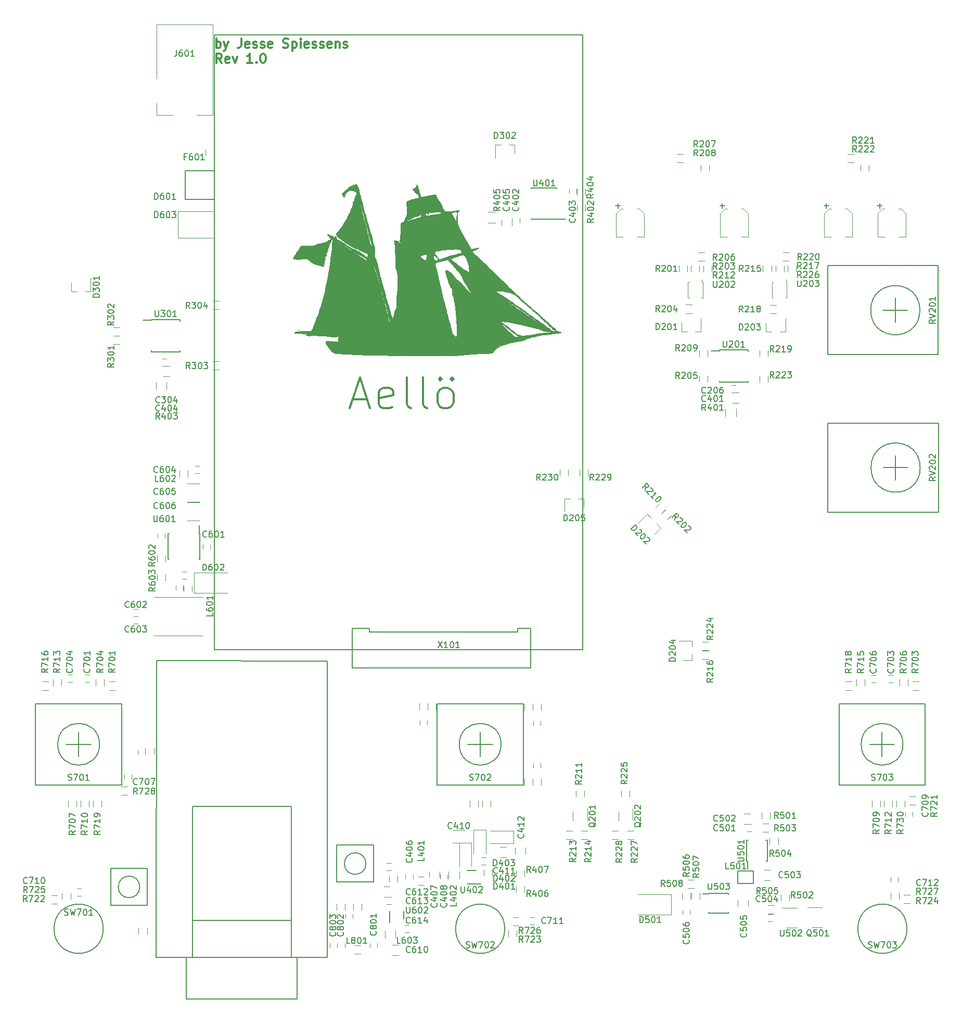
<source format=gbr>
G04 #@! TF.FileFunction,Legend,Top*
%FSLAX46Y46*%
G04 Gerber Fmt 4.6, Leading zero omitted, Abs format (unit mm)*
G04 Created by KiCad (PCBNEW 4.0.7) date 04/23/18 16:21:46*
%MOMM*%
%LPD*%
G01*
G04 APERTURE LIST*
%ADD10C,0.100000*%
%ADD11C,0.300000*%
%ADD12C,0.200000*%
%ADD13C,0.120000*%
%ADD14C,0.150000*%
%ADD15C,0.010000*%
G04 APERTURE END LIST*
D10*
D11*
X72685714Y-87883333D02*
X75066666Y-87883333D01*
X72209523Y-89311905D02*
X73876190Y-84311905D01*
X75542857Y-89311905D01*
X79114285Y-89073810D02*
X78638095Y-89311905D01*
X77685714Y-89311905D01*
X77209523Y-89073810D01*
X76971428Y-88597619D01*
X76971428Y-86692857D01*
X77209523Y-86216667D01*
X77685714Y-85978571D01*
X78638095Y-85978571D01*
X79114285Y-86216667D01*
X79352380Y-86692857D01*
X79352380Y-87169048D01*
X76971428Y-87645238D01*
X82209523Y-89311905D02*
X81733332Y-89073810D01*
X81495237Y-88597619D01*
X81495237Y-84311905D01*
X84828571Y-89311905D02*
X84352380Y-89073810D01*
X84114285Y-88597619D01*
X84114285Y-84311905D01*
X87447619Y-89311905D02*
X86971428Y-89073810D01*
X86733333Y-88835714D01*
X86495238Y-88359524D01*
X86495238Y-86930952D01*
X86733333Y-86454762D01*
X86971428Y-86216667D01*
X87447619Y-85978571D01*
X88161905Y-85978571D01*
X88638095Y-86216667D01*
X88876190Y-86454762D01*
X89114286Y-86930952D01*
X89114286Y-88359524D01*
X88876190Y-88835714D01*
X88638095Y-89073810D01*
X88161905Y-89311905D01*
X87447619Y-89311905D01*
X86971428Y-84311905D02*
X87209524Y-84550000D01*
X86971428Y-84788095D01*
X86733333Y-84550000D01*
X86971428Y-84311905D01*
X86971428Y-84788095D01*
X88876190Y-84311905D02*
X89114286Y-84550000D01*
X88876190Y-84788095D01*
X88638095Y-84550000D01*
X88876190Y-84311905D01*
X88876190Y-84788095D01*
X51392858Y-33128571D02*
X50892858Y-32414286D01*
X50535715Y-33128571D02*
X50535715Y-31628571D01*
X51107143Y-31628571D01*
X51250001Y-31700000D01*
X51321429Y-31771429D01*
X51392858Y-31914286D01*
X51392858Y-32128571D01*
X51321429Y-32271429D01*
X51250001Y-32342857D01*
X51107143Y-32414286D01*
X50535715Y-32414286D01*
X52607143Y-33057143D02*
X52464286Y-33128571D01*
X52178572Y-33128571D01*
X52035715Y-33057143D01*
X51964286Y-32914286D01*
X51964286Y-32342857D01*
X52035715Y-32200000D01*
X52178572Y-32128571D01*
X52464286Y-32128571D01*
X52607143Y-32200000D01*
X52678572Y-32342857D01*
X52678572Y-32485714D01*
X51964286Y-32628571D01*
X53178572Y-32128571D02*
X53535715Y-33128571D01*
X53892857Y-32128571D01*
X56392857Y-33128571D02*
X55535714Y-33128571D01*
X55964286Y-33128571D02*
X55964286Y-31628571D01*
X55821429Y-31842857D01*
X55678571Y-31985714D01*
X55535714Y-32057143D01*
X57035714Y-32985714D02*
X57107142Y-33057143D01*
X57035714Y-33128571D01*
X56964285Y-33057143D01*
X57035714Y-32985714D01*
X57035714Y-33128571D01*
X58035714Y-31628571D02*
X58178571Y-31628571D01*
X58321428Y-31700000D01*
X58392857Y-31771429D01*
X58464286Y-31914286D01*
X58535714Y-32200000D01*
X58535714Y-32557143D01*
X58464286Y-32842857D01*
X58392857Y-32985714D01*
X58321428Y-33057143D01*
X58178571Y-33128571D01*
X58035714Y-33128571D01*
X57892857Y-33057143D01*
X57821428Y-32985714D01*
X57750000Y-32842857D01*
X57678571Y-32557143D01*
X57678571Y-32200000D01*
X57750000Y-31914286D01*
X57821428Y-31771429D01*
X57892857Y-31700000D01*
X58035714Y-31628571D01*
X50507143Y-30678571D02*
X50507143Y-29178571D01*
X50507143Y-29750000D02*
X50650000Y-29678571D01*
X50935714Y-29678571D01*
X51078571Y-29750000D01*
X51150000Y-29821429D01*
X51221429Y-29964286D01*
X51221429Y-30392857D01*
X51150000Y-30535714D01*
X51078571Y-30607143D01*
X50935714Y-30678571D01*
X50650000Y-30678571D01*
X50507143Y-30607143D01*
X51721429Y-29678571D02*
X52078572Y-30678571D01*
X52435714Y-29678571D02*
X52078572Y-30678571D01*
X51935714Y-31035714D01*
X51864286Y-31107143D01*
X51721429Y-31178571D01*
X54578571Y-29178571D02*
X54578571Y-30250000D01*
X54507143Y-30464286D01*
X54364286Y-30607143D01*
X54150000Y-30678571D01*
X54007143Y-30678571D01*
X55864285Y-30607143D02*
X55721428Y-30678571D01*
X55435714Y-30678571D01*
X55292857Y-30607143D01*
X55221428Y-30464286D01*
X55221428Y-29892857D01*
X55292857Y-29750000D01*
X55435714Y-29678571D01*
X55721428Y-29678571D01*
X55864285Y-29750000D01*
X55935714Y-29892857D01*
X55935714Y-30035714D01*
X55221428Y-30178571D01*
X56507142Y-30607143D02*
X56649999Y-30678571D01*
X56935714Y-30678571D01*
X57078571Y-30607143D01*
X57149999Y-30464286D01*
X57149999Y-30392857D01*
X57078571Y-30250000D01*
X56935714Y-30178571D01*
X56721428Y-30178571D01*
X56578571Y-30107143D01*
X56507142Y-29964286D01*
X56507142Y-29892857D01*
X56578571Y-29750000D01*
X56721428Y-29678571D01*
X56935714Y-29678571D01*
X57078571Y-29750000D01*
X57721428Y-30607143D02*
X57864285Y-30678571D01*
X58150000Y-30678571D01*
X58292857Y-30607143D01*
X58364285Y-30464286D01*
X58364285Y-30392857D01*
X58292857Y-30250000D01*
X58150000Y-30178571D01*
X57935714Y-30178571D01*
X57792857Y-30107143D01*
X57721428Y-29964286D01*
X57721428Y-29892857D01*
X57792857Y-29750000D01*
X57935714Y-29678571D01*
X58150000Y-29678571D01*
X58292857Y-29750000D01*
X59578571Y-30607143D02*
X59435714Y-30678571D01*
X59150000Y-30678571D01*
X59007143Y-30607143D01*
X58935714Y-30464286D01*
X58935714Y-29892857D01*
X59007143Y-29750000D01*
X59150000Y-29678571D01*
X59435714Y-29678571D01*
X59578571Y-29750000D01*
X59650000Y-29892857D01*
X59650000Y-30035714D01*
X58935714Y-30178571D01*
X61364285Y-30607143D02*
X61578571Y-30678571D01*
X61935714Y-30678571D01*
X62078571Y-30607143D01*
X62150000Y-30535714D01*
X62221428Y-30392857D01*
X62221428Y-30250000D01*
X62150000Y-30107143D01*
X62078571Y-30035714D01*
X61935714Y-29964286D01*
X61650000Y-29892857D01*
X61507142Y-29821429D01*
X61435714Y-29750000D01*
X61364285Y-29607143D01*
X61364285Y-29464286D01*
X61435714Y-29321429D01*
X61507142Y-29250000D01*
X61650000Y-29178571D01*
X62007142Y-29178571D01*
X62221428Y-29250000D01*
X62864285Y-29678571D02*
X62864285Y-31178571D01*
X62864285Y-29750000D02*
X63007142Y-29678571D01*
X63292856Y-29678571D01*
X63435713Y-29750000D01*
X63507142Y-29821429D01*
X63578571Y-29964286D01*
X63578571Y-30392857D01*
X63507142Y-30535714D01*
X63435713Y-30607143D01*
X63292856Y-30678571D01*
X63007142Y-30678571D01*
X62864285Y-30607143D01*
X64221428Y-30678571D02*
X64221428Y-29678571D01*
X64221428Y-29178571D02*
X64149999Y-29250000D01*
X64221428Y-29321429D01*
X64292856Y-29250000D01*
X64221428Y-29178571D01*
X64221428Y-29321429D01*
X65507142Y-30607143D02*
X65364285Y-30678571D01*
X65078571Y-30678571D01*
X64935714Y-30607143D01*
X64864285Y-30464286D01*
X64864285Y-29892857D01*
X64935714Y-29750000D01*
X65078571Y-29678571D01*
X65364285Y-29678571D01*
X65507142Y-29750000D01*
X65578571Y-29892857D01*
X65578571Y-30035714D01*
X64864285Y-30178571D01*
X66149999Y-30607143D02*
X66292856Y-30678571D01*
X66578571Y-30678571D01*
X66721428Y-30607143D01*
X66792856Y-30464286D01*
X66792856Y-30392857D01*
X66721428Y-30250000D01*
X66578571Y-30178571D01*
X66364285Y-30178571D01*
X66221428Y-30107143D01*
X66149999Y-29964286D01*
X66149999Y-29892857D01*
X66221428Y-29750000D01*
X66364285Y-29678571D01*
X66578571Y-29678571D01*
X66721428Y-29750000D01*
X67364285Y-30607143D02*
X67507142Y-30678571D01*
X67792857Y-30678571D01*
X67935714Y-30607143D01*
X68007142Y-30464286D01*
X68007142Y-30392857D01*
X67935714Y-30250000D01*
X67792857Y-30178571D01*
X67578571Y-30178571D01*
X67435714Y-30107143D01*
X67364285Y-29964286D01*
X67364285Y-29892857D01*
X67435714Y-29750000D01*
X67578571Y-29678571D01*
X67792857Y-29678571D01*
X67935714Y-29750000D01*
X69221428Y-30607143D02*
X69078571Y-30678571D01*
X68792857Y-30678571D01*
X68650000Y-30607143D01*
X68578571Y-30464286D01*
X68578571Y-29892857D01*
X68650000Y-29750000D01*
X68792857Y-29678571D01*
X69078571Y-29678571D01*
X69221428Y-29750000D01*
X69292857Y-29892857D01*
X69292857Y-30035714D01*
X68578571Y-30178571D01*
X69935714Y-29678571D02*
X69935714Y-30678571D01*
X69935714Y-29821429D02*
X70007142Y-29750000D01*
X70150000Y-29678571D01*
X70364285Y-29678571D01*
X70507142Y-29750000D01*
X70578571Y-29892857D01*
X70578571Y-30678571D01*
X71221428Y-30607143D02*
X71364285Y-30678571D01*
X71650000Y-30678571D01*
X71792857Y-30607143D01*
X71864285Y-30464286D01*
X71864285Y-30392857D01*
X71792857Y-30250000D01*
X71650000Y-30178571D01*
X71435714Y-30178571D01*
X71292857Y-30107143D01*
X71221428Y-29964286D01*
X71221428Y-29892857D01*
X71292857Y-29750000D01*
X71435714Y-29678571D01*
X71650000Y-29678571D01*
X71792857Y-29750000D01*
D12*
X110150000Y-28600000D02*
X50150000Y-28600000D01*
X110150000Y-128600000D02*
X110150000Y-28600000D01*
X50150000Y-128600000D02*
X110150000Y-128600000D01*
X50150000Y-28600000D02*
X50150000Y-128600000D01*
D13*
X136320000Y-56860000D02*
X135920000Y-56860000D01*
X137090000Y-61440000D02*
X135920000Y-61440000D01*
X132510000Y-61440000D02*
X133680000Y-61440000D01*
X133280000Y-56860000D02*
X133680000Y-56860000D01*
X132510000Y-57630000D02*
X132510000Y-61440000D01*
X132510000Y-57630000D02*
X133280000Y-56860000D01*
X137090000Y-57630000D02*
X137090000Y-61440000D01*
X137090000Y-57630000D02*
X136320000Y-56860000D01*
X119320000Y-56860000D02*
X118920000Y-56860000D01*
X120090000Y-61440000D02*
X118920000Y-61440000D01*
X115510000Y-61440000D02*
X116680000Y-61440000D01*
X116280000Y-56860000D02*
X116680000Y-56860000D01*
X115510000Y-57630000D02*
X115510000Y-61440000D01*
X115510000Y-57630000D02*
X116280000Y-56860000D01*
X120090000Y-57630000D02*
X120090000Y-61440000D01*
X120090000Y-57630000D02*
X119320000Y-56860000D01*
X135050000Y-86750000D02*
X134350000Y-86750000D01*
X134350000Y-85550000D02*
X135050000Y-85550000D01*
X161920000Y-56860000D02*
X161520000Y-56860000D01*
X162690000Y-61440000D02*
X161520000Y-61440000D01*
X158110000Y-61440000D02*
X159280000Y-61440000D01*
X158880000Y-56860000D02*
X159280000Y-56860000D01*
X158110000Y-57630000D02*
X158110000Y-61440000D01*
X158110000Y-57630000D02*
X158880000Y-56860000D01*
X162690000Y-57630000D02*
X162690000Y-61440000D01*
X162690000Y-57630000D02*
X161920000Y-56860000D01*
X153220000Y-56860000D02*
X152820000Y-56860000D01*
X153990000Y-61440000D02*
X152820000Y-61440000D01*
X149410000Y-61440000D02*
X150580000Y-61440000D01*
X150180000Y-56860000D02*
X150580000Y-56860000D01*
X149410000Y-57630000D02*
X149410000Y-61440000D01*
X149410000Y-57630000D02*
X150180000Y-56860000D01*
X153990000Y-57630000D02*
X153990000Y-61440000D01*
X153990000Y-57630000D02*
X153220000Y-56860000D01*
X42400000Y-82400000D02*
X41700000Y-82400000D01*
X41700000Y-81200000D02*
X42400000Y-81200000D01*
X135550000Y-86750000D02*
X134550000Y-86750000D01*
X134550000Y-88450000D02*
X135550000Y-88450000D01*
X98650000Y-59100000D02*
X98650000Y-58400000D01*
X99850000Y-58400000D02*
X99850000Y-59100000D01*
X109100000Y-53650000D02*
X109100000Y-54350000D01*
X107900000Y-54350000D02*
X107900000Y-53650000D01*
X42900000Y-82400000D02*
X41900000Y-82400000D01*
X41900000Y-84100000D02*
X42900000Y-84100000D01*
X98600000Y-59600000D02*
X98600000Y-58600000D01*
X96900000Y-58600000D02*
X96900000Y-59600000D01*
X82500000Y-165100000D02*
X82500000Y-165800000D01*
X81300000Y-165800000D02*
X81300000Y-165100000D01*
X85150000Y-164600000D02*
X85150000Y-165600000D01*
X86850000Y-165600000D02*
X86850000Y-164600000D01*
X88100000Y-165100000D02*
X88100000Y-165800000D01*
X86900000Y-165800000D02*
X86900000Y-165100000D01*
X93650000Y-162350000D02*
X94350000Y-162350000D01*
X94350000Y-163550000D02*
X93650000Y-163550000D01*
X88950000Y-159970000D02*
X90950000Y-159970000D01*
X90950000Y-157930000D02*
X88950000Y-157930000D01*
X97650000Y-160650000D02*
X96650000Y-160650000D01*
X96650000Y-162350000D02*
X97650000Y-162350000D01*
X99150000Y-160750000D02*
X99150000Y-161750000D01*
X100850000Y-161750000D02*
X100850000Y-160750000D01*
X136900000Y-156950000D02*
X137600000Y-156950000D01*
X137600000Y-158150000D02*
X136900000Y-158150000D01*
X136400000Y-156950000D02*
X137400000Y-156950000D01*
X137400000Y-155250000D02*
X136400000Y-155250000D01*
X140650000Y-164350000D02*
X139650000Y-164350000D01*
X139650000Y-166050000D02*
X140650000Y-166050000D01*
X140250000Y-171550000D02*
X140950000Y-171550000D01*
X140950000Y-172750000D02*
X140250000Y-172750000D01*
X135350000Y-169300000D02*
X135350000Y-170300000D01*
X137050000Y-170300000D02*
X137050000Y-169300000D01*
X126400000Y-171600000D02*
X126400000Y-170900000D01*
X127600000Y-170900000D02*
X127600000Y-171600000D01*
X48350000Y-112150000D02*
X48350000Y-111450000D01*
X49550000Y-111450000D02*
X49550000Y-112150000D01*
X37050000Y-121950000D02*
X37750000Y-121950000D01*
X37750000Y-123150000D02*
X37050000Y-123150000D01*
X37050000Y-123150000D02*
X37750000Y-123150000D01*
X37750000Y-124350000D02*
X37050000Y-124350000D01*
X47750000Y-99900000D02*
X47050000Y-99900000D01*
X47050000Y-98700000D02*
X47750000Y-98700000D01*
X47750000Y-101570000D02*
X45750000Y-101570000D01*
X45750000Y-104530000D02*
X47750000Y-104530000D01*
X47750000Y-104570000D02*
X45750000Y-104570000D01*
X45750000Y-107530000D02*
X47750000Y-107530000D01*
X43900000Y-118850000D02*
X43900000Y-118150000D01*
X45100000Y-118150000D02*
X45100000Y-118850000D01*
X45600000Y-117050000D02*
X44900000Y-117050000D01*
X44900000Y-115850000D02*
X45600000Y-115850000D01*
X40950000Y-110350000D02*
X40950000Y-109650000D01*
X42150000Y-109650000D02*
X42150000Y-110350000D01*
X80150000Y-176550000D02*
X79150000Y-176550000D01*
X79150000Y-178250000D02*
X80150000Y-178250000D01*
X78250000Y-163250000D02*
X78950000Y-163250000D01*
X78950000Y-164450000D02*
X78250000Y-164450000D01*
X77750000Y-168800000D02*
X78750000Y-168800000D01*
X78750000Y-167100000D02*
X77750000Y-167100000D01*
X78250000Y-168800000D02*
X78950000Y-168800000D01*
X78950000Y-170000000D02*
X78250000Y-170000000D01*
X81850000Y-174550000D02*
X81150000Y-174550000D01*
X81150000Y-173350000D02*
X81850000Y-173350000D01*
X29850000Y-133850000D02*
X29150000Y-133850000D01*
X29150000Y-132650000D02*
X29850000Y-132650000D01*
X103300000Y-140150000D02*
X103300000Y-140850000D01*
X102100000Y-140850000D02*
X102100000Y-140150000D01*
X160600000Y-133900000D02*
X159900000Y-133900000D01*
X159900000Y-132700000D02*
X160600000Y-132700000D01*
X26350000Y-132650000D02*
X27050000Y-132650000D01*
X27050000Y-133850000D02*
X26350000Y-133850000D01*
X84800000Y-140100000D02*
X84800000Y-140800000D01*
X83600000Y-140800000D02*
X83600000Y-140100000D01*
X157100000Y-132700000D02*
X157800000Y-132700000D01*
X157800000Y-133900000D02*
X157100000Y-133900000D01*
X36750000Y-148850000D02*
X36750000Y-149550000D01*
X35550000Y-149550000D02*
X35550000Y-148850000D01*
X103300000Y-147050000D02*
X103300000Y-147750000D01*
X102100000Y-147750000D02*
X102100000Y-147050000D01*
X162600000Y-155650000D02*
X162600000Y-154950000D01*
X163800000Y-154950000D02*
X163800000Y-155650000D01*
X28550000Y-168650000D02*
X27850000Y-168650000D01*
X27850000Y-167450000D02*
X28550000Y-167450000D01*
X102250000Y-173300000D02*
X101550000Y-173300000D01*
X101550000Y-172100000D02*
X102250000Y-172100000D01*
X161461701Y-165593934D02*
X161461701Y-166293934D01*
X160261701Y-166293934D02*
X160261701Y-165593934D01*
X76700000Y-176300000D02*
X76700000Y-177000000D01*
X75500000Y-177000000D02*
X75500000Y-176300000D01*
X71400000Y-176300000D02*
X71400000Y-177000000D01*
X70200000Y-177000000D02*
X70200000Y-176300000D01*
X70200000Y-176300000D02*
X70200000Y-177000000D01*
X69000000Y-177000000D02*
X69000000Y-176300000D01*
X71500000Y-172250000D02*
X71500000Y-171550000D01*
X72700000Y-171550000D02*
X72700000Y-172250000D01*
X37750000Y-145600000D02*
X37750000Y-144900000D01*
X38950000Y-144900000D02*
X38950000Y-145600000D01*
X126220000Y-76810000D02*
X127150000Y-76810000D01*
X129380000Y-76810000D02*
X128450000Y-76810000D01*
X129380000Y-76810000D02*
X129380000Y-74650000D01*
X126220000Y-76810000D02*
X126220000Y-75350000D01*
X122843055Y-108731604D02*
X122185446Y-108073994D01*
X120608597Y-106497146D02*
X121266207Y-107154755D01*
X120608597Y-106497146D02*
X119081247Y-108024497D01*
X122843055Y-108731604D02*
X121810679Y-109763979D01*
X139970000Y-76860000D02*
X140900000Y-76860000D01*
X143130000Y-76860000D02*
X142200000Y-76860000D01*
X143130000Y-76860000D02*
X143130000Y-74700000D01*
X139970000Y-76860000D02*
X139970000Y-75400000D01*
X127937550Y-130292347D02*
X127937550Y-129362347D01*
X127937550Y-127132347D02*
X127937550Y-128062347D01*
X127937550Y-127132347D02*
X125777550Y-127132347D01*
X127937550Y-130292347D02*
X126477550Y-130292347D01*
X110330000Y-103990000D02*
X109400000Y-103990000D01*
X107170000Y-103990000D02*
X108100000Y-103990000D01*
X107170000Y-103990000D02*
X107170000Y-106150000D01*
X110330000Y-103990000D02*
X110330000Y-105450000D01*
X26920000Y-70310000D02*
X27850000Y-70310000D01*
X30080000Y-70310000D02*
X29150000Y-70310000D01*
X30080000Y-70310000D02*
X30080000Y-68150000D01*
X26920000Y-70310000D02*
X26920000Y-68850000D01*
X99030000Y-46440000D02*
X98100000Y-46440000D01*
X95870000Y-46440000D02*
X96800000Y-46440000D01*
X95870000Y-46440000D02*
X95870000Y-48600000D01*
X99030000Y-46440000D02*
X99030000Y-47900000D01*
X92050000Y-159950000D02*
X90050000Y-159950000D01*
X90050000Y-159950000D02*
X90050000Y-163800000D01*
X92050000Y-159950000D02*
X92050000Y-163800000D01*
X94350000Y-157900000D02*
X92350000Y-157900000D01*
X92350000Y-157900000D02*
X92350000Y-161750000D01*
X94350000Y-157900000D02*
X94350000Y-161750000D01*
X98900000Y-160050000D02*
X98900000Y-158050000D01*
X98900000Y-158050000D02*
X95050000Y-158050000D01*
X98900000Y-160050000D02*
X95050000Y-160050000D01*
X124500000Y-171650000D02*
X124500000Y-168350000D01*
X124500000Y-168350000D02*
X119100000Y-168350000D01*
X124500000Y-171650000D02*
X119100000Y-171650000D01*
D14*
X50150000Y-55350000D02*
X50150000Y-50650000D01*
X50150000Y-50650000D02*
X45450000Y-50650000D01*
X45450000Y-50650000D02*
X45450000Y-55350000D01*
X45450000Y-55350000D02*
X50150000Y-55350000D01*
D13*
X46900000Y-116050000D02*
X46900000Y-119350000D01*
X46900000Y-119350000D02*
X52300000Y-119350000D01*
X46900000Y-116050000D02*
X52300000Y-116050000D01*
X44250000Y-57300000D02*
X44250000Y-61600000D01*
X44250000Y-61600000D02*
X49950000Y-61600000D01*
X44250000Y-57300000D02*
X49950000Y-57300000D01*
X48720000Y-48200000D02*
X48720000Y-47200000D01*
X50080000Y-47200000D02*
X50080000Y-48200000D01*
X40750000Y-35700000D02*
X40750000Y-26900000D01*
X40750000Y-26900000D02*
X49950000Y-26900000D01*
X43450000Y-41600000D02*
X40750000Y-41600000D01*
X40750000Y-41600000D02*
X40750000Y-39700000D01*
X49950000Y-26900000D02*
X49950000Y-41600000D01*
X49950000Y-41600000D02*
X47350000Y-41600000D01*
X84350000Y-166830000D02*
X83350000Y-166830000D01*
X83350000Y-165470000D02*
X84350000Y-165470000D01*
X88270000Y-165850000D02*
X88270000Y-164650000D01*
X90030000Y-164650000D02*
X90030000Y-165850000D01*
D14*
X135400000Y-164550000D02*
X137900000Y-164550000D01*
X137900000Y-164550000D02*
X137900000Y-166550000D01*
X137900000Y-166550000D02*
X135400000Y-166550000D01*
X135400000Y-166550000D02*
X135400000Y-164550000D01*
D13*
X40350000Y-120050000D02*
X48350000Y-120050000D01*
X40350000Y-126250000D02*
X48350000Y-126250000D01*
X44520000Y-100450000D02*
X44520000Y-99450000D01*
X45880000Y-99450000D02*
X45880000Y-100450000D01*
X79680000Y-174300000D02*
X79680000Y-175500000D01*
X77920000Y-175500000D02*
X77920000Y-174300000D01*
X78620000Y-166300000D02*
X78620000Y-165300000D01*
X79980000Y-165300000D02*
X79980000Y-166300000D01*
X72950000Y-176670000D02*
X73950000Y-176670000D01*
X73950000Y-178030000D02*
X72950000Y-178030000D01*
X147450000Y-173700000D02*
X149050000Y-173700000D01*
X149050000Y-170500000D02*
X146750000Y-170500000D01*
X125770000Y-67100000D02*
X125770000Y-66100000D01*
X127130000Y-66100000D02*
X127130000Y-67100000D01*
X122928697Y-106426058D02*
X123635804Y-105718951D01*
X124597469Y-106680616D02*
X123890362Y-107387723D01*
X127770000Y-67100000D02*
X127770000Y-66100000D01*
X129130000Y-66100000D02*
X129130000Y-67100000D01*
X127900000Y-73830000D02*
X126900000Y-73830000D01*
X126900000Y-72470000D02*
X127900000Y-72470000D01*
X130480000Y-84000000D02*
X130480000Y-85000000D01*
X129120000Y-85000000D02*
X129120000Y-84000000D01*
X129950000Y-65330000D02*
X128950000Y-65330000D01*
X128950000Y-63970000D02*
X129950000Y-63970000D01*
X126450000Y-49330000D02*
X125450000Y-49330000D01*
X125450000Y-47970000D02*
X126450000Y-47970000D01*
X130730000Y-49700000D02*
X130730000Y-50700000D01*
X129370000Y-50700000D02*
X129370000Y-49700000D01*
X130480000Y-79900000D02*
X130480000Y-80900000D01*
X129120000Y-80900000D02*
X129120000Y-79900000D01*
X123642876Y-105726024D02*
X122935769Y-106433131D01*
X121974104Y-105471466D02*
X122681211Y-104764359D01*
X109025026Y-152474264D02*
X109025026Y-151474264D01*
X110385026Y-151474264D02*
X110385026Y-152474264D01*
X131130000Y-66100000D02*
X131130000Y-67100000D01*
X129770000Y-67100000D02*
X129770000Y-66100000D01*
X109905025Y-158044264D02*
X110905025Y-158044264D01*
X110905025Y-159404264D02*
X109905025Y-159404264D01*
X108405025Y-159404264D02*
X107405025Y-159404264D01*
X107405025Y-158044264D02*
X108405025Y-158044264D01*
X139470000Y-67100000D02*
X139470000Y-66100000D01*
X140830000Y-66100000D02*
X140830000Y-67100000D01*
X129627549Y-128732348D02*
X130627549Y-128732348D01*
X130627549Y-130092348D02*
X129627549Y-130092348D01*
X141520000Y-67100000D02*
X141520000Y-66100000D01*
X142880000Y-66100000D02*
X142880000Y-67100000D01*
X141650000Y-73880000D02*
X140650000Y-73880000D01*
X140650000Y-72520000D02*
X141650000Y-72520000D01*
X138920000Y-80850000D02*
X138920000Y-79850000D01*
X140280000Y-79850000D02*
X140280000Y-80850000D01*
X143700000Y-65330000D02*
X142700000Y-65330000D01*
X142700000Y-63970000D02*
X143700000Y-63970000D01*
X154250000Y-49330000D02*
X153250000Y-49330000D01*
X153250000Y-47970000D02*
X154250000Y-47970000D01*
X156730000Y-49700000D02*
X156730000Y-50700000D01*
X155370000Y-50700000D02*
X155370000Y-49700000D01*
X138920000Y-85050000D02*
X138920000Y-84050000D01*
X140280000Y-84050000D02*
X140280000Y-85050000D01*
X130627549Y-128692345D02*
X129627549Y-128692345D01*
X129627549Y-127332345D02*
X130627549Y-127332345D01*
X116430444Y-152469582D02*
X116430444Y-151469582D01*
X117790444Y-151469582D02*
X117790444Y-152469582D01*
X144830000Y-66100000D02*
X144830000Y-67100000D01*
X143470000Y-67100000D02*
X143470000Y-66100000D01*
X117410444Y-158039580D02*
X118410444Y-158039580D01*
X118410444Y-159399580D02*
X117410444Y-159399580D01*
X115910445Y-159399581D02*
X114910445Y-159399581D01*
X114910445Y-158039581D02*
X115910445Y-158039581D01*
X109620000Y-100300000D02*
X109620000Y-99300000D01*
X110980000Y-99300000D02*
X110980000Y-100300000D01*
X107780000Y-99300000D02*
X107780000Y-100300000D01*
X106420000Y-100300000D02*
X106420000Y-99300000D01*
X34750000Y-78864314D02*
X33750000Y-78864314D01*
X33750000Y-77504314D02*
X34750000Y-77504314D01*
X33750000Y-76154314D02*
X34750000Y-76154314D01*
X34750000Y-77514314D02*
X33750000Y-77514314D01*
X49950000Y-81670000D02*
X50950000Y-81670000D01*
X50950000Y-83030000D02*
X49950000Y-83030000D01*
X50950000Y-73230000D02*
X49950000Y-73230000D01*
X49950000Y-71870000D02*
X50950000Y-71870000D01*
X135080000Y-89400000D02*
X135080000Y-90600000D01*
X133320000Y-90600000D02*
X133320000Y-89400000D01*
X110530000Y-56150000D02*
X110530000Y-57150000D01*
X109170000Y-57150000D02*
X109170000Y-56150000D01*
X42430000Y-85050000D02*
X42430000Y-86250000D01*
X40670000Y-86250000D02*
X40670000Y-85050000D01*
X110530000Y-53650000D02*
X110530000Y-54650000D01*
X109170000Y-54650000D02*
X109170000Y-53650000D01*
X95950000Y-59130000D02*
X94750000Y-59130000D01*
X94750000Y-57370000D02*
X95950000Y-57370000D01*
X100680000Y-167000000D02*
X100680000Y-168000000D01*
X99320000Y-168000000D02*
X99320000Y-167000000D01*
X99320000Y-165500000D02*
X99320000Y-164500000D01*
X100680000Y-164500000D02*
X100680000Y-165500000D01*
X95380000Y-164350000D02*
X95380000Y-165350000D01*
X94020000Y-165350000D02*
X94020000Y-164350000D01*
X140580000Y-155050000D02*
X140580000Y-156050000D01*
X139220000Y-156050000D02*
X139220000Y-155050000D01*
X142370000Y-169350000D02*
X142370000Y-168350000D01*
X143730000Y-168350000D02*
X143730000Y-169350000D01*
X139400000Y-156820000D02*
X140400000Y-156820000D01*
X140400000Y-158180000D02*
X139400000Y-158180000D01*
X141930000Y-159200000D02*
X141930000Y-160200000D01*
X140570000Y-160200000D02*
X140570000Y-159200000D01*
X141250000Y-171480000D02*
X140250000Y-171480000D01*
X140250000Y-170120000D02*
X141250000Y-170120000D01*
X126320000Y-169100000D02*
X126320000Y-168100000D01*
X127680000Y-168100000D02*
X127680000Y-169100000D01*
X127820000Y-169100000D02*
X127820000Y-168100000D01*
X129180000Y-168100000D02*
X129180000Y-169100000D01*
X127250000Y-165970000D02*
X128250000Y-165970000D01*
X128250000Y-167330000D02*
X127250000Y-167330000D01*
X46530000Y-118150000D02*
X46530000Y-119150000D01*
X45170000Y-119150000D02*
X45170000Y-118150000D01*
X40870000Y-114250000D02*
X40870000Y-113250000D01*
X42230000Y-113250000D02*
X42230000Y-114250000D01*
X40870000Y-117300000D02*
X40870000Y-116300000D01*
X42230000Y-116300000D02*
X42230000Y-117300000D01*
X33050000Y-133770000D02*
X34050000Y-133770000D01*
X34050000Y-135130000D02*
X33050000Y-135130000D01*
X101980000Y-137350000D02*
X101980000Y-138350000D01*
X100620000Y-138350000D02*
X100620000Y-137350000D01*
X163800000Y-133770000D02*
X164800000Y-133770000D01*
X164800000Y-135130000D02*
X163800000Y-135130000D01*
X32280000Y-133400000D02*
X32280000Y-134400000D01*
X30920000Y-134400000D02*
X30920000Y-133400000D01*
X101970000Y-138350000D02*
X101970000Y-137350000D01*
X103330000Y-137350000D02*
X103330000Y-138350000D01*
X163030000Y-133400000D02*
X163030000Y-134400000D01*
X161670000Y-134400000D02*
X161670000Y-133400000D01*
X27780000Y-153150000D02*
X27780000Y-154150000D01*
X26420000Y-154150000D02*
X26420000Y-153150000D01*
X93130000Y-153150000D02*
X93130000Y-154150000D01*
X91770000Y-154150000D02*
X91770000Y-153150000D01*
X158530000Y-153150000D02*
X158530000Y-154150000D01*
X157170000Y-154150000D02*
X157170000Y-153150000D01*
X29780000Y-153150000D02*
X29780000Y-154150000D01*
X28420000Y-154150000D02*
X28420000Y-153150000D01*
X95130000Y-153150000D02*
X95130000Y-154150000D01*
X93770000Y-154150000D02*
X93770000Y-153150000D01*
X160530000Y-153150000D02*
X160530000Y-154150000D01*
X159170000Y-154150000D02*
X159170000Y-153150000D01*
X25280000Y-133400000D02*
X25280000Y-134400000D01*
X23920000Y-134400000D02*
X23920000Y-133400000D01*
X83570000Y-138300000D02*
X83570000Y-137300000D01*
X84930000Y-137300000D02*
X84930000Y-138300000D01*
X156030000Y-133400000D02*
X156030000Y-134400000D01*
X154670000Y-134400000D02*
X154670000Y-133400000D01*
X23150000Y-135130000D02*
X22150000Y-135130000D01*
X22150000Y-133770000D02*
X23150000Y-133770000D01*
X86280000Y-137300000D02*
X86280000Y-138300000D01*
X84920000Y-138300000D02*
X84920000Y-137300000D01*
X153900000Y-135130000D02*
X152900000Y-135130000D01*
X152900000Y-133770000D02*
X153900000Y-133770000D01*
X31780000Y-153150000D02*
X31780000Y-154150000D01*
X30420000Y-154150000D02*
X30420000Y-153150000D01*
X100620000Y-150550000D02*
X100620000Y-149550000D01*
X101980000Y-149550000D02*
X101980000Y-150550000D01*
X163300000Y-152420000D02*
X164300000Y-152420000D01*
X164300000Y-153780000D02*
X163300000Y-153780000D01*
X24650000Y-169880000D02*
X23650000Y-169880000D01*
X23650000Y-168520000D02*
X24650000Y-168520000D01*
X99380000Y-174200000D02*
X99380000Y-175200000D01*
X98020000Y-175200000D02*
X98020000Y-174200000D01*
X162361701Y-168463934D02*
X163361701Y-168463934D01*
X163361701Y-169823934D02*
X162361701Y-169823934D01*
X26780000Y-168150000D02*
X26780000Y-169150000D01*
X25420000Y-169150000D02*
X25420000Y-168150000D01*
X99750000Y-173430000D02*
X98750000Y-173430000D01*
X98750000Y-172070000D02*
X99750000Y-172070000D01*
X161591701Y-168093934D02*
X161591701Y-169093934D01*
X160231701Y-169093934D02*
X160231701Y-168093934D01*
X71430000Y-169900000D02*
X71430000Y-170900000D01*
X70070000Y-170900000D02*
X70070000Y-169900000D01*
X74130000Y-169900000D02*
X74130000Y-170900000D01*
X72770000Y-170900000D02*
X72770000Y-169900000D01*
X37870000Y-174800000D02*
X37870000Y-173800000D01*
X39230000Y-173800000D02*
X39230000Y-174800000D01*
X38970000Y-145600000D02*
X38970000Y-144600000D01*
X40330000Y-144600000D02*
X40330000Y-145600000D01*
D14*
X161000000Y-75350000D02*
X161000000Y-75300000D01*
X161000000Y-71350000D02*
X161000000Y-75350000D01*
X163000000Y-73350000D02*
X159000000Y-73350000D01*
X165000000Y-73350000D02*
G75*
G03X165000000Y-73350000I-4000000J0D01*
G01*
X150000000Y-66100000D02*
X150000000Y-80600000D01*
X150000000Y-80600000D02*
X168000000Y-80600000D01*
X168000000Y-80600000D02*
X168000000Y-66100000D01*
X168000000Y-66100000D02*
X150000000Y-66100000D01*
X161050000Y-100950000D02*
X161050000Y-100900000D01*
X161050000Y-96950000D02*
X161050000Y-100950000D01*
X163050000Y-98950000D02*
X159050000Y-98950000D01*
X165050000Y-98950000D02*
G75*
G03X165050000Y-98950000I-4000000J0D01*
G01*
X150050000Y-91700000D02*
X150050000Y-106200000D01*
X150050000Y-106200000D02*
X168050000Y-106200000D01*
X168050000Y-106200000D02*
X168050000Y-91700000D01*
X168050000Y-91700000D02*
X150050000Y-91700000D01*
X30100000Y-143950000D02*
X26100000Y-143950000D01*
X28100000Y-145950000D02*
X28100000Y-141950000D01*
X31500000Y-143950000D02*
G75*
G03X31500000Y-143950000I-3400000J0D01*
G01*
X35100000Y-137350000D02*
X21100000Y-137350000D01*
X21100000Y-137350000D02*
X21100000Y-150550000D01*
X21100000Y-150550000D02*
X35100000Y-150550000D01*
X35100000Y-150550000D02*
X35100000Y-137350000D01*
X95450000Y-143950000D02*
X91450000Y-143950000D01*
X93450000Y-145950000D02*
X93450000Y-141950000D01*
X96850000Y-143950000D02*
G75*
G03X96850000Y-143950000I-3400000J0D01*
G01*
X100450000Y-137350000D02*
X86450000Y-137350000D01*
X86450000Y-137350000D02*
X86450000Y-150550000D01*
X86450000Y-150550000D02*
X100450000Y-150550000D01*
X100450000Y-150550000D02*
X100450000Y-137350000D01*
X160850000Y-143950000D02*
X156850000Y-143950000D01*
X158850000Y-145950000D02*
X158850000Y-141950000D01*
X162250000Y-143950000D02*
G75*
G03X162250000Y-143950000I-3400000J0D01*
G01*
X165850000Y-137350000D02*
X151850000Y-137350000D01*
X151850000Y-137350000D02*
X151850000Y-150550000D01*
X151850000Y-150550000D02*
X165850000Y-150550000D01*
X165850000Y-150550000D02*
X165850000Y-137350000D01*
X74850000Y-163350000D02*
G75*
G03X74850000Y-163350000I-1750000J0D01*
G01*
X70100000Y-160350000D02*
X70100000Y-166350000D01*
X70100000Y-166350000D02*
X76100000Y-166350000D01*
X76100000Y-166350000D02*
X76100000Y-160350000D01*
X76100000Y-160350000D02*
X70100000Y-160350000D01*
X38050000Y-167150000D02*
G75*
G03X38050000Y-167150000I-1750000J0D01*
G01*
X39300000Y-170150000D02*
X39300000Y-164150000D01*
X39300000Y-164150000D02*
X33300000Y-164150000D01*
X33300000Y-164150000D02*
X33300000Y-170150000D01*
X33300000Y-170150000D02*
X39300000Y-170150000D01*
X32100000Y-173950000D02*
G75*
G03X32100000Y-173950000I-4000000J0D01*
G01*
X97450000Y-173950000D02*
G75*
G03X97450000Y-173950000I-4000000J0D01*
G01*
X162900000Y-173950000D02*
G75*
G03X162900000Y-173950000I-4000000J0D01*
G01*
X132375000Y-79825000D02*
X132375000Y-79950000D01*
X137025000Y-79825000D02*
X137025000Y-80050000D01*
X137025000Y-85075000D02*
X137025000Y-84850000D01*
X132375000Y-85075000D02*
X132375000Y-84850000D01*
X132375000Y-79825000D02*
X137025000Y-79825000D01*
X132375000Y-85075000D02*
X137025000Y-85075000D01*
X132375000Y-79950000D02*
X131025000Y-79950000D01*
D13*
X127250000Y-68750000D02*
X127450000Y-68750000D01*
X129550000Y-68750000D02*
X129550000Y-68350000D01*
X129650000Y-68750000D02*
X129550000Y-68750000D01*
X129650000Y-71350000D02*
X129650000Y-68750000D01*
X129450000Y-71350000D02*
X129650000Y-71350000D01*
X127250000Y-71350000D02*
X127450000Y-71350000D01*
X127250000Y-68750000D02*
X127250000Y-71350000D01*
X140950000Y-68750000D02*
X141150000Y-68750000D01*
X143250000Y-68750000D02*
X143250000Y-68350000D01*
X143350000Y-68750000D02*
X143250000Y-68750000D01*
X143350000Y-71350000D02*
X143350000Y-68750000D01*
X143150000Y-71350000D02*
X143350000Y-71350000D01*
X140950000Y-71350000D02*
X141150000Y-71350000D01*
X140950000Y-68750000D02*
X140950000Y-71350000D01*
D14*
X39925000Y-74875000D02*
X39925000Y-75000000D01*
X44575000Y-74875000D02*
X44575000Y-75100000D01*
X44575000Y-80125000D02*
X44575000Y-79900000D01*
X39925000Y-80125000D02*
X39925000Y-79900000D01*
X39925000Y-74875000D02*
X44575000Y-74875000D01*
X39925000Y-80125000D02*
X44575000Y-80125000D01*
X39925000Y-75000000D02*
X38575000Y-75000000D01*
X105925000Y-58575000D02*
X105925000Y-58525000D01*
X101775000Y-58575000D02*
X101775000Y-58430000D01*
X101775000Y-53425000D02*
X101775000Y-53570000D01*
X105925000Y-53425000D02*
X105925000Y-53570000D01*
X105925000Y-58575000D02*
X101775000Y-58575000D01*
X105925000Y-53425000D02*
X101775000Y-53425000D01*
X105925000Y-58525000D02*
X107325000Y-58525000D01*
X92775000Y-164500000D02*
X91325000Y-164500000D01*
X93500000Y-166700000D02*
X91325000Y-166700000D01*
D13*
X143250000Y-173760000D02*
X145050000Y-173760000D01*
X145050000Y-170540000D02*
X142600000Y-170540000D01*
D14*
X130625000Y-168175000D02*
X130625000Y-168300000D01*
X133875000Y-168175000D02*
X133875000Y-168390000D01*
X133875000Y-171425000D02*
X133875000Y-171210000D01*
X130625000Y-171425000D02*
X130625000Y-171210000D01*
X130625000Y-168175000D02*
X133875000Y-168175000D01*
X130625000Y-171425000D02*
X133875000Y-171425000D01*
X130625000Y-168300000D02*
X129700000Y-168300000D01*
X47825000Y-109725000D02*
X47775000Y-109725000D01*
X47825000Y-113875000D02*
X47680000Y-113875000D01*
X42675000Y-113875000D02*
X42820000Y-113875000D01*
X42675000Y-109725000D02*
X42820000Y-109725000D01*
X47825000Y-109725000D02*
X47825000Y-113875000D01*
X42675000Y-109725000D02*
X42675000Y-113875000D01*
X47775000Y-109725000D02*
X47775000Y-108325000D01*
X81000000Y-172350000D02*
X81000000Y-171050000D01*
X78700000Y-172925000D02*
X78700000Y-171050000D01*
X62750000Y-172600000D02*
X46650000Y-172600000D01*
X46650000Y-154050000D02*
X46650000Y-178600000D01*
X46650000Y-178600000D02*
X62750000Y-178600000D01*
X62750000Y-178600000D02*
X62750000Y-154050000D01*
X62750000Y-154050000D02*
X46650000Y-154050000D01*
X40700000Y-178600000D02*
X40800000Y-130350000D01*
X68600000Y-178600000D02*
X68600000Y-130400000D01*
X68600000Y-178600000D02*
X40700000Y-178600000D01*
X63650000Y-178600000D02*
X63650000Y-185400000D01*
X63650000Y-185400000D02*
X45650000Y-185400000D01*
X45650000Y-185400000D02*
X45650000Y-178600000D01*
X40800000Y-130350000D02*
X68600000Y-130400000D01*
X101700000Y-131500000D02*
X101700000Y-125100000D01*
X101700000Y-131500000D02*
X75200000Y-131500000D01*
X75200000Y-131500000D02*
X74950000Y-131500000D01*
X74950000Y-131500000D02*
X72650000Y-131500000D01*
X72650000Y-131500000D02*
X72650000Y-125100000D01*
X72650000Y-125100000D02*
X75400000Y-125100000D01*
X75400000Y-125100000D02*
X75400000Y-125700000D01*
X75400000Y-125700000D02*
X75600000Y-125700000D01*
X75600000Y-125700000D02*
X99350000Y-125700000D01*
X99350000Y-125700000D02*
X99550000Y-125700000D01*
X99550000Y-125700000D02*
X99550000Y-125100000D01*
X99550000Y-125100000D02*
X101700000Y-125100000D01*
D13*
X110865026Y-156324264D02*
X110865026Y-154424264D01*
X108545026Y-154924264D02*
X108545026Y-156324264D01*
X118270446Y-156319581D02*
X118270446Y-154419581D01*
X115950446Y-154919581D02*
X115950446Y-156319581D01*
X35050000Y-150870000D02*
X36050000Y-150870000D01*
X36050000Y-152230000D02*
X35050000Y-152230000D01*
X101970000Y-150550000D02*
X101970000Y-149550000D01*
X103330000Y-149550000D02*
X103330000Y-150550000D01*
X162530000Y-153150000D02*
X162530000Y-154150000D01*
X161170000Y-154150000D02*
X161170000Y-153150000D01*
D14*
X136825000Y-162925000D02*
X137000000Y-162925000D01*
X136825000Y-159575000D02*
X137075000Y-159575000D01*
X140175000Y-159575000D02*
X139925000Y-159575000D01*
X140175000Y-162925000D02*
X139925000Y-162925000D01*
X136825000Y-162925000D02*
X136825000Y-159575000D01*
X140175000Y-162925000D02*
X140175000Y-159575000D01*
X137000000Y-162925000D02*
X137000000Y-164175000D01*
D15*
G36*
X73340233Y-52834194D02*
X73412717Y-52981046D01*
X73507425Y-53239385D01*
X73608225Y-53555767D01*
X73698983Y-53876749D01*
X73763567Y-54148884D01*
X73786000Y-54310892D01*
X73816831Y-54477778D01*
X73860897Y-54540295D01*
X73915840Y-54645003D01*
X73970513Y-54858438D01*
X73992635Y-54989792D01*
X74053251Y-55295191D01*
X74136773Y-55575574D01*
X74166610Y-55648989D01*
X74245212Y-55868203D01*
X74340507Y-56203023D01*
X74439888Y-56602278D01*
X74530748Y-57014795D01*
X74600477Y-57389401D01*
X74609403Y-57446166D01*
X74658078Y-57633324D01*
X74720659Y-57720518D01*
X74726596Y-57721333D01*
X74776783Y-57795701D01*
X74801470Y-57978167D01*
X74802000Y-58012670D01*
X74824434Y-58223559D01*
X74879197Y-58350585D01*
X74886666Y-58356333D01*
X74953938Y-58473891D01*
X74971333Y-58601219D01*
X74994802Y-58778258D01*
X75030228Y-58852673D01*
X75100329Y-58985330D01*
X75107287Y-59014950D01*
X75155743Y-59243450D01*
X75232961Y-59556979D01*
X75327651Y-59915141D01*
X75428520Y-60277541D01*
X75524276Y-60603784D01*
X75603630Y-60853474D01*
X75655288Y-60986217D01*
X75660572Y-60994330D01*
X75722615Y-61131356D01*
X75788613Y-61367735D01*
X75816635Y-61502330D01*
X75918895Y-62014643D01*
X76017452Y-62428698D01*
X76106032Y-62720578D01*
X76172804Y-62860007D01*
X76204011Y-62979994D01*
X76227174Y-63222533D01*
X76240761Y-63540968D01*
X76243238Y-63888645D01*
X76233073Y-64218906D01*
X76222338Y-64367667D01*
X76242836Y-64500757D01*
X76305777Y-64734548D01*
X76394951Y-65020498D01*
X76494148Y-65310066D01*
X76587158Y-65554714D01*
X76657771Y-65705899D01*
X76677353Y-65730174D01*
X76728497Y-65838179D01*
X76749333Y-66030971D01*
X76771452Y-66241043D01*
X76829511Y-66547857D01*
X76911066Y-66885884D01*
X76913201Y-66893808D01*
X77016982Y-67283061D01*
X77137630Y-67743140D01*
X77250676Y-68180659D01*
X77260728Y-68220000D01*
X77360860Y-68595054D01*
X77462908Y-68948980D01*
X77548372Y-69218255D01*
X77565484Y-69266273D01*
X77644359Y-69507249D01*
X77742505Y-69846663D01*
X77840851Y-70218017D01*
X77856893Y-70282273D01*
X77941852Y-70623910D01*
X78011286Y-70894304D01*
X78080205Y-71148403D01*
X78163620Y-71441155D01*
X78276541Y-71827510D01*
X78311190Y-71945333D01*
X78407345Y-72281949D01*
X78518525Y-72685331D01*
X78603617Y-73003667D01*
X78774135Y-73633251D01*
X78921305Y-74134061D01*
X79042139Y-74497214D01*
X79133646Y-74713830D01*
X79192840Y-74775026D01*
X79198291Y-74770785D01*
X79244303Y-74656044D01*
X79305055Y-74422322D01*
X79368199Y-74117793D01*
X79374538Y-74083265D01*
X79455441Y-73734179D01*
X79559749Y-73413381D01*
X79662728Y-73194265D01*
X79732807Y-73069659D01*
X79781659Y-72929499D01*
X79813025Y-72741850D01*
X79830646Y-72474778D01*
X79838262Y-72096346D01*
X79839666Y-71683727D01*
X79846405Y-71140455D01*
X79865922Y-70722591D01*
X79897164Y-70445255D01*
X79933828Y-70329061D01*
X79974978Y-70183418D01*
X80000683Y-69872568D01*
X80010768Y-69399945D01*
X80007310Y-68897333D01*
X79990982Y-68222534D01*
X79964420Y-67698359D01*
X79925495Y-67306292D01*
X79872081Y-67027817D01*
X79802053Y-66844419D01*
X79765126Y-66788695D01*
X79722297Y-66654285D01*
X79686719Y-66390624D01*
X79662871Y-66037771D01*
X79658564Y-65891990D01*
X86101219Y-65891990D01*
X86130690Y-66137795D01*
X86193803Y-66315000D01*
X86267078Y-66503874D01*
X86333385Y-66770661D01*
X86349446Y-66861021D01*
X86401366Y-67140926D01*
X86487351Y-67548259D01*
X86599056Y-68046514D01*
X86728137Y-68599182D01*
X86866249Y-69169755D01*
X86989054Y-69659333D01*
X87079830Y-70021323D01*
X87191721Y-70477548D01*
X87307475Y-70957315D01*
X87371275Y-71225667D01*
X87474026Y-71652805D01*
X87576827Y-72066485D01*
X87665576Y-72410609D01*
X87711862Y-72580333D01*
X87789892Y-72870601D01*
X87850852Y-73126490D01*
X87868440Y-73215333D01*
X87909592Y-73400656D01*
X87990249Y-73716892D01*
X88101843Y-74132587D01*
X88235805Y-74616288D01*
X88383568Y-75136541D01*
X88514206Y-75586000D01*
X88615569Y-75968104D01*
X88717777Y-76412935D01*
X88788835Y-76771333D01*
X88868282Y-77140096D01*
X88946158Y-77341782D01*
X89009597Y-77384023D01*
X89163560Y-77399351D01*
X89317216Y-77474632D01*
X89406843Y-77571412D01*
X89404374Y-77622248D01*
X89424229Y-77692626D01*
X89477060Y-77702667D01*
X89578041Y-77628235D01*
X89630223Y-77469833D01*
X89639729Y-77278589D01*
X89639488Y-76951809D01*
X89630912Y-76522924D01*
X89615411Y-76025363D01*
X89603054Y-75712059D01*
X97010453Y-75712059D01*
X97067091Y-75848567D01*
X97142786Y-75924177D01*
X97148230Y-75924667D01*
X97229908Y-75980565D01*
X97403556Y-76131794D01*
X97641705Y-76353651D01*
X97854392Y-76559667D01*
X98124558Y-76819617D01*
X98352638Y-77028145D01*
X98510826Y-77160492D01*
X98567719Y-77194910D01*
X98655206Y-77258791D01*
X98782292Y-77415540D01*
X98805000Y-77448667D01*
X98977646Y-77633811D01*
X99192623Y-77696702D01*
X99497962Y-77650796D01*
X99512648Y-77646910D01*
X99712296Y-77593465D01*
X99470315Y-77479221D01*
X99276616Y-77364169D01*
X99017669Y-77180583D01*
X98794347Y-77004654D01*
X98188693Y-76505014D01*
X97707831Y-76115387D01*
X97352322Y-75836213D01*
X97122729Y-75667932D01*
X97019614Y-75610984D01*
X97014688Y-75612423D01*
X97010453Y-75712059D01*
X89603054Y-75712059D01*
X89594395Y-75492558D01*
X89580289Y-75192328D01*
X96866583Y-75192328D01*
X96909936Y-75255314D01*
X96953851Y-75299787D01*
X97141318Y-75459731D01*
X97366756Y-75620943D01*
X97367064Y-75621141D01*
X97595296Y-75779629D01*
X97789000Y-75932763D01*
X98085794Y-76190271D01*
X98340224Y-76402677D01*
X98524572Y-76547431D01*
X98611121Y-76601983D01*
X98611589Y-76602000D01*
X98689162Y-76654787D01*
X98851323Y-76791688D01*
X99018307Y-76942181D01*
X99398258Y-77222298D01*
X99711604Y-77334302D01*
X99933610Y-77387836D01*
X100074484Y-77455029D01*
X100088455Y-77470438D01*
X100128667Y-77502302D01*
X100214679Y-77518185D01*
X100367363Y-77516324D01*
X100607590Y-77494957D01*
X100956233Y-77452323D01*
X101434162Y-77386659D01*
X101937666Y-77314322D01*
X102719036Y-77202884D01*
X103379355Y-77113518D01*
X103964563Y-77040242D01*
X104520604Y-76977075D01*
X104562333Y-76972587D01*
X105155000Y-76909073D01*
X104482040Y-76803251D01*
X104159593Y-76758688D01*
X103902620Y-76734582D01*
X103755890Y-76734794D01*
X103741207Y-76739378D01*
X103675990Y-76720787D01*
X103673333Y-76699910D01*
X103595990Y-76635616D01*
X103385755Y-76546273D01*
X103075319Y-76442276D01*
X102697372Y-76334019D01*
X102284606Y-76231894D01*
X102027381Y-76176586D01*
X101734747Y-76111361D01*
X101497674Y-76047333D01*
X101392381Y-76009218D01*
X101238026Y-75954557D01*
X100969196Y-75878945D01*
X100637405Y-75794910D01*
X100294167Y-75714980D01*
X99990999Y-75651683D01*
X99783751Y-75618008D01*
X99571753Y-75585691D01*
X99283153Y-75530791D01*
X99143666Y-75501219D01*
X98628981Y-75390695D01*
X98225307Y-75312087D01*
X97879378Y-75256240D01*
X97537929Y-75214000D01*
X97375786Y-75197405D01*
X97072979Y-75169811D01*
X96912087Y-75165973D01*
X96866583Y-75192328D01*
X89580289Y-75192328D01*
X89569275Y-74957937D01*
X89545483Y-74527667D01*
X101133333Y-74527667D01*
X101175666Y-74570000D01*
X101218000Y-74527667D01*
X101190250Y-74499917D01*
X101767861Y-74499917D01*
X101791689Y-74580315D01*
X101906099Y-74720806D01*
X102067069Y-74878742D01*
X102230575Y-75011476D01*
X102352594Y-75076363D01*
X102364198Y-75077608D01*
X102476990Y-75128937D01*
X102659061Y-75257969D01*
X102745198Y-75328559D01*
X102939213Y-75479738D01*
X103087090Y-75569156D01*
X103123000Y-75579514D01*
X103120340Y-75533326D01*
X103011753Y-75417189D01*
X102953666Y-75366292D01*
X102729638Y-75188731D01*
X102450700Y-74981659D01*
X102318666Y-74888091D01*
X102095043Y-74724692D01*
X101930655Y-74589726D01*
X101878770Y-74535706D01*
X101792166Y-74486755D01*
X101767861Y-74499917D01*
X101190250Y-74499917D01*
X101175666Y-74485333D01*
X101133333Y-74527667D01*
X89545483Y-74527667D01*
X89541461Y-74454931D01*
X89512364Y-74016971D01*
X89498144Y-73850333D01*
X99778666Y-73850333D01*
X99821000Y-73892667D01*
X99863333Y-73850333D01*
X100032666Y-73850333D01*
X100075000Y-73892667D01*
X100117333Y-73850333D01*
X100075000Y-73808000D01*
X100032666Y-73850333D01*
X99863333Y-73850333D01*
X99821000Y-73808000D01*
X99778666Y-73850333D01*
X89498144Y-73850333D01*
X89483393Y-73677486D01*
X89463230Y-73511667D01*
X89412018Y-73173762D01*
X89349557Y-72752600D01*
X89312146Y-72495872D01*
X98440220Y-72495872D01*
X98550685Y-72508266D01*
X98575068Y-72501463D01*
X98757761Y-72525181D01*
X99012201Y-72675218D01*
X99315789Y-72937284D01*
X99402711Y-73024833D01*
X99551135Y-73158620D01*
X99652570Y-73215320D01*
X99653383Y-73215333D01*
X99757283Y-73262524D01*
X99935030Y-73380337D01*
X99997859Y-73427000D01*
X100188911Y-73560053D01*
X100326745Y-73633568D01*
X100349611Y-73638667D01*
X100449675Y-73693271D01*
X100617447Y-73831439D01*
X100705073Y-73913833D01*
X100985149Y-74147013D01*
X101268634Y-74315883D01*
X101501467Y-74388676D01*
X101514333Y-74389349D01*
X101514612Y-74351817D01*
X101400913Y-74257288D01*
X101387499Y-74248059D01*
X101164632Y-74073277D01*
X101005786Y-73923540D01*
X100810666Y-73752936D01*
X100573715Y-73589829D01*
X100565296Y-73584873D01*
X100159862Y-73342281D01*
X99777636Y-73103193D01*
X99450782Y-72888635D01*
X99211465Y-72719629D01*
X99101333Y-72627952D01*
X98858015Y-72407412D01*
X98671438Y-72321494D01*
X98561731Y-72333931D01*
X98442368Y-72418492D01*
X98440220Y-72495872D01*
X89312146Y-72495872D01*
X89288350Y-72332582D01*
X89281358Y-72284000D01*
X89225241Y-71936476D01*
X89221663Y-71918540D01*
X98011178Y-71918540D01*
X98021463Y-71966500D01*
X98121601Y-72081314D01*
X98305048Y-72199032D01*
X98493167Y-72273087D01*
X98551000Y-72280076D01*
X98550608Y-72231689D01*
X98445420Y-72112922D01*
X98398112Y-72069658D01*
X98194906Y-71916803D01*
X98057865Y-71864222D01*
X98011178Y-71918540D01*
X89221663Y-71918540D01*
X89166432Y-71641722D01*
X89163285Y-71629904D01*
X97595548Y-71629904D01*
X97610136Y-71656183D01*
X97699348Y-71728996D01*
X97850388Y-71840026D01*
X97910128Y-71849765D01*
X97916000Y-71821312D01*
X97849503Y-71759273D01*
X97725500Y-71689641D01*
X97595548Y-71629904D01*
X89163285Y-71629904D01*
X89115198Y-71449349D01*
X89101977Y-71417315D01*
X89035379Y-71202369D01*
X89026000Y-71104812D01*
X88982230Y-70938741D01*
X88930683Y-70880418D01*
X88876142Y-70752241D01*
X88873211Y-70474825D01*
X88883549Y-70354663D01*
X88903983Y-70077661D01*
X88883170Y-69910383D01*
X88806620Y-69795351D01*
X88724865Y-69725097D01*
X88576980Y-69560919D01*
X88518000Y-69404185D01*
X88482479Y-69247935D01*
X88442931Y-69199598D01*
X88380051Y-69092904D01*
X88319646Y-68887824D01*
X88308918Y-68834768D01*
X88236108Y-68543186D01*
X88140520Y-68273219D01*
X88135696Y-68262333D01*
X87956787Y-67809748D01*
X87844513Y-67406855D01*
X87808853Y-67093021D01*
X87817299Y-67006170D01*
X87871952Y-66839915D01*
X87979269Y-66802675D01*
X88071419Y-66820225D01*
X88206514Y-66898271D01*
X88417537Y-67068847D01*
X88674834Y-67302301D01*
X88948752Y-67568983D01*
X89209637Y-67839240D01*
X89427835Y-68083422D01*
X89573692Y-68271877D01*
X89618666Y-68367348D01*
X89687161Y-68460971D01*
X89749757Y-68474000D01*
X89867785Y-68529586D01*
X90057900Y-68675949D01*
X90289402Y-68882493D01*
X90531589Y-69118623D01*
X90753759Y-69353745D01*
X90925211Y-69557263D01*
X91015245Y-69698583D01*
X91018908Y-69738755D01*
X91031121Y-69818754D01*
X91076482Y-69828667D01*
X91191164Y-69887569D01*
X91356190Y-70029468D01*
X91519959Y-70202151D01*
X91630873Y-70353406D01*
X91650666Y-70409673D01*
X91713858Y-70492373D01*
X91820000Y-70571018D01*
X91949301Y-70640235D01*
X91989333Y-70644381D01*
X91947728Y-70531985D01*
X91844633Y-70343573D01*
X91763156Y-70212199D01*
X96053333Y-70212199D01*
X96094749Y-70352937D01*
X96181944Y-70476852D01*
X96235792Y-70506000D01*
X96342522Y-70549312D01*
X96545428Y-70662813D01*
X96798233Y-70820429D01*
X97075594Y-70998212D01*
X97320937Y-71150536D01*
X97467448Y-71236639D01*
X97659264Y-71354109D01*
X97763781Y-71430638D01*
X97882653Y-71518635D01*
X98101657Y-71671156D01*
X98379505Y-71859586D01*
X98466333Y-71917619D01*
X98747763Y-72112778D01*
X98975041Y-72284653D01*
X99109813Y-72403767D01*
X99126707Y-72425191D01*
X99234967Y-72526482D01*
X99279010Y-72538000D01*
X99379063Y-72582742D01*
X99575624Y-72698961D01*
X99827455Y-72859642D01*
X100093322Y-73037773D01*
X100331985Y-73206340D01*
X100502210Y-73338330D01*
X100506857Y-73342333D01*
X100650720Y-73453999D01*
X100792175Y-73554000D01*
X100991931Y-73702095D01*
X101204716Y-73876643D01*
X101436458Y-74050204D01*
X101706632Y-74216698D01*
X101739356Y-74234213D01*
X101940232Y-74350533D01*
X102064034Y-74443448D01*
X102078023Y-74461903D01*
X102159960Y-74542025D01*
X102339215Y-74677099D01*
X102488000Y-74778766D01*
X102733074Y-74947209D01*
X102936329Y-75098836D01*
X103008878Y-75159766D01*
X103157909Y-75273878D01*
X103393782Y-75430372D01*
X103578779Y-75543667D01*
X103808994Y-75689070D01*
X103965681Y-75806045D01*
X104010400Y-75858992D01*
X104078533Y-75937022D01*
X104240630Y-76040012D01*
X104244833Y-76042222D01*
X104445732Y-76171470D01*
X104693624Y-76362412D01*
X104816333Y-76467663D01*
X105045836Y-76634158D01*
X105280085Y-76743360D01*
X105478550Y-76784234D01*
X105600698Y-76745744D01*
X105620666Y-76686667D01*
X105551907Y-76611985D01*
X105491009Y-76602000D01*
X105351483Y-76533213D01*
X105309893Y-76467901D01*
X105252488Y-76382489D01*
X105186847Y-76446734D01*
X105131560Y-76492609D01*
X105113988Y-76380541D01*
X105113963Y-76377530D01*
X105030881Y-76190528D01*
X104816333Y-76020552D01*
X104629632Y-75889799D01*
X104526891Y-75777814D01*
X104520000Y-75754127D01*
X104460467Y-75644811D01*
X104319156Y-75490013D01*
X104151995Y-75342792D01*
X104014916Y-75256208D01*
X103988605Y-75250009D01*
X103906993Y-75198179D01*
X103757435Y-75069247D01*
X103576143Y-74898703D01*
X103399329Y-74722037D01*
X103263204Y-74574739D01*
X103203980Y-74492300D01*
X103208384Y-74485333D01*
X103180492Y-74436276D01*
X103055765Y-74311776D01*
X102966602Y-74231333D01*
X102786632Y-74079467D01*
X102665538Y-73988694D01*
X102642251Y-73977333D01*
X102568876Y-73923314D01*
X102404477Y-73779609D01*
X102180237Y-73573752D01*
X102103095Y-73501289D01*
X101794597Y-73220615D01*
X101464548Y-72936916D01*
X101182885Y-72710258D01*
X101175666Y-72704780D01*
X100870524Y-72461407D01*
X100535628Y-72176038D01*
X100335500Y-71995491D01*
X100114914Y-71798762D01*
X99939630Y-71658923D01*
X99848666Y-71606667D01*
X99785399Y-71538449D01*
X99778666Y-71487681D01*
X99714399Y-71385731D01*
X99543323Y-71218410D01*
X99298025Y-71016483D01*
X99207166Y-70948103D01*
X98845833Y-70702572D01*
X98548907Y-70554170D01*
X98263793Y-70477611D01*
X98212333Y-70469871D01*
X97904352Y-70419616D01*
X97622614Y-70360277D01*
X97535000Y-70337028D01*
X97364027Y-70302593D01*
X97104121Y-70267766D01*
X96800820Y-70236384D01*
X96499664Y-70212283D01*
X96246191Y-70199299D01*
X96085940Y-70201271D01*
X96053333Y-70212199D01*
X91763156Y-70212199D01*
X91712623Y-70130721D01*
X91584274Y-69945002D01*
X91492163Y-69837991D01*
X91474094Y-69828667D01*
X91410539Y-69757910D01*
X91396666Y-69664330D01*
X91364685Y-69506968D01*
X91326365Y-69456545D01*
X91240950Y-69356616D01*
X91103179Y-69148155D01*
X90936946Y-68873093D01*
X90766149Y-68573361D01*
X90614684Y-68290889D01*
X90506447Y-68067606D01*
X90465333Y-67945708D01*
X90405110Y-67786718D01*
X90338333Y-67712000D01*
X90231160Y-67576046D01*
X90211333Y-67505532D01*
X90158192Y-67408678D01*
X90018307Y-67222436D01*
X89820990Y-66980727D01*
X89595548Y-66717474D01*
X89371292Y-66466598D01*
X89177531Y-66262023D01*
X89043575Y-66137671D01*
X89011997Y-66117444D01*
X88947379Y-66020101D01*
X88941333Y-65969278D01*
X88873406Y-65863188D01*
X88814333Y-65849333D01*
X88701737Y-65798873D01*
X88687333Y-65755685D01*
X88626522Y-65642323D01*
X88479823Y-65498828D01*
X88475666Y-65495540D01*
X88326545Y-65340305D01*
X88264002Y-65199817D01*
X88264000Y-65199130D01*
X88210442Y-65108783D01*
X88133682Y-65119224D01*
X87989837Y-65161161D01*
X87733598Y-65224583D01*
X87418322Y-65296336D01*
X87392849Y-65301889D01*
X86902765Y-65411416D01*
X86554835Y-65499982D01*
X86324925Y-65578614D01*
X86188904Y-65658336D01*
X86122639Y-65750174D01*
X86101998Y-65865152D01*
X86101219Y-65891990D01*
X79658564Y-65891990D01*
X79656290Y-65815028D01*
X79640789Y-65096933D01*
X79624729Y-64591318D01*
X83692000Y-64591318D01*
X83754070Y-64675617D01*
X83911390Y-64816097D01*
X84009500Y-64892524D01*
X84204138Y-65046297D01*
X84331927Y-65162994D01*
X84355222Y-65193167D01*
X84452854Y-65251716D01*
X84593678Y-65191870D01*
X84674428Y-65048905D01*
X84711286Y-64791495D01*
X85831799Y-64791495D01*
X85897053Y-65021573D01*
X86032182Y-65196200D01*
X86189571Y-65256667D01*
X86389473Y-65203006D01*
X86486648Y-65128886D01*
X86529805Y-65034088D01*
X86483082Y-64921027D01*
X86327217Y-64751464D01*
X86268046Y-64694920D01*
X86077968Y-64521412D01*
X85971153Y-64453769D01*
X85909493Y-64479780D01*
X85864475Y-64565602D01*
X85831799Y-64791495D01*
X84711286Y-64791495D01*
X84715772Y-64760172D01*
X84716971Y-64396760D01*
X84686844Y-64236949D01*
X84585352Y-64203618D01*
X84517500Y-64215912D01*
X84281825Y-64286518D01*
X84033212Y-64384639D01*
X83823177Y-64486849D01*
X83703237Y-64569717D01*
X83692000Y-64591318D01*
X79624729Y-64591318D01*
X79619009Y-64411239D01*
X79608758Y-64169557D01*
X86025061Y-64169557D01*
X86138359Y-64330923D01*
X86219821Y-64418019D01*
X86422087Y-64636362D01*
X86591265Y-64840941D01*
X86633143Y-64898998D01*
X86708265Y-64996155D01*
X86794575Y-65043506D01*
X86927379Y-65038651D01*
X86988036Y-65021844D01*
X88549401Y-65021844D01*
X88637059Y-65108884D01*
X88708631Y-65154692D01*
X88869526Y-65270482D01*
X88941106Y-65357922D01*
X88941333Y-65360943D01*
X89006531Y-65423993D01*
X89027817Y-65426000D01*
X89119620Y-65473619D01*
X89306167Y-65597711D01*
X89549058Y-65770131D01*
X89809888Y-65962730D01*
X90050257Y-66147363D01*
X90231760Y-66295883D01*
X90296000Y-66355500D01*
X90397153Y-66433457D01*
X90474929Y-66484333D01*
X90613822Y-66575694D01*
X90839049Y-66729019D01*
X91066465Y-66886500D01*
X91310782Y-67049439D01*
X91503239Y-67163978D01*
X91597412Y-67204000D01*
X91629854Y-67126982D01*
X91642542Y-66924794D01*
X91632837Y-66640728D01*
X91632252Y-66632500D01*
X91572879Y-66212040D01*
X91467796Y-65827057D01*
X91409209Y-65685264D01*
X91299126Y-65406490D01*
X91234478Y-65143485D01*
X91227333Y-65059430D01*
X91172661Y-64864246D01*
X91037414Y-64642064D01*
X90864747Y-64447491D01*
X90697812Y-64335137D01*
X90647227Y-64325333D01*
X90547595Y-64349938D01*
X90323115Y-64416190D01*
X90009768Y-64512746D01*
X89643533Y-64628265D01*
X89260392Y-64751403D01*
X88896325Y-64870818D01*
X88602797Y-64969829D01*
X88549401Y-65021844D01*
X86988036Y-65021844D01*
X87141982Y-64979189D01*
X87473689Y-64862722D01*
X87544333Y-64837056D01*
X87937090Y-64700523D01*
X88321904Y-64577740D01*
X88657486Y-64480865D01*
X88902550Y-64422056D01*
X88994538Y-64410000D01*
X89168520Y-64372491D01*
X89259982Y-64333585D01*
X89435519Y-64262831D01*
X89684979Y-64183897D01*
X89745666Y-64167216D01*
X90016045Y-64095192D01*
X90249734Y-64032610D01*
X90283356Y-64023553D01*
X90415311Y-63961821D01*
X90391879Y-63879383D01*
X90389189Y-63876656D01*
X90306477Y-63714344D01*
X90296000Y-63636254D01*
X90248602Y-63534862D01*
X90099126Y-63463173D01*
X89836652Y-63420786D01*
X89450256Y-63407297D01*
X88929017Y-63422305D01*
X88262013Y-63465407D01*
X87478954Y-63532420D01*
X87183921Y-63569275D01*
X86961603Y-63614793D01*
X86860126Y-63659121D01*
X86860124Y-63659125D01*
X86755967Y-63701601D01*
X86540924Y-63728165D01*
X86393357Y-63732667D01*
X86147257Y-63738258D01*
X86036977Y-63765858D01*
X86029103Y-63831707D01*
X86059011Y-63895170D01*
X86101072Y-64037792D01*
X86040823Y-64093689D01*
X86025061Y-64169557D01*
X79608758Y-64169557D01*
X79592180Y-63778722D01*
X79561532Y-63220157D01*
X79528294Y-62756318D01*
X79493697Y-62407983D01*
X79458971Y-62195925D01*
X79438899Y-62143120D01*
X79379134Y-62038859D01*
X79436346Y-61992246D01*
X79629746Y-61995938D01*
X79777787Y-62013583D01*
X80019454Y-62066527D01*
X80124576Y-62151107D01*
X80136000Y-62209940D01*
X80207163Y-62349207D01*
X80305333Y-62402532D01*
X80441144Y-62401734D01*
X80473959Y-62341429D01*
X80381775Y-62276480D01*
X80333665Y-62200132D01*
X80355430Y-62008316D01*
X80385812Y-61885551D01*
X80422343Y-61659216D01*
X80450131Y-61306944D01*
X80466789Y-60872012D01*
X80469927Y-60397698D01*
X80469615Y-60367322D01*
X80467624Y-59882438D01*
X80475775Y-59543828D01*
X80496026Y-59328630D01*
X80530335Y-59213984D01*
X80571411Y-59178672D01*
X80885633Y-59041038D01*
X81082855Y-58805865D01*
X81105929Y-58748154D01*
X81490666Y-58748154D01*
X81514750Y-58799964D01*
X81605096Y-58813426D01*
X81788846Y-58785490D01*
X82093142Y-58713102D01*
X82312223Y-58655763D01*
X82640864Y-58560469D01*
X82927038Y-58463670D01*
X83111171Y-58385596D01*
X83116557Y-58382589D01*
X83349844Y-58299166D01*
X83565000Y-58271667D01*
X83750687Y-58245838D01*
X83829083Y-58136142D01*
X83845790Y-58038833D01*
X83834027Y-57857267D01*
X83744953Y-57806000D01*
X83601412Y-57850891D01*
X83569553Y-57883299D01*
X83461815Y-57946251D01*
X83255358Y-58004591D01*
X83199569Y-58015036D01*
X82912418Y-58095636D01*
X82652039Y-58217544D01*
X82637576Y-58226768D01*
X82442061Y-58322435D01*
X82290747Y-58342476D01*
X82282897Y-58339973D01*
X82184184Y-58364363D01*
X82168000Y-58430941D01*
X82093605Y-58541397D01*
X81863808Y-58614303D01*
X81829333Y-58620154D01*
X81617663Y-58670308D01*
X81499544Y-58729955D01*
X81490666Y-58748154D01*
X81105929Y-58748154D01*
X81155997Y-58622932D01*
X81239547Y-58387421D01*
X81316207Y-58220545D01*
X81336055Y-58191233D01*
X81397160Y-58042493D01*
X81406000Y-57958400D01*
X81448762Y-57830356D01*
X81499090Y-57806000D01*
X81534515Y-57728168D01*
X81535372Y-57717898D01*
X84466927Y-57717898D01*
X84528571Y-57836157D01*
X84531261Y-57839411D01*
X84595224Y-57897029D01*
X84689229Y-57930880D01*
X84838534Y-57939807D01*
X85068398Y-57922652D01*
X85404080Y-57878258D01*
X85870837Y-57805467D01*
X86105000Y-57767304D01*
X86631566Y-57679191D01*
X87001659Y-57610881D01*
X87226242Y-57556921D01*
X87316280Y-57511855D01*
X87282738Y-57470228D01*
X87136581Y-57426585D01*
X86891522Y-57376000D01*
X86688884Y-57359673D01*
X86387826Y-57361668D01*
X86032884Y-57378523D01*
X85668594Y-57406778D01*
X85339492Y-57442969D01*
X85090115Y-57483635D01*
X84965000Y-57525315D01*
X84964451Y-57525792D01*
X84988893Y-57592484D01*
X85049118Y-57639974D01*
X85112887Y-57705721D01*
X85072830Y-57720037D01*
X84937789Y-57659725D01*
X84919666Y-57636667D01*
X84783571Y-57557508D01*
X84582921Y-57608845D01*
X84544110Y-57631510D01*
X84466927Y-57717898D01*
X81535372Y-57717898D01*
X81551908Y-57519833D01*
X81552425Y-57218732D01*
X81537220Y-56862605D01*
X81507448Y-56489191D01*
X81464264Y-56136228D01*
X81444238Y-56013401D01*
X81421592Y-55799820D01*
X81474573Y-55679464D01*
X81630337Y-55583948D01*
X81919096Y-55467470D01*
X82304190Y-55344437D01*
X82714708Y-55234799D01*
X83079737Y-55158506D01*
X83205125Y-55140911D01*
X83366568Y-55095990D01*
X83427514Y-54980200D01*
X83407853Y-54751519D01*
X83402716Y-54723466D01*
X83337938Y-54523461D01*
X83252560Y-54463677D01*
X83244386Y-54466102D01*
X83152326Y-54424124D01*
X82991363Y-54290226D01*
X82799672Y-54103663D01*
X82615430Y-53903692D01*
X82506031Y-53766269D01*
X82689647Y-53766269D01*
X82710248Y-53813585D01*
X82795498Y-53904478D01*
X82844509Y-53885833D01*
X82845333Y-53873997D01*
X82785196Y-53802384D01*
X82747584Y-53776248D01*
X82689647Y-53766269D01*
X82506031Y-53766269D01*
X82476814Y-53729569D01*
X82422000Y-53620551D01*
X82422000Y-53620453D01*
X82490986Y-53577909D01*
X82548356Y-53572666D01*
X82712056Y-53517684D01*
X82884059Y-53386588D01*
X83011683Y-53230156D01*
X83042247Y-53099167D01*
X83041555Y-53097284D01*
X83052018Y-52994680D01*
X83092932Y-52980000D01*
X83202896Y-53047495D01*
X83220929Y-53085833D01*
X83258793Y-53210740D01*
X83332851Y-53453735D01*
X83429739Y-53770986D01*
X83472649Y-53911333D01*
X83571988Y-54252337D01*
X83647920Y-54543843D01*
X83688613Y-54739114D01*
X83692376Y-54779167D01*
X83736868Y-54884111D01*
X83883361Y-54923271D01*
X84150329Y-54897332D01*
X84542044Y-54810571D01*
X84914489Y-54728718D01*
X85317401Y-54657794D01*
X85470000Y-54636504D01*
X85766481Y-54596103D01*
X86017244Y-54555220D01*
X86115677Y-54535054D01*
X86242429Y-54525991D01*
X86268060Y-54617905D01*
X86253973Y-54709121D01*
X86252815Y-54876335D01*
X86306796Y-54927333D01*
X86391716Y-54995293D01*
X86401333Y-55048286D01*
X86455583Y-55211441D01*
X86507166Y-55281694D01*
X86708772Y-55533062D01*
X86920410Y-55855216D01*
X87110510Y-56193361D01*
X87247505Y-56492701D01*
X87294676Y-56648593D01*
X87360494Y-56868146D01*
X87448945Y-57004554D01*
X87470357Y-57017485D01*
X87576004Y-57126779D01*
X87586666Y-57180058D01*
X87665067Y-57266396D01*
X87885844Y-57310844D01*
X88227357Y-57313614D01*
X88667965Y-57274918D01*
X89186029Y-57194968D01*
X89354584Y-57162718D01*
X89717209Y-57101368D01*
X89952943Y-57085225D01*
X90050801Y-57113133D01*
X89999799Y-57183933D01*
X89935461Y-57223891D01*
X89812500Y-57347923D01*
X89788000Y-57429207D01*
X89740925Y-57539152D01*
X89703333Y-57552000D01*
X89626260Y-57484315D01*
X89618666Y-57436741D01*
X89588279Y-57371899D01*
X89477648Y-57351782D01*
X89257567Y-57376170D01*
X88962500Y-57431750D01*
X88831358Y-57481733D01*
X88777570Y-57576540D01*
X88806808Y-57736091D01*
X88924744Y-57980305D01*
X89137051Y-58329102D01*
X89280824Y-58549638D01*
X89576333Y-58996943D01*
X89600924Y-58316805D01*
X89623820Y-57935025D01*
X89655262Y-57715014D01*
X89689812Y-57649787D01*
X89722034Y-57732357D01*
X89746491Y-57955739D01*
X89757748Y-58312947D01*
X89757033Y-58517408D01*
X89755128Y-58923880D01*
X89768127Y-59212418D01*
X89805422Y-59434334D01*
X89876403Y-59640938D01*
X89990462Y-59883541D01*
X90016586Y-59935575D01*
X90176890Y-60257190D01*
X90326793Y-60563995D01*
X90424362Y-60769333D01*
X90545075Y-61005338D01*
X90714707Y-61307076D01*
X90848918Y-61531333D01*
X91013906Y-61805838D01*
X91150938Y-62047001D01*
X91219086Y-62179275D01*
X91320338Y-62346351D01*
X91391444Y-62417105D01*
X91467045Y-62539542D01*
X91481333Y-62636997D01*
X91517752Y-62771841D01*
X91566000Y-62801333D01*
X91641114Y-62869910D01*
X91650666Y-62928333D01*
X91719187Y-63038249D01*
X91787541Y-63055333D01*
X91886120Y-63107201D01*
X91880134Y-63224667D01*
X91873524Y-63336383D01*
X91959716Y-63384452D01*
X92149659Y-63394000D01*
X92377466Y-63375515D01*
X92530798Y-63330072D01*
X92543899Y-63320529D01*
X92677738Y-63251203D01*
X92869065Y-63202281D01*
X93052999Y-63183624D01*
X93164657Y-63205093D01*
X93174666Y-63224667D01*
X93101762Y-63301858D01*
X92910164Y-63415168D01*
X92640547Y-63543482D01*
X92333586Y-63665685D01*
X92306833Y-63675199D01*
X92180766Y-63762085D01*
X92192661Y-63894077D01*
X92347347Y-64082437D01*
X92561159Y-64268432D01*
X92732934Y-64417298D01*
X93012047Y-64671985D01*
X93385095Y-65019588D01*
X93838676Y-65447203D01*
X94359389Y-65941927D01*
X94933829Y-66490854D01*
X95548596Y-67081081D01*
X96190287Y-67699703D01*
X96845499Y-68333816D01*
X97500831Y-68970516D01*
X98142880Y-69596899D01*
X98758244Y-70200060D01*
X99333520Y-70767095D01*
X99855306Y-71285100D01*
X100032666Y-71462291D01*
X100372059Y-71787574D01*
X100758666Y-72135789D01*
X101136222Y-72457510D01*
X101429666Y-72689434D01*
X101564891Y-72799006D01*
X101798537Y-72997415D01*
X102102975Y-73260426D01*
X102450576Y-73563805D01*
X102813710Y-73883318D01*
X103164748Y-74194731D01*
X103476060Y-74473811D01*
X103720017Y-74696322D01*
X103758000Y-74731628D01*
X104008976Y-74960539D01*
X104213724Y-75137186D01*
X104341049Y-75235096D01*
X104364605Y-75246413D01*
X104446037Y-75303353D01*
X104612267Y-75453736D01*
X104831399Y-75668302D01*
X104895303Y-75733245D01*
X105134928Y-75962004D01*
X105345148Y-76133111D01*
X105488085Y-76216472D01*
X105508080Y-76220079D01*
X105635117Y-76291433D01*
X105669008Y-76373375D01*
X105771945Y-76616823D01*
X105968329Y-76755579D01*
X106075533Y-76772489D01*
X106311668Y-76794613D01*
X106501995Y-76846875D01*
X106595890Y-76912771D01*
X106593846Y-76941454D01*
X106535474Y-76973750D01*
X106388693Y-77011182D01*
X106139592Y-77055844D01*
X105774259Y-77109829D01*
X105278784Y-77175231D01*
X104639256Y-77254145D01*
X104052997Y-77323893D01*
X103588605Y-77383960D01*
X103138554Y-77451707D01*
X102754197Y-77518832D01*
X102486883Y-77577035D01*
X102486664Y-77577094D01*
X102192832Y-77646653D01*
X101939459Y-77691930D01*
X101831833Y-77701662D01*
X101683119Y-77734351D01*
X101641333Y-77787333D01*
X101568842Y-77850854D01*
X101428517Y-77872000D01*
X101200802Y-77901658D01*
X101068684Y-77946788D01*
X100720820Y-78108123D01*
X100357206Y-78240056D01*
X99937529Y-78353848D01*
X99421473Y-78460761D01*
X98914541Y-78548513D01*
X98497540Y-78624163D01*
X98119319Y-78706332D01*
X97824625Y-78784485D01*
X97669912Y-78841575D01*
X97448163Y-78934032D01*
X97266392Y-78974482D01*
X97264037Y-78974526D01*
X97055422Y-79019361D01*
X96774708Y-79134600D01*
X96460271Y-79297197D01*
X96150484Y-79484104D01*
X95883719Y-79672273D01*
X95698351Y-79838656D01*
X95632617Y-79954378D01*
X95573215Y-80075475D01*
X95458572Y-80202228D01*
X95341533Y-80278507D01*
X95168729Y-80328058D01*
X94903518Y-80357174D01*
X94509256Y-80372146D01*
X94463739Y-80373061D01*
X93490833Y-80407796D01*
X92378889Y-80477939D01*
X91115471Y-80584292D01*
X90973333Y-80597610D01*
X90509430Y-80638589D01*
X90036589Y-80675540D01*
X89621157Y-80703499D01*
X89407000Y-80714770D01*
X89077499Y-80725196D01*
X88616403Y-80734691D01*
X88045607Y-80743184D01*
X87387008Y-80750604D01*
X86662502Y-80756878D01*
X85893986Y-80761935D01*
X85103355Y-80765704D01*
X84312507Y-80768113D01*
X83543336Y-80769090D01*
X82817740Y-80768565D01*
X82157615Y-80766465D01*
X81584857Y-80762719D01*
X81121362Y-80757255D01*
X80789027Y-80750003D01*
X80640010Y-80743414D01*
X80370759Y-80730310D01*
X79960456Y-80717315D01*
X79437382Y-80704992D01*
X78829818Y-80693905D01*
X78166044Y-80684615D01*
X77474343Y-80677688D01*
X77260284Y-80676119D01*
X76605422Y-80670558D01*
X76005210Y-80663173D01*
X75480535Y-80654401D01*
X75052286Y-80644679D01*
X74741349Y-80634444D01*
X74568612Y-80624133D01*
X74540742Y-80619181D01*
X74442195Y-80605577D01*
X74197561Y-80587574D01*
X73829997Y-80566412D01*
X73362655Y-80543327D01*
X72818690Y-80519556D01*
X72290135Y-80498875D01*
X71678807Y-80473520D01*
X71106415Y-80444730D01*
X70600088Y-80414263D01*
X70186952Y-80383882D01*
X69894133Y-80355346D01*
X69764333Y-80334931D01*
X69476789Y-80214980D01*
X69259899Y-80035812D01*
X69256333Y-80031226D01*
X69100960Y-79836637D01*
X68894455Y-79587806D01*
X68781518Y-79455026D01*
X68531028Y-79145384D01*
X68387004Y-78911383D01*
X68331143Y-78714181D01*
X68343200Y-78524840D01*
X68396201Y-78362806D01*
X68494933Y-78334329D01*
X68568167Y-78355989D01*
X68756489Y-78390027D01*
X69033182Y-78403034D01*
X69188930Y-78399444D01*
X69526744Y-78401944D01*
X69861188Y-78434101D01*
X69972096Y-78454363D01*
X70191107Y-78493857D01*
X70291287Y-78475602D01*
X70315598Y-78392167D01*
X70329618Y-78219205D01*
X70362906Y-77973525D01*
X70370112Y-77928704D01*
X70423694Y-77604409D01*
X69797680Y-77642505D01*
X69474370Y-77652798D01*
X69207905Y-77644301D01*
X69051712Y-77618912D01*
X69044666Y-77615750D01*
X68919808Y-77590878D01*
X68657627Y-77564364D01*
X68290083Y-77538600D01*
X67849140Y-77515976D01*
X67562046Y-77504882D01*
X67090385Y-77485763D01*
X66670997Y-77462944D01*
X66336440Y-77438648D01*
X66119277Y-77415094D01*
X66059212Y-77402374D01*
X65934915Y-77397461D01*
X65912000Y-77450429D01*
X65856865Y-77512792D01*
X65675526Y-77514572D01*
X65560305Y-77498737D01*
X65286079Y-77443702D01*
X65115785Y-77388577D01*
X65065620Y-77344440D01*
X65151786Y-77322368D01*
X65308342Y-77326432D01*
X65513860Y-77327674D01*
X65616810Y-77301285D01*
X65618607Y-77284092D01*
X65524185Y-77253585D01*
X65299493Y-77217395D01*
X64983338Y-77179147D01*
X64614529Y-77142467D01*
X64231872Y-77110980D01*
X63874175Y-77088312D01*
X63580246Y-77078087D01*
X63435500Y-77080150D01*
X63251072Y-77052399D01*
X63202666Y-76974317D01*
X63258541Y-76898013D01*
X63442329Y-76861561D01*
X63626000Y-76856000D01*
X63869008Y-76840259D01*
X64021696Y-76799858D01*
X64049333Y-76768661D01*
X64132799Y-76728800D01*
X64382742Y-76716015D01*
X64798484Y-76730331D01*
X64935982Y-76738646D01*
X65387473Y-76760593D01*
X65694576Y-76757020D01*
X65880460Y-76726878D01*
X65946944Y-76692799D01*
X66035995Y-76566651D01*
X66156538Y-76328681D01*
X66284533Y-76027034D01*
X66301861Y-75981981D01*
X66427784Y-75663837D01*
X66545237Y-75390367D01*
X66630802Y-75215820D01*
X66637255Y-75205000D01*
X66727912Y-75003035D01*
X66801870Y-74749581D01*
X66803454Y-74742112D01*
X66865402Y-74504434D01*
X66932328Y-74326367D01*
X66936357Y-74318779D01*
X66996477Y-74173913D01*
X67083598Y-73922391D01*
X67172739Y-73638667D01*
X67278748Y-73311258D01*
X67388793Y-73012661D01*
X67466387Y-72834333D01*
X67514595Y-72724729D01*
X67569221Y-72567653D01*
X67634944Y-72345178D01*
X67716440Y-72039379D01*
X67818390Y-71632332D01*
X67945469Y-71106110D01*
X68102355Y-70442789D01*
X68206556Y-69998000D01*
X68343112Y-69381448D01*
X68482435Y-68694619D01*
X68619125Y-67969682D01*
X68747783Y-67238806D01*
X68863008Y-66534159D01*
X68959401Y-65887909D01*
X68983535Y-65702059D01*
X76021718Y-65702059D01*
X76022832Y-65797707D01*
X76063071Y-66009983D01*
X76130648Y-66294019D01*
X76213775Y-66604943D01*
X76300666Y-66897888D01*
X76379534Y-67127982D01*
X76421364Y-67223431D01*
X76490554Y-67398033D01*
X76585281Y-67698647D01*
X76694833Y-68085880D01*
X76808497Y-68520337D01*
X76915560Y-68962623D01*
X77003203Y-69363000D01*
X77073638Y-69644313D01*
X77183905Y-70014997D01*
X77313235Y-70406304D01*
X77348521Y-70506000D01*
X77475638Y-70876059D01*
X77586562Y-71229009D01*
X77662407Y-71503809D01*
X77675995Y-71564333D01*
X77754649Y-71890873D01*
X77869546Y-72296984D01*
X77997165Y-72703802D01*
X78113479Y-73031178D01*
X78154617Y-73212299D01*
X78140233Y-73309870D01*
X78128290Y-73363481D01*
X78138708Y-73468446D01*
X78176602Y-73644930D01*
X78247087Y-73913101D01*
X78355276Y-74293123D01*
X78506284Y-74805163D01*
X78593652Y-75097658D01*
X78678894Y-75347065D01*
X78739107Y-75447700D01*
X78766862Y-75409001D01*
X78761209Y-75193785D01*
X78732907Y-75093009D01*
X78693171Y-74999156D01*
X78659148Y-74904603D01*
X78617111Y-74764791D01*
X78553334Y-74535166D01*
X78493544Y-74316000D01*
X78412291Y-73980490D01*
X78347252Y-73646997D01*
X78326266Y-73503242D01*
X78282272Y-73267976D01*
X78198417Y-72929383D01*
X78089352Y-72544452D01*
X78032437Y-72360242D01*
X77901346Y-71937487D01*
X77771362Y-71499911D01*
X77664407Y-71121875D01*
X77635584Y-71014000D01*
X77543140Y-70691810D01*
X77446508Y-70405497D01*
X77377399Y-70240208D01*
X77305210Y-70050047D01*
X77219653Y-69752472D01*
X77137485Y-69406705D01*
X77125843Y-69351208D01*
X77018322Y-68870884D01*
X76887499Y-68351153D01*
X76746660Y-67839612D01*
X76609089Y-67383861D01*
X76488069Y-67031500D01*
X76455697Y-66950000D01*
X76362396Y-66698485D01*
X76256239Y-66371841D01*
X76194076Y-66160555D01*
X76116840Y-65907653D01*
X76053566Y-65742574D01*
X76021718Y-65702059D01*
X68983535Y-65702059D01*
X69031561Y-65332225D01*
X69074090Y-64899277D01*
X69080601Y-64791000D01*
X69116497Y-64482321D01*
X69185333Y-64148880D01*
X69202853Y-64084653D01*
X69251898Y-63836094D01*
X69294031Y-63478174D01*
X69322947Y-63070865D01*
X69330370Y-62871875D01*
X69352183Y-62410552D01*
X69391203Y-62111607D01*
X69409340Y-62066266D01*
X69976000Y-62066266D01*
X70042570Y-62132025D01*
X70216290Y-62258401D01*
X70458175Y-62420463D01*
X70729239Y-62593280D01*
X70990497Y-62751922D01*
X71202964Y-62871458D01*
X71317569Y-62924176D01*
X71475840Y-63003474D01*
X71718997Y-63157543D01*
X71999359Y-63355801D01*
X72051716Y-63395047D01*
X72404846Y-63649142D01*
X72798148Y-63912366D01*
X73125957Y-64115409D01*
X73437523Y-64303647D01*
X73729999Y-64491429D01*
X73928517Y-64629736D01*
X74119056Y-64759681D01*
X74257519Y-64829513D01*
X74277983Y-64833333D01*
X74391846Y-64891667D01*
X74471193Y-64969804D01*
X74646476Y-65117176D01*
X74756727Y-65176104D01*
X74912715Y-65237319D01*
X74965883Y-65238980D01*
X74971333Y-65182645D01*
X74971333Y-65182172D01*
X74906076Y-65089421D01*
X74737882Y-64938617D01*
X74508111Y-64760314D01*
X74258125Y-64585067D01*
X74029288Y-64443431D01*
X73868805Y-64367727D01*
X73684565Y-64286846D01*
X73424635Y-64145703D01*
X73212855Y-64017228D01*
X72968175Y-63868086D01*
X72778409Y-63765060D01*
X72694056Y-63732667D01*
X72587478Y-63674301D01*
X72505200Y-63591061D01*
X72366782Y-63463930D01*
X72141246Y-63296392D01*
X71873708Y-63117420D01*
X71609289Y-62955989D01*
X71393107Y-62841071D01*
X71275402Y-62801333D01*
X71148292Y-62755078D01*
X70938483Y-62635602D01*
X70759362Y-62516074D01*
X70459768Y-62312239D01*
X70209983Y-62158240D01*
X70039047Y-62070750D01*
X69976000Y-62066266D01*
X69409340Y-62066266D01*
X69448300Y-61968875D01*
X69459092Y-61960172D01*
X69517863Y-61892677D01*
X69443082Y-61846065D01*
X69279927Y-61858582D01*
X69159142Y-61990600D01*
X69129333Y-62126822D01*
X69099572Y-62279711D01*
X69074838Y-62319606D01*
X68993825Y-62453454D01*
X68887893Y-62694148D01*
X68777670Y-62985440D01*
X68683781Y-63271083D01*
X68626856Y-63494828D01*
X68618725Y-63563333D01*
X68573110Y-63800133D01*
X68494333Y-63986667D01*
X68401864Y-64209238D01*
X68370333Y-64378958D01*
X68293688Y-64550368D01*
X68178095Y-64609070D01*
X68046130Y-64654298D01*
X68068161Y-64713597D01*
X68148588Y-64775355D01*
X68248565Y-64886415D01*
X68210826Y-64952406D01*
X68134257Y-65076365D01*
X68113333Y-65212871D01*
X68094385Y-65412839D01*
X68046296Y-65693120D01*
X68015165Y-65838369D01*
X67916997Y-66263656D01*
X67623825Y-66141161D01*
X67378183Y-66058280D01*
X67167990Y-66018693D01*
X67150493Y-66018145D01*
X66941548Y-65978666D01*
X66745684Y-65900412D01*
X66509308Y-65793280D01*
X66231199Y-65687715D01*
X66202048Y-65677926D01*
X65946729Y-65550716D01*
X65676478Y-65353271D01*
X65580030Y-65263524D01*
X65277000Y-64954397D01*
X64472666Y-65013799D01*
X63947774Y-65040368D01*
X63517981Y-65037797D01*
X63198194Y-65008392D01*
X63003322Y-64954463D01*
X62948276Y-64878317D01*
X63033333Y-64791000D01*
X63105304Y-64671178D01*
X63118000Y-64580042D01*
X63188925Y-64428637D01*
X63287333Y-64367667D01*
X63424847Y-64262265D01*
X63456666Y-64166259D01*
X63511865Y-64004114D01*
X63644856Y-63819332D01*
X63647166Y-63816875D01*
X63806567Y-63626274D01*
X63997995Y-63368088D01*
X64092996Y-63229410D01*
X64348327Y-62843667D01*
X65405330Y-62843667D01*
X65862707Y-62840441D01*
X66189746Y-62827225D01*
X66425378Y-62798705D01*
X66608535Y-62749571D01*
X66778146Y-62674510D01*
X66825070Y-62649964D01*
X67048372Y-62544492D01*
X67209539Y-62493471D01*
X67251213Y-62495449D01*
X67392924Y-62508524D01*
X67636901Y-62467079D01*
X67930826Y-62385718D01*
X68222381Y-62279046D01*
X68459250Y-62161666D01*
X68469262Y-62155436D01*
X68676830Y-62033264D01*
X68824907Y-61962091D01*
X68854834Y-61954667D01*
X68955383Y-61897006D01*
X69063690Y-61789613D01*
X69155940Y-61664540D01*
X69125595Y-61603915D01*
X69040173Y-61572241D01*
X68905646Y-61492857D01*
X68875333Y-61433366D01*
X68816176Y-61321465D01*
X68684833Y-61187888D01*
X68566789Y-61075931D01*
X68579620Y-61031809D01*
X68637503Y-61026150D01*
X68790481Y-61067889D01*
X68833000Y-61108000D01*
X68949901Y-61173933D01*
X69088698Y-61192667D01*
X69295033Y-61252889D01*
X69463264Y-61376422D01*
X69591682Y-61499421D01*
X69685415Y-61501973D01*
X69814055Y-61397647D01*
X69941031Y-61291039D01*
X69978243Y-61314685D01*
X69963658Y-61466623D01*
X69963866Y-61603844D01*
X70028556Y-61712030D01*
X70190294Y-61826416D01*
X70402434Y-61941399D01*
X70826828Y-62164949D01*
X71131268Y-62335436D01*
X71348225Y-62473557D01*
X71510170Y-62600014D01*
X71649573Y-62735504D01*
X71651774Y-62737833D01*
X71803031Y-62854203D01*
X71899816Y-62886000D01*
X71999994Y-62925681D01*
X72008000Y-62949645D01*
X72079842Y-63023623D01*
X72268131Y-63138844D01*
X72532012Y-63273863D01*
X72830628Y-63407239D01*
X73024000Y-63482893D01*
X73335915Y-63623728D01*
X73716794Y-63833458D01*
X74104176Y-64074199D01*
X74435600Y-64308067D01*
X74576048Y-64424244D01*
X74839124Y-64630091D01*
X75020467Y-64697569D01*
X75115134Y-64625935D01*
X75127983Y-64507478D01*
X75097980Y-64216197D01*
X75041865Y-64050208D01*
X74973460Y-64027685D01*
X74864710Y-64017925D01*
X74655136Y-63948028D01*
X74450389Y-63860408D01*
X74178014Y-63745135D01*
X73948935Y-63668235D01*
X73844503Y-63648827D01*
X73739630Y-63614237D01*
X73739899Y-63569429D01*
X73707407Y-63489361D01*
X73540086Y-63410086D01*
X73331031Y-63358764D01*
X73108395Y-63285954D01*
X72795734Y-63140737D01*
X72424736Y-62942643D01*
X72027091Y-62711203D01*
X71634485Y-62465947D01*
X71278608Y-62226405D01*
X70991146Y-62012108D01*
X70803789Y-61842586D01*
X70752111Y-61769302D01*
X70655384Y-61701531D01*
X70642081Y-61700667D01*
X70537742Y-61646056D01*
X70365576Y-61507413D01*
X70268136Y-61416947D01*
X70091859Y-61203583D01*
X69992694Y-60999298D01*
X69981275Y-60842204D01*
X70068240Y-60770413D01*
X70087409Y-60769333D01*
X70192550Y-60701325D01*
X70328823Y-60529564D01*
X70388196Y-60432381D01*
X70529945Y-60211926D01*
X70662403Y-60056096D01*
X70701687Y-60025972D01*
X70835507Y-59894580D01*
X71002562Y-59651011D01*
X71173922Y-59340596D01*
X71267466Y-59139500D01*
X71357865Y-58974379D01*
X71432676Y-58906667D01*
X71502953Y-58836318D01*
X71614869Y-58656426D01*
X71744855Y-58413719D01*
X71869339Y-58154927D01*
X71964752Y-57926779D01*
X72007521Y-57776004D01*
X72008000Y-57766081D01*
X72054065Y-57651885D01*
X72094762Y-57636667D01*
X72185452Y-57562841D01*
X72287359Y-57376530D01*
X72374662Y-57130480D01*
X72404205Y-57004516D01*
X72476584Y-56797630D01*
X72547814Y-56665850D01*
X72623733Y-56480096D01*
X72687245Y-56207793D01*
X72703353Y-56095442D01*
X73890524Y-56095442D01*
X73909695Y-56218500D01*
X74004713Y-56559167D01*
X74092163Y-56927178D01*
X74153063Y-57240662D01*
X74163451Y-57312903D01*
X74202748Y-57513484D01*
X74243296Y-57623123D01*
X74285462Y-57743561D01*
X74346649Y-57979558D01*
X74413731Y-58280418D01*
X74414795Y-58285553D01*
X74506248Y-58673922D01*
X74618858Y-59079681D01*
X74701948Y-59337989D01*
X74803321Y-59654298D01*
X74882859Y-59954820D01*
X74911482Y-60099989D01*
X74981596Y-60473740D01*
X75091693Y-60939644D01*
X75225335Y-61430196D01*
X75279148Y-61609916D01*
X75349778Y-61871881D01*
X75390627Y-62086750D01*
X75394666Y-62140641D01*
X75427848Y-62284993D01*
X75511783Y-62496923D01*
X75623055Y-62730287D01*
X75738250Y-62938942D01*
X75833951Y-63076745D01*
X75883088Y-63103133D01*
X75879959Y-63006809D01*
X75827896Y-62800163D01*
X75752849Y-62570527D01*
X75646287Y-62249301D01*
X75557216Y-61942913D01*
X75519322Y-61785333D01*
X75454775Y-61553632D01*
X75377647Y-61387751D01*
X75371028Y-61378955D01*
X75298280Y-61213872D01*
X75268018Y-61040289D01*
X75235264Y-60774550D01*
X75170900Y-60431776D01*
X75086022Y-60056237D01*
X74991731Y-59692203D01*
X74899122Y-59383948D01*
X74819296Y-59175741D01*
X74787278Y-59122567D01*
X74730692Y-58978954D01*
X74717333Y-58852397D01*
X74686227Y-58681827D01*
X74639310Y-58614439D01*
X74590841Y-58511188D01*
X74540731Y-58288735D01*
X74502446Y-58016776D01*
X74463311Y-57737114D01*
X74418082Y-57539241D01*
X74378066Y-57467333D01*
X74321282Y-57393583D01*
X74270641Y-57213852D01*
X74266837Y-57192167D01*
X74186737Y-56766698D01*
X74101906Y-56412610D01*
X74020693Y-56159115D01*
X73951442Y-56035426D01*
X73934239Y-56028000D01*
X73890524Y-56095442D01*
X72703353Y-56095442D01*
X72706556Y-56073109D01*
X72750578Y-55825246D01*
X72811067Y-55658711D01*
X72846339Y-55621553D01*
X72929797Y-55521849D01*
X72939333Y-55462240D01*
X72972984Y-55300008D01*
X73054614Y-55081132D01*
X73060917Y-55067129D01*
X73168088Y-54794283D01*
X73262113Y-54496610D01*
X73266348Y-54480699D01*
X73310110Y-54263792D01*
X73280436Y-54138482D01*
X73160465Y-54036760D01*
X73155473Y-54033479D01*
X72957167Y-53948680D01*
X72673505Y-53877479D01*
X72521403Y-53853857D01*
X72270763Y-53831095D01*
X72101284Y-53853054D01*
X71948857Y-53944042D01*
X71749373Y-54128366D01*
X71719085Y-54158053D01*
X71499588Y-54397705D01*
X71399879Y-54578193D01*
X71393696Y-54710883D01*
X71389048Y-54901103D01*
X71304331Y-54959217D01*
X71177198Y-54868714D01*
X71143098Y-54820773D01*
X70995507Y-54560127D01*
X70959187Y-54394117D01*
X71032489Y-54291196D01*
X71113372Y-54252139D01*
X71291353Y-54127573D01*
X71371460Y-54000850D01*
X71444596Y-53861563D01*
X71498826Y-53826667D01*
X71594403Y-53769837D01*
X71756345Y-53625325D01*
X71852954Y-53526917D01*
X72244993Y-53231760D01*
X72579443Y-53097592D01*
X72852258Y-53003163D01*
X73067168Y-52902373D01*
X73142535Y-52849369D01*
X73257904Y-52776750D01*
X73340233Y-52834194D01*
X73340233Y-52834194D01*
G37*
X73340233Y-52834194D02*
X73412717Y-52981046D01*
X73507425Y-53239385D01*
X73608225Y-53555767D01*
X73698983Y-53876749D01*
X73763567Y-54148884D01*
X73786000Y-54310892D01*
X73816831Y-54477778D01*
X73860897Y-54540295D01*
X73915840Y-54645003D01*
X73970513Y-54858438D01*
X73992635Y-54989792D01*
X74053251Y-55295191D01*
X74136773Y-55575574D01*
X74166610Y-55648989D01*
X74245212Y-55868203D01*
X74340507Y-56203023D01*
X74439888Y-56602278D01*
X74530748Y-57014795D01*
X74600477Y-57389401D01*
X74609403Y-57446166D01*
X74658078Y-57633324D01*
X74720659Y-57720518D01*
X74726596Y-57721333D01*
X74776783Y-57795701D01*
X74801470Y-57978167D01*
X74802000Y-58012670D01*
X74824434Y-58223559D01*
X74879197Y-58350585D01*
X74886666Y-58356333D01*
X74953938Y-58473891D01*
X74971333Y-58601219D01*
X74994802Y-58778258D01*
X75030228Y-58852673D01*
X75100329Y-58985330D01*
X75107287Y-59014950D01*
X75155743Y-59243450D01*
X75232961Y-59556979D01*
X75327651Y-59915141D01*
X75428520Y-60277541D01*
X75524276Y-60603784D01*
X75603630Y-60853474D01*
X75655288Y-60986217D01*
X75660572Y-60994330D01*
X75722615Y-61131356D01*
X75788613Y-61367735D01*
X75816635Y-61502330D01*
X75918895Y-62014643D01*
X76017452Y-62428698D01*
X76106032Y-62720578D01*
X76172804Y-62860007D01*
X76204011Y-62979994D01*
X76227174Y-63222533D01*
X76240761Y-63540968D01*
X76243238Y-63888645D01*
X76233073Y-64218906D01*
X76222338Y-64367667D01*
X76242836Y-64500757D01*
X76305777Y-64734548D01*
X76394951Y-65020498D01*
X76494148Y-65310066D01*
X76587158Y-65554714D01*
X76657771Y-65705899D01*
X76677353Y-65730174D01*
X76728497Y-65838179D01*
X76749333Y-66030971D01*
X76771452Y-66241043D01*
X76829511Y-66547857D01*
X76911066Y-66885884D01*
X76913201Y-66893808D01*
X77016982Y-67283061D01*
X77137630Y-67743140D01*
X77250676Y-68180659D01*
X77260728Y-68220000D01*
X77360860Y-68595054D01*
X77462908Y-68948980D01*
X77548372Y-69218255D01*
X77565484Y-69266273D01*
X77644359Y-69507249D01*
X77742505Y-69846663D01*
X77840851Y-70218017D01*
X77856893Y-70282273D01*
X77941852Y-70623910D01*
X78011286Y-70894304D01*
X78080205Y-71148403D01*
X78163620Y-71441155D01*
X78276541Y-71827510D01*
X78311190Y-71945333D01*
X78407345Y-72281949D01*
X78518525Y-72685331D01*
X78603617Y-73003667D01*
X78774135Y-73633251D01*
X78921305Y-74134061D01*
X79042139Y-74497214D01*
X79133646Y-74713830D01*
X79192840Y-74775026D01*
X79198291Y-74770785D01*
X79244303Y-74656044D01*
X79305055Y-74422322D01*
X79368199Y-74117793D01*
X79374538Y-74083265D01*
X79455441Y-73734179D01*
X79559749Y-73413381D01*
X79662728Y-73194265D01*
X79732807Y-73069659D01*
X79781659Y-72929499D01*
X79813025Y-72741850D01*
X79830646Y-72474778D01*
X79838262Y-72096346D01*
X79839666Y-71683727D01*
X79846405Y-71140455D01*
X79865922Y-70722591D01*
X79897164Y-70445255D01*
X79933828Y-70329061D01*
X79974978Y-70183418D01*
X80000683Y-69872568D01*
X80010768Y-69399945D01*
X80007310Y-68897333D01*
X79990982Y-68222534D01*
X79964420Y-67698359D01*
X79925495Y-67306292D01*
X79872081Y-67027817D01*
X79802053Y-66844419D01*
X79765126Y-66788695D01*
X79722297Y-66654285D01*
X79686719Y-66390624D01*
X79662871Y-66037771D01*
X79658564Y-65891990D01*
X86101219Y-65891990D01*
X86130690Y-66137795D01*
X86193803Y-66315000D01*
X86267078Y-66503874D01*
X86333385Y-66770661D01*
X86349446Y-66861021D01*
X86401366Y-67140926D01*
X86487351Y-67548259D01*
X86599056Y-68046514D01*
X86728137Y-68599182D01*
X86866249Y-69169755D01*
X86989054Y-69659333D01*
X87079830Y-70021323D01*
X87191721Y-70477548D01*
X87307475Y-70957315D01*
X87371275Y-71225667D01*
X87474026Y-71652805D01*
X87576827Y-72066485D01*
X87665576Y-72410609D01*
X87711862Y-72580333D01*
X87789892Y-72870601D01*
X87850852Y-73126490D01*
X87868440Y-73215333D01*
X87909592Y-73400656D01*
X87990249Y-73716892D01*
X88101843Y-74132587D01*
X88235805Y-74616288D01*
X88383568Y-75136541D01*
X88514206Y-75586000D01*
X88615569Y-75968104D01*
X88717777Y-76412935D01*
X88788835Y-76771333D01*
X88868282Y-77140096D01*
X88946158Y-77341782D01*
X89009597Y-77384023D01*
X89163560Y-77399351D01*
X89317216Y-77474632D01*
X89406843Y-77571412D01*
X89404374Y-77622248D01*
X89424229Y-77692626D01*
X89477060Y-77702667D01*
X89578041Y-77628235D01*
X89630223Y-77469833D01*
X89639729Y-77278589D01*
X89639488Y-76951809D01*
X89630912Y-76522924D01*
X89615411Y-76025363D01*
X89603054Y-75712059D01*
X97010453Y-75712059D01*
X97067091Y-75848567D01*
X97142786Y-75924177D01*
X97148230Y-75924667D01*
X97229908Y-75980565D01*
X97403556Y-76131794D01*
X97641705Y-76353651D01*
X97854392Y-76559667D01*
X98124558Y-76819617D01*
X98352638Y-77028145D01*
X98510826Y-77160492D01*
X98567719Y-77194910D01*
X98655206Y-77258791D01*
X98782292Y-77415540D01*
X98805000Y-77448667D01*
X98977646Y-77633811D01*
X99192623Y-77696702D01*
X99497962Y-77650796D01*
X99512648Y-77646910D01*
X99712296Y-77593465D01*
X99470315Y-77479221D01*
X99276616Y-77364169D01*
X99017669Y-77180583D01*
X98794347Y-77004654D01*
X98188693Y-76505014D01*
X97707831Y-76115387D01*
X97352322Y-75836213D01*
X97122729Y-75667932D01*
X97019614Y-75610984D01*
X97014688Y-75612423D01*
X97010453Y-75712059D01*
X89603054Y-75712059D01*
X89594395Y-75492558D01*
X89580289Y-75192328D01*
X96866583Y-75192328D01*
X96909936Y-75255314D01*
X96953851Y-75299787D01*
X97141318Y-75459731D01*
X97366756Y-75620943D01*
X97367064Y-75621141D01*
X97595296Y-75779629D01*
X97789000Y-75932763D01*
X98085794Y-76190271D01*
X98340224Y-76402677D01*
X98524572Y-76547431D01*
X98611121Y-76601983D01*
X98611589Y-76602000D01*
X98689162Y-76654787D01*
X98851323Y-76791688D01*
X99018307Y-76942181D01*
X99398258Y-77222298D01*
X99711604Y-77334302D01*
X99933610Y-77387836D01*
X100074484Y-77455029D01*
X100088455Y-77470438D01*
X100128667Y-77502302D01*
X100214679Y-77518185D01*
X100367363Y-77516324D01*
X100607590Y-77494957D01*
X100956233Y-77452323D01*
X101434162Y-77386659D01*
X101937666Y-77314322D01*
X102719036Y-77202884D01*
X103379355Y-77113518D01*
X103964563Y-77040242D01*
X104520604Y-76977075D01*
X104562333Y-76972587D01*
X105155000Y-76909073D01*
X104482040Y-76803251D01*
X104159593Y-76758688D01*
X103902620Y-76734582D01*
X103755890Y-76734794D01*
X103741207Y-76739378D01*
X103675990Y-76720787D01*
X103673333Y-76699910D01*
X103595990Y-76635616D01*
X103385755Y-76546273D01*
X103075319Y-76442276D01*
X102697372Y-76334019D01*
X102284606Y-76231894D01*
X102027381Y-76176586D01*
X101734747Y-76111361D01*
X101497674Y-76047333D01*
X101392381Y-76009218D01*
X101238026Y-75954557D01*
X100969196Y-75878945D01*
X100637405Y-75794910D01*
X100294167Y-75714980D01*
X99990999Y-75651683D01*
X99783751Y-75618008D01*
X99571753Y-75585691D01*
X99283153Y-75530791D01*
X99143666Y-75501219D01*
X98628981Y-75390695D01*
X98225307Y-75312087D01*
X97879378Y-75256240D01*
X97537929Y-75214000D01*
X97375786Y-75197405D01*
X97072979Y-75169811D01*
X96912087Y-75165973D01*
X96866583Y-75192328D01*
X89580289Y-75192328D01*
X89569275Y-74957937D01*
X89545483Y-74527667D01*
X101133333Y-74527667D01*
X101175666Y-74570000D01*
X101218000Y-74527667D01*
X101190250Y-74499917D01*
X101767861Y-74499917D01*
X101791689Y-74580315D01*
X101906099Y-74720806D01*
X102067069Y-74878742D01*
X102230575Y-75011476D01*
X102352594Y-75076363D01*
X102364198Y-75077608D01*
X102476990Y-75128937D01*
X102659061Y-75257969D01*
X102745198Y-75328559D01*
X102939213Y-75479738D01*
X103087090Y-75569156D01*
X103123000Y-75579514D01*
X103120340Y-75533326D01*
X103011753Y-75417189D01*
X102953666Y-75366292D01*
X102729638Y-75188731D01*
X102450700Y-74981659D01*
X102318666Y-74888091D01*
X102095043Y-74724692D01*
X101930655Y-74589726D01*
X101878770Y-74535706D01*
X101792166Y-74486755D01*
X101767861Y-74499917D01*
X101190250Y-74499917D01*
X101175666Y-74485333D01*
X101133333Y-74527667D01*
X89545483Y-74527667D01*
X89541461Y-74454931D01*
X89512364Y-74016971D01*
X89498144Y-73850333D01*
X99778666Y-73850333D01*
X99821000Y-73892667D01*
X99863333Y-73850333D01*
X100032666Y-73850333D01*
X100075000Y-73892667D01*
X100117333Y-73850333D01*
X100075000Y-73808000D01*
X100032666Y-73850333D01*
X99863333Y-73850333D01*
X99821000Y-73808000D01*
X99778666Y-73850333D01*
X89498144Y-73850333D01*
X89483393Y-73677486D01*
X89463230Y-73511667D01*
X89412018Y-73173762D01*
X89349557Y-72752600D01*
X89312146Y-72495872D01*
X98440220Y-72495872D01*
X98550685Y-72508266D01*
X98575068Y-72501463D01*
X98757761Y-72525181D01*
X99012201Y-72675218D01*
X99315789Y-72937284D01*
X99402711Y-73024833D01*
X99551135Y-73158620D01*
X99652570Y-73215320D01*
X99653383Y-73215333D01*
X99757283Y-73262524D01*
X99935030Y-73380337D01*
X99997859Y-73427000D01*
X100188911Y-73560053D01*
X100326745Y-73633568D01*
X100349611Y-73638667D01*
X100449675Y-73693271D01*
X100617447Y-73831439D01*
X100705073Y-73913833D01*
X100985149Y-74147013D01*
X101268634Y-74315883D01*
X101501467Y-74388676D01*
X101514333Y-74389349D01*
X101514612Y-74351817D01*
X101400913Y-74257288D01*
X101387499Y-74248059D01*
X101164632Y-74073277D01*
X101005786Y-73923540D01*
X100810666Y-73752936D01*
X100573715Y-73589829D01*
X100565296Y-73584873D01*
X100159862Y-73342281D01*
X99777636Y-73103193D01*
X99450782Y-72888635D01*
X99211465Y-72719629D01*
X99101333Y-72627952D01*
X98858015Y-72407412D01*
X98671438Y-72321494D01*
X98561731Y-72333931D01*
X98442368Y-72418492D01*
X98440220Y-72495872D01*
X89312146Y-72495872D01*
X89288350Y-72332582D01*
X89281358Y-72284000D01*
X89225241Y-71936476D01*
X89221663Y-71918540D01*
X98011178Y-71918540D01*
X98021463Y-71966500D01*
X98121601Y-72081314D01*
X98305048Y-72199032D01*
X98493167Y-72273087D01*
X98551000Y-72280076D01*
X98550608Y-72231689D01*
X98445420Y-72112922D01*
X98398112Y-72069658D01*
X98194906Y-71916803D01*
X98057865Y-71864222D01*
X98011178Y-71918540D01*
X89221663Y-71918540D01*
X89166432Y-71641722D01*
X89163285Y-71629904D01*
X97595548Y-71629904D01*
X97610136Y-71656183D01*
X97699348Y-71728996D01*
X97850388Y-71840026D01*
X97910128Y-71849765D01*
X97916000Y-71821312D01*
X97849503Y-71759273D01*
X97725500Y-71689641D01*
X97595548Y-71629904D01*
X89163285Y-71629904D01*
X89115198Y-71449349D01*
X89101977Y-71417315D01*
X89035379Y-71202369D01*
X89026000Y-71104812D01*
X88982230Y-70938741D01*
X88930683Y-70880418D01*
X88876142Y-70752241D01*
X88873211Y-70474825D01*
X88883549Y-70354663D01*
X88903983Y-70077661D01*
X88883170Y-69910383D01*
X88806620Y-69795351D01*
X88724865Y-69725097D01*
X88576980Y-69560919D01*
X88518000Y-69404185D01*
X88482479Y-69247935D01*
X88442931Y-69199598D01*
X88380051Y-69092904D01*
X88319646Y-68887824D01*
X88308918Y-68834768D01*
X88236108Y-68543186D01*
X88140520Y-68273219D01*
X88135696Y-68262333D01*
X87956787Y-67809748D01*
X87844513Y-67406855D01*
X87808853Y-67093021D01*
X87817299Y-67006170D01*
X87871952Y-66839915D01*
X87979269Y-66802675D01*
X88071419Y-66820225D01*
X88206514Y-66898271D01*
X88417537Y-67068847D01*
X88674834Y-67302301D01*
X88948752Y-67568983D01*
X89209637Y-67839240D01*
X89427835Y-68083422D01*
X89573692Y-68271877D01*
X89618666Y-68367348D01*
X89687161Y-68460971D01*
X89749757Y-68474000D01*
X89867785Y-68529586D01*
X90057900Y-68675949D01*
X90289402Y-68882493D01*
X90531589Y-69118623D01*
X90753759Y-69353745D01*
X90925211Y-69557263D01*
X91015245Y-69698583D01*
X91018908Y-69738755D01*
X91031121Y-69818754D01*
X91076482Y-69828667D01*
X91191164Y-69887569D01*
X91356190Y-70029468D01*
X91519959Y-70202151D01*
X91630873Y-70353406D01*
X91650666Y-70409673D01*
X91713858Y-70492373D01*
X91820000Y-70571018D01*
X91949301Y-70640235D01*
X91989333Y-70644381D01*
X91947728Y-70531985D01*
X91844633Y-70343573D01*
X91763156Y-70212199D01*
X96053333Y-70212199D01*
X96094749Y-70352937D01*
X96181944Y-70476852D01*
X96235792Y-70506000D01*
X96342522Y-70549312D01*
X96545428Y-70662813D01*
X96798233Y-70820429D01*
X97075594Y-70998212D01*
X97320937Y-71150536D01*
X97467448Y-71236639D01*
X97659264Y-71354109D01*
X97763781Y-71430638D01*
X97882653Y-71518635D01*
X98101657Y-71671156D01*
X98379505Y-71859586D01*
X98466333Y-71917619D01*
X98747763Y-72112778D01*
X98975041Y-72284653D01*
X99109813Y-72403767D01*
X99126707Y-72425191D01*
X99234967Y-72526482D01*
X99279010Y-72538000D01*
X99379063Y-72582742D01*
X99575624Y-72698961D01*
X99827455Y-72859642D01*
X100093322Y-73037773D01*
X100331985Y-73206340D01*
X100502210Y-73338330D01*
X100506857Y-73342333D01*
X100650720Y-73453999D01*
X100792175Y-73554000D01*
X100991931Y-73702095D01*
X101204716Y-73876643D01*
X101436458Y-74050204D01*
X101706632Y-74216698D01*
X101739356Y-74234213D01*
X101940232Y-74350533D01*
X102064034Y-74443448D01*
X102078023Y-74461903D01*
X102159960Y-74542025D01*
X102339215Y-74677099D01*
X102488000Y-74778766D01*
X102733074Y-74947209D01*
X102936329Y-75098836D01*
X103008878Y-75159766D01*
X103157909Y-75273878D01*
X103393782Y-75430372D01*
X103578779Y-75543667D01*
X103808994Y-75689070D01*
X103965681Y-75806045D01*
X104010400Y-75858992D01*
X104078533Y-75937022D01*
X104240630Y-76040012D01*
X104244833Y-76042222D01*
X104445732Y-76171470D01*
X104693624Y-76362412D01*
X104816333Y-76467663D01*
X105045836Y-76634158D01*
X105280085Y-76743360D01*
X105478550Y-76784234D01*
X105600698Y-76745744D01*
X105620666Y-76686667D01*
X105551907Y-76611985D01*
X105491009Y-76602000D01*
X105351483Y-76533213D01*
X105309893Y-76467901D01*
X105252488Y-76382489D01*
X105186847Y-76446734D01*
X105131560Y-76492609D01*
X105113988Y-76380541D01*
X105113963Y-76377530D01*
X105030881Y-76190528D01*
X104816333Y-76020552D01*
X104629632Y-75889799D01*
X104526891Y-75777814D01*
X104520000Y-75754127D01*
X104460467Y-75644811D01*
X104319156Y-75490013D01*
X104151995Y-75342792D01*
X104014916Y-75256208D01*
X103988605Y-75250009D01*
X103906993Y-75198179D01*
X103757435Y-75069247D01*
X103576143Y-74898703D01*
X103399329Y-74722037D01*
X103263204Y-74574739D01*
X103203980Y-74492300D01*
X103208384Y-74485333D01*
X103180492Y-74436276D01*
X103055765Y-74311776D01*
X102966602Y-74231333D01*
X102786632Y-74079467D01*
X102665538Y-73988694D01*
X102642251Y-73977333D01*
X102568876Y-73923314D01*
X102404477Y-73779609D01*
X102180237Y-73573752D01*
X102103095Y-73501289D01*
X101794597Y-73220615D01*
X101464548Y-72936916D01*
X101182885Y-72710258D01*
X101175666Y-72704780D01*
X100870524Y-72461407D01*
X100535628Y-72176038D01*
X100335500Y-71995491D01*
X100114914Y-71798762D01*
X99939630Y-71658923D01*
X99848666Y-71606667D01*
X99785399Y-71538449D01*
X99778666Y-71487681D01*
X99714399Y-71385731D01*
X99543323Y-71218410D01*
X99298025Y-71016483D01*
X99207166Y-70948103D01*
X98845833Y-70702572D01*
X98548907Y-70554170D01*
X98263793Y-70477611D01*
X98212333Y-70469871D01*
X97904352Y-70419616D01*
X97622614Y-70360277D01*
X97535000Y-70337028D01*
X97364027Y-70302593D01*
X97104121Y-70267766D01*
X96800820Y-70236384D01*
X96499664Y-70212283D01*
X96246191Y-70199299D01*
X96085940Y-70201271D01*
X96053333Y-70212199D01*
X91763156Y-70212199D01*
X91712623Y-70130721D01*
X91584274Y-69945002D01*
X91492163Y-69837991D01*
X91474094Y-69828667D01*
X91410539Y-69757910D01*
X91396666Y-69664330D01*
X91364685Y-69506968D01*
X91326365Y-69456545D01*
X91240950Y-69356616D01*
X91103179Y-69148155D01*
X90936946Y-68873093D01*
X90766149Y-68573361D01*
X90614684Y-68290889D01*
X90506447Y-68067606D01*
X90465333Y-67945708D01*
X90405110Y-67786718D01*
X90338333Y-67712000D01*
X90231160Y-67576046D01*
X90211333Y-67505532D01*
X90158192Y-67408678D01*
X90018307Y-67222436D01*
X89820990Y-66980727D01*
X89595548Y-66717474D01*
X89371292Y-66466598D01*
X89177531Y-66262023D01*
X89043575Y-66137671D01*
X89011997Y-66117444D01*
X88947379Y-66020101D01*
X88941333Y-65969278D01*
X88873406Y-65863188D01*
X88814333Y-65849333D01*
X88701737Y-65798873D01*
X88687333Y-65755685D01*
X88626522Y-65642323D01*
X88479823Y-65498828D01*
X88475666Y-65495540D01*
X88326545Y-65340305D01*
X88264002Y-65199817D01*
X88264000Y-65199130D01*
X88210442Y-65108783D01*
X88133682Y-65119224D01*
X87989837Y-65161161D01*
X87733598Y-65224583D01*
X87418322Y-65296336D01*
X87392849Y-65301889D01*
X86902765Y-65411416D01*
X86554835Y-65499982D01*
X86324925Y-65578614D01*
X86188904Y-65658336D01*
X86122639Y-65750174D01*
X86101998Y-65865152D01*
X86101219Y-65891990D01*
X79658564Y-65891990D01*
X79656290Y-65815028D01*
X79640789Y-65096933D01*
X79624729Y-64591318D01*
X83692000Y-64591318D01*
X83754070Y-64675617D01*
X83911390Y-64816097D01*
X84009500Y-64892524D01*
X84204138Y-65046297D01*
X84331927Y-65162994D01*
X84355222Y-65193167D01*
X84452854Y-65251716D01*
X84593678Y-65191870D01*
X84674428Y-65048905D01*
X84711286Y-64791495D01*
X85831799Y-64791495D01*
X85897053Y-65021573D01*
X86032182Y-65196200D01*
X86189571Y-65256667D01*
X86389473Y-65203006D01*
X86486648Y-65128886D01*
X86529805Y-65034088D01*
X86483082Y-64921027D01*
X86327217Y-64751464D01*
X86268046Y-64694920D01*
X86077968Y-64521412D01*
X85971153Y-64453769D01*
X85909493Y-64479780D01*
X85864475Y-64565602D01*
X85831799Y-64791495D01*
X84711286Y-64791495D01*
X84715772Y-64760172D01*
X84716971Y-64396760D01*
X84686844Y-64236949D01*
X84585352Y-64203618D01*
X84517500Y-64215912D01*
X84281825Y-64286518D01*
X84033212Y-64384639D01*
X83823177Y-64486849D01*
X83703237Y-64569717D01*
X83692000Y-64591318D01*
X79624729Y-64591318D01*
X79619009Y-64411239D01*
X79608758Y-64169557D01*
X86025061Y-64169557D01*
X86138359Y-64330923D01*
X86219821Y-64418019D01*
X86422087Y-64636362D01*
X86591265Y-64840941D01*
X86633143Y-64898998D01*
X86708265Y-64996155D01*
X86794575Y-65043506D01*
X86927379Y-65038651D01*
X86988036Y-65021844D01*
X88549401Y-65021844D01*
X88637059Y-65108884D01*
X88708631Y-65154692D01*
X88869526Y-65270482D01*
X88941106Y-65357922D01*
X88941333Y-65360943D01*
X89006531Y-65423993D01*
X89027817Y-65426000D01*
X89119620Y-65473619D01*
X89306167Y-65597711D01*
X89549058Y-65770131D01*
X89809888Y-65962730D01*
X90050257Y-66147363D01*
X90231760Y-66295883D01*
X90296000Y-66355500D01*
X90397153Y-66433457D01*
X90474929Y-66484333D01*
X90613822Y-66575694D01*
X90839049Y-66729019D01*
X91066465Y-66886500D01*
X91310782Y-67049439D01*
X91503239Y-67163978D01*
X91597412Y-67204000D01*
X91629854Y-67126982D01*
X91642542Y-66924794D01*
X91632837Y-66640728D01*
X91632252Y-66632500D01*
X91572879Y-66212040D01*
X91467796Y-65827057D01*
X91409209Y-65685264D01*
X91299126Y-65406490D01*
X91234478Y-65143485D01*
X91227333Y-65059430D01*
X91172661Y-64864246D01*
X91037414Y-64642064D01*
X90864747Y-64447491D01*
X90697812Y-64335137D01*
X90647227Y-64325333D01*
X90547595Y-64349938D01*
X90323115Y-64416190D01*
X90009768Y-64512746D01*
X89643533Y-64628265D01*
X89260392Y-64751403D01*
X88896325Y-64870818D01*
X88602797Y-64969829D01*
X88549401Y-65021844D01*
X86988036Y-65021844D01*
X87141982Y-64979189D01*
X87473689Y-64862722D01*
X87544333Y-64837056D01*
X87937090Y-64700523D01*
X88321904Y-64577740D01*
X88657486Y-64480865D01*
X88902550Y-64422056D01*
X88994538Y-64410000D01*
X89168520Y-64372491D01*
X89259982Y-64333585D01*
X89435519Y-64262831D01*
X89684979Y-64183897D01*
X89745666Y-64167216D01*
X90016045Y-64095192D01*
X90249734Y-64032610D01*
X90283356Y-64023553D01*
X90415311Y-63961821D01*
X90391879Y-63879383D01*
X90389189Y-63876656D01*
X90306477Y-63714344D01*
X90296000Y-63636254D01*
X90248602Y-63534862D01*
X90099126Y-63463173D01*
X89836652Y-63420786D01*
X89450256Y-63407297D01*
X88929017Y-63422305D01*
X88262013Y-63465407D01*
X87478954Y-63532420D01*
X87183921Y-63569275D01*
X86961603Y-63614793D01*
X86860126Y-63659121D01*
X86860124Y-63659125D01*
X86755967Y-63701601D01*
X86540924Y-63728165D01*
X86393357Y-63732667D01*
X86147257Y-63738258D01*
X86036977Y-63765858D01*
X86029103Y-63831707D01*
X86059011Y-63895170D01*
X86101072Y-64037792D01*
X86040823Y-64093689D01*
X86025061Y-64169557D01*
X79608758Y-64169557D01*
X79592180Y-63778722D01*
X79561532Y-63220157D01*
X79528294Y-62756318D01*
X79493697Y-62407983D01*
X79458971Y-62195925D01*
X79438899Y-62143120D01*
X79379134Y-62038859D01*
X79436346Y-61992246D01*
X79629746Y-61995938D01*
X79777787Y-62013583D01*
X80019454Y-62066527D01*
X80124576Y-62151107D01*
X80136000Y-62209940D01*
X80207163Y-62349207D01*
X80305333Y-62402532D01*
X80441144Y-62401734D01*
X80473959Y-62341429D01*
X80381775Y-62276480D01*
X80333665Y-62200132D01*
X80355430Y-62008316D01*
X80385812Y-61885551D01*
X80422343Y-61659216D01*
X80450131Y-61306944D01*
X80466789Y-60872012D01*
X80469927Y-60397698D01*
X80469615Y-60367322D01*
X80467624Y-59882438D01*
X80475775Y-59543828D01*
X80496026Y-59328630D01*
X80530335Y-59213984D01*
X80571411Y-59178672D01*
X80885633Y-59041038D01*
X81082855Y-58805865D01*
X81105929Y-58748154D01*
X81490666Y-58748154D01*
X81514750Y-58799964D01*
X81605096Y-58813426D01*
X81788846Y-58785490D01*
X82093142Y-58713102D01*
X82312223Y-58655763D01*
X82640864Y-58560469D01*
X82927038Y-58463670D01*
X83111171Y-58385596D01*
X83116557Y-58382589D01*
X83349844Y-58299166D01*
X83565000Y-58271667D01*
X83750687Y-58245838D01*
X83829083Y-58136142D01*
X83845790Y-58038833D01*
X83834027Y-57857267D01*
X83744953Y-57806000D01*
X83601412Y-57850891D01*
X83569553Y-57883299D01*
X83461815Y-57946251D01*
X83255358Y-58004591D01*
X83199569Y-58015036D01*
X82912418Y-58095636D01*
X82652039Y-58217544D01*
X82637576Y-58226768D01*
X82442061Y-58322435D01*
X82290747Y-58342476D01*
X82282897Y-58339973D01*
X82184184Y-58364363D01*
X82168000Y-58430941D01*
X82093605Y-58541397D01*
X81863808Y-58614303D01*
X81829333Y-58620154D01*
X81617663Y-58670308D01*
X81499544Y-58729955D01*
X81490666Y-58748154D01*
X81105929Y-58748154D01*
X81155997Y-58622932D01*
X81239547Y-58387421D01*
X81316207Y-58220545D01*
X81336055Y-58191233D01*
X81397160Y-58042493D01*
X81406000Y-57958400D01*
X81448762Y-57830356D01*
X81499090Y-57806000D01*
X81534515Y-57728168D01*
X81535372Y-57717898D01*
X84466927Y-57717898D01*
X84528571Y-57836157D01*
X84531261Y-57839411D01*
X84595224Y-57897029D01*
X84689229Y-57930880D01*
X84838534Y-57939807D01*
X85068398Y-57922652D01*
X85404080Y-57878258D01*
X85870837Y-57805467D01*
X86105000Y-57767304D01*
X86631566Y-57679191D01*
X87001659Y-57610881D01*
X87226242Y-57556921D01*
X87316280Y-57511855D01*
X87282738Y-57470228D01*
X87136581Y-57426585D01*
X86891522Y-57376000D01*
X86688884Y-57359673D01*
X86387826Y-57361668D01*
X86032884Y-57378523D01*
X85668594Y-57406778D01*
X85339492Y-57442969D01*
X85090115Y-57483635D01*
X84965000Y-57525315D01*
X84964451Y-57525792D01*
X84988893Y-57592484D01*
X85049118Y-57639974D01*
X85112887Y-57705721D01*
X85072830Y-57720037D01*
X84937789Y-57659725D01*
X84919666Y-57636667D01*
X84783571Y-57557508D01*
X84582921Y-57608845D01*
X84544110Y-57631510D01*
X84466927Y-57717898D01*
X81535372Y-57717898D01*
X81551908Y-57519833D01*
X81552425Y-57218732D01*
X81537220Y-56862605D01*
X81507448Y-56489191D01*
X81464264Y-56136228D01*
X81444238Y-56013401D01*
X81421592Y-55799820D01*
X81474573Y-55679464D01*
X81630337Y-55583948D01*
X81919096Y-55467470D01*
X82304190Y-55344437D01*
X82714708Y-55234799D01*
X83079737Y-55158506D01*
X83205125Y-55140911D01*
X83366568Y-55095990D01*
X83427514Y-54980200D01*
X83407853Y-54751519D01*
X83402716Y-54723466D01*
X83337938Y-54523461D01*
X83252560Y-54463677D01*
X83244386Y-54466102D01*
X83152326Y-54424124D01*
X82991363Y-54290226D01*
X82799672Y-54103663D01*
X82615430Y-53903692D01*
X82506031Y-53766269D01*
X82689647Y-53766269D01*
X82710248Y-53813585D01*
X82795498Y-53904478D01*
X82844509Y-53885833D01*
X82845333Y-53873997D01*
X82785196Y-53802384D01*
X82747584Y-53776248D01*
X82689647Y-53766269D01*
X82506031Y-53766269D01*
X82476814Y-53729569D01*
X82422000Y-53620551D01*
X82422000Y-53620453D01*
X82490986Y-53577909D01*
X82548356Y-53572666D01*
X82712056Y-53517684D01*
X82884059Y-53386588D01*
X83011683Y-53230156D01*
X83042247Y-53099167D01*
X83041555Y-53097284D01*
X83052018Y-52994680D01*
X83092932Y-52980000D01*
X83202896Y-53047495D01*
X83220929Y-53085833D01*
X83258793Y-53210740D01*
X83332851Y-53453735D01*
X83429739Y-53770986D01*
X83472649Y-53911333D01*
X83571988Y-54252337D01*
X83647920Y-54543843D01*
X83688613Y-54739114D01*
X83692376Y-54779167D01*
X83736868Y-54884111D01*
X83883361Y-54923271D01*
X84150329Y-54897332D01*
X84542044Y-54810571D01*
X84914489Y-54728718D01*
X85317401Y-54657794D01*
X85470000Y-54636504D01*
X85766481Y-54596103D01*
X86017244Y-54555220D01*
X86115677Y-54535054D01*
X86242429Y-54525991D01*
X86268060Y-54617905D01*
X86253973Y-54709121D01*
X86252815Y-54876335D01*
X86306796Y-54927333D01*
X86391716Y-54995293D01*
X86401333Y-55048286D01*
X86455583Y-55211441D01*
X86507166Y-55281694D01*
X86708772Y-55533062D01*
X86920410Y-55855216D01*
X87110510Y-56193361D01*
X87247505Y-56492701D01*
X87294676Y-56648593D01*
X87360494Y-56868146D01*
X87448945Y-57004554D01*
X87470357Y-57017485D01*
X87576004Y-57126779D01*
X87586666Y-57180058D01*
X87665067Y-57266396D01*
X87885844Y-57310844D01*
X88227357Y-57313614D01*
X88667965Y-57274918D01*
X89186029Y-57194968D01*
X89354584Y-57162718D01*
X89717209Y-57101368D01*
X89952943Y-57085225D01*
X90050801Y-57113133D01*
X89999799Y-57183933D01*
X89935461Y-57223891D01*
X89812500Y-57347923D01*
X89788000Y-57429207D01*
X89740925Y-57539152D01*
X89703333Y-57552000D01*
X89626260Y-57484315D01*
X89618666Y-57436741D01*
X89588279Y-57371899D01*
X89477648Y-57351782D01*
X89257567Y-57376170D01*
X88962500Y-57431750D01*
X88831358Y-57481733D01*
X88777570Y-57576540D01*
X88806808Y-57736091D01*
X88924744Y-57980305D01*
X89137051Y-58329102D01*
X89280824Y-58549638D01*
X89576333Y-58996943D01*
X89600924Y-58316805D01*
X89623820Y-57935025D01*
X89655262Y-57715014D01*
X89689812Y-57649787D01*
X89722034Y-57732357D01*
X89746491Y-57955739D01*
X89757748Y-58312947D01*
X89757033Y-58517408D01*
X89755128Y-58923880D01*
X89768127Y-59212418D01*
X89805422Y-59434334D01*
X89876403Y-59640938D01*
X89990462Y-59883541D01*
X90016586Y-59935575D01*
X90176890Y-60257190D01*
X90326793Y-60563995D01*
X90424362Y-60769333D01*
X90545075Y-61005338D01*
X90714707Y-61307076D01*
X90848918Y-61531333D01*
X91013906Y-61805838D01*
X91150938Y-62047001D01*
X91219086Y-62179275D01*
X91320338Y-62346351D01*
X91391444Y-62417105D01*
X91467045Y-62539542D01*
X91481333Y-62636997D01*
X91517752Y-62771841D01*
X91566000Y-62801333D01*
X91641114Y-62869910D01*
X91650666Y-62928333D01*
X91719187Y-63038249D01*
X91787541Y-63055333D01*
X91886120Y-63107201D01*
X91880134Y-63224667D01*
X91873524Y-63336383D01*
X91959716Y-63384452D01*
X92149659Y-63394000D01*
X92377466Y-63375515D01*
X92530798Y-63330072D01*
X92543899Y-63320529D01*
X92677738Y-63251203D01*
X92869065Y-63202281D01*
X93052999Y-63183624D01*
X93164657Y-63205093D01*
X93174666Y-63224667D01*
X93101762Y-63301858D01*
X92910164Y-63415168D01*
X92640547Y-63543482D01*
X92333586Y-63665685D01*
X92306833Y-63675199D01*
X92180766Y-63762085D01*
X92192661Y-63894077D01*
X92347347Y-64082437D01*
X92561159Y-64268432D01*
X92732934Y-64417298D01*
X93012047Y-64671985D01*
X93385095Y-65019588D01*
X93838676Y-65447203D01*
X94359389Y-65941927D01*
X94933829Y-66490854D01*
X95548596Y-67081081D01*
X96190287Y-67699703D01*
X96845499Y-68333816D01*
X97500831Y-68970516D01*
X98142880Y-69596899D01*
X98758244Y-70200060D01*
X99333520Y-70767095D01*
X99855306Y-71285100D01*
X100032666Y-71462291D01*
X100372059Y-71787574D01*
X100758666Y-72135789D01*
X101136222Y-72457510D01*
X101429666Y-72689434D01*
X101564891Y-72799006D01*
X101798537Y-72997415D01*
X102102975Y-73260426D01*
X102450576Y-73563805D01*
X102813710Y-73883318D01*
X103164748Y-74194731D01*
X103476060Y-74473811D01*
X103720017Y-74696322D01*
X103758000Y-74731628D01*
X104008976Y-74960539D01*
X104213724Y-75137186D01*
X104341049Y-75235096D01*
X104364605Y-75246413D01*
X104446037Y-75303353D01*
X104612267Y-75453736D01*
X104831399Y-75668302D01*
X104895303Y-75733245D01*
X105134928Y-75962004D01*
X105345148Y-76133111D01*
X105488085Y-76216472D01*
X105508080Y-76220079D01*
X105635117Y-76291433D01*
X105669008Y-76373375D01*
X105771945Y-76616823D01*
X105968329Y-76755579D01*
X106075533Y-76772489D01*
X106311668Y-76794613D01*
X106501995Y-76846875D01*
X106595890Y-76912771D01*
X106593846Y-76941454D01*
X106535474Y-76973750D01*
X106388693Y-77011182D01*
X106139592Y-77055844D01*
X105774259Y-77109829D01*
X105278784Y-77175231D01*
X104639256Y-77254145D01*
X104052997Y-77323893D01*
X103588605Y-77383960D01*
X103138554Y-77451707D01*
X102754197Y-77518832D01*
X102486883Y-77577035D01*
X102486664Y-77577094D01*
X102192832Y-77646653D01*
X101939459Y-77691930D01*
X101831833Y-77701662D01*
X101683119Y-77734351D01*
X101641333Y-77787333D01*
X101568842Y-77850854D01*
X101428517Y-77872000D01*
X101200802Y-77901658D01*
X101068684Y-77946788D01*
X100720820Y-78108123D01*
X100357206Y-78240056D01*
X99937529Y-78353848D01*
X99421473Y-78460761D01*
X98914541Y-78548513D01*
X98497540Y-78624163D01*
X98119319Y-78706332D01*
X97824625Y-78784485D01*
X97669912Y-78841575D01*
X97448163Y-78934032D01*
X97266392Y-78974482D01*
X97264037Y-78974526D01*
X97055422Y-79019361D01*
X96774708Y-79134600D01*
X96460271Y-79297197D01*
X96150484Y-79484104D01*
X95883719Y-79672273D01*
X95698351Y-79838656D01*
X95632617Y-79954378D01*
X95573215Y-80075475D01*
X95458572Y-80202228D01*
X95341533Y-80278507D01*
X95168729Y-80328058D01*
X94903518Y-80357174D01*
X94509256Y-80372146D01*
X94463739Y-80373061D01*
X93490833Y-80407796D01*
X92378889Y-80477939D01*
X91115471Y-80584292D01*
X90973333Y-80597610D01*
X90509430Y-80638589D01*
X90036589Y-80675540D01*
X89621157Y-80703499D01*
X89407000Y-80714770D01*
X89077499Y-80725196D01*
X88616403Y-80734691D01*
X88045607Y-80743184D01*
X87387008Y-80750604D01*
X86662502Y-80756878D01*
X85893986Y-80761935D01*
X85103355Y-80765704D01*
X84312507Y-80768113D01*
X83543336Y-80769090D01*
X82817740Y-80768565D01*
X82157615Y-80766465D01*
X81584857Y-80762719D01*
X81121362Y-80757255D01*
X80789027Y-80750003D01*
X80640010Y-80743414D01*
X80370759Y-80730310D01*
X79960456Y-80717315D01*
X79437382Y-80704992D01*
X78829818Y-80693905D01*
X78166044Y-80684615D01*
X77474343Y-80677688D01*
X77260284Y-80676119D01*
X76605422Y-80670558D01*
X76005210Y-80663173D01*
X75480535Y-80654401D01*
X75052286Y-80644679D01*
X74741349Y-80634444D01*
X74568612Y-80624133D01*
X74540742Y-80619181D01*
X74442195Y-80605577D01*
X74197561Y-80587574D01*
X73829997Y-80566412D01*
X73362655Y-80543327D01*
X72818690Y-80519556D01*
X72290135Y-80498875D01*
X71678807Y-80473520D01*
X71106415Y-80444730D01*
X70600088Y-80414263D01*
X70186952Y-80383882D01*
X69894133Y-80355346D01*
X69764333Y-80334931D01*
X69476789Y-80214980D01*
X69259899Y-80035812D01*
X69256333Y-80031226D01*
X69100960Y-79836637D01*
X68894455Y-79587806D01*
X68781518Y-79455026D01*
X68531028Y-79145384D01*
X68387004Y-78911383D01*
X68331143Y-78714181D01*
X68343200Y-78524840D01*
X68396201Y-78362806D01*
X68494933Y-78334329D01*
X68568167Y-78355989D01*
X68756489Y-78390027D01*
X69033182Y-78403034D01*
X69188930Y-78399444D01*
X69526744Y-78401944D01*
X69861188Y-78434101D01*
X69972096Y-78454363D01*
X70191107Y-78493857D01*
X70291287Y-78475602D01*
X70315598Y-78392167D01*
X70329618Y-78219205D01*
X70362906Y-77973525D01*
X70370112Y-77928704D01*
X70423694Y-77604409D01*
X69797680Y-77642505D01*
X69474370Y-77652798D01*
X69207905Y-77644301D01*
X69051712Y-77618912D01*
X69044666Y-77615750D01*
X68919808Y-77590878D01*
X68657627Y-77564364D01*
X68290083Y-77538600D01*
X67849140Y-77515976D01*
X67562046Y-77504882D01*
X67090385Y-77485763D01*
X66670997Y-77462944D01*
X66336440Y-77438648D01*
X66119277Y-77415094D01*
X66059212Y-77402374D01*
X65934915Y-77397461D01*
X65912000Y-77450429D01*
X65856865Y-77512792D01*
X65675526Y-77514572D01*
X65560305Y-77498737D01*
X65286079Y-77443702D01*
X65115785Y-77388577D01*
X65065620Y-77344440D01*
X65151786Y-77322368D01*
X65308342Y-77326432D01*
X65513860Y-77327674D01*
X65616810Y-77301285D01*
X65618607Y-77284092D01*
X65524185Y-77253585D01*
X65299493Y-77217395D01*
X64983338Y-77179147D01*
X64614529Y-77142467D01*
X64231872Y-77110980D01*
X63874175Y-77088312D01*
X63580246Y-77078087D01*
X63435500Y-77080150D01*
X63251072Y-77052399D01*
X63202666Y-76974317D01*
X63258541Y-76898013D01*
X63442329Y-76861561D01*
X63626000Y-76856000D01*
X63869008Y-76840259D01*
X64021696Y-76799858D01*
X64049333Y-76768661D01*
X64132799Y-76728800D01*
X64382742Y-76716015D01*
X64798484Y-76730331D01*
X64935982Y-76738646D01*
X65387473Y-76760593D01*
X65694576Y-76757020D01*
X65880460Y-76726878D01*
X65946944Y-76692799D01*
X66035995Y-76566651D01*
X66156538Y-76328681D01*
X66284533Y-76027034D01*
X66301861Y-75981981D01*
X66427784Y-75663837D01*
X66545237Y-75390367D01*
X66630802Y-75215820D01*
X66637255Y-75205000D01*
X66727912Y-75003035D01*
X66801870Y-74749581D01*
X66803454Y-74742112D01*
X66865402Y-74504434D01*
X66932328Y-74326367D01*
X66936357Y-74318779D01*
X66996477Y-74173913D01*
X67083598Y-73922391D01*
X67172739Y-73638667D01*
X67278748Y-73311258D01*
X67388793Y-73012661D01*
X67466387Y-72834333D01*
X67514595Y-72724729D01*
X67569221Y-72567653D01*
X67634944Y-72345178D01*
X67716440Y-72039379D01*
X67818390Y-71632332D01*
X67945469Y-71106110D01*
X68102355Y-70442789D01*
X68206556Y-69998000D01*
X68343112Y-69381448D01*
X68482435Y-68694619D01*
X68619125Y-67969682D01*
X68747783Y-67238806D01*
X68863008Y-66534159D01*
X68959401Y-65887909D01*
X68983535Y-65702059D01*
X76021718Y-65702059D01*
X76022832Y-65797707D01*
X76063071Y-66009983D01*
X76130648Y-66294019D01*
X76213775Y-66604943D01*
X76300666Y-66897888D01*
X76379534Y-67127982D01*
X76421364Y-67223431D01*
X76490554Y-67398033D01*
X76585281Y-67698647D01*
X76694833Y-68085880D01*
X76808497Y-68520337D01*
X76915560Y-68962623D01*
X77003203Y-69363000D01*
X77073638Y-69644313D01*
X77183905Y-70014997D01*
X77313235Y-70406304D01*
X77348521Y-70506000D01*
X77475638Y-70876059D01*
X77586562Y-71229009D01*
X77662407Y-71503809D01*
X77675995Y-71564333D01*
X77754649Y-71890873D01*
X77869546Y-72296984D01*
X77997165Y-72703802D01*
X78113479Y-73031178D01*
X78154617Y-73212299D01*
X78140233Y-73309870D01*
X78128290Y-73363481D01*
X78138708Y-73468446D01*
X78176602Y-73644930D01*
X78247087Y-73913101D01*
X78355276Y-74293123D01*
X78506284Y-74805163D01*
X78593652Y-75097658D01*
X78678894Y-75347065D01*
X78739107Y-75447700D01*
X78766862Y-75409001D01*
X78761209Y-75193785D01*
X78732907Y-75093009D01*
X78693171Y-74999156D01*
X78659148Y-74904603D01*
X78617111Y-74764791D01*
X78553334Y-74535166D01*
X78493544Y-74316000D01*
X78412291Y-73980490D01*
X78347252Y-73646997D01*
X78326266Y-73503242D01*
X78282272Y-73267976D01*
X78198417Y-72929383D01*
X78089352Y-72544452D01*
X78032437Y-72360242D01*
X77901346Y-71937487D01*
X77771362Y-71499911D01*
X77664407Y-71121875D01*
X77635584Y-71014000D01*
X77543140Y-70691810D01*
X77446508Y-70405497D01*
X77377399Y-70240208D01*
X77305210Y-70050047D01*
X77219653Y-69752472D01*
X77137485Y-69406705D01*
X77125843Y-69351208D01*
X77018322Y-68870884D01*
X76887499Y-68351153D01*
X76746660Y-67839612D01*
X76609089Y-67383861D01*
X76488069Y-67031500D01*
X76455697Y-66950000D01*
X76362396Y-66698485D01*
X76256239Y-66371841D01*
X76194076Y-66160555D01*
X76116840Y-65907653D01*
X76053566Y-65742574D01*
X76021718Y-65702059D01*
X68983535Y-65702059D01*
X69031561Y-65332225D01*
X69074090Y-64899277D01*
X69080601Y-64791000D01*
X69116497Y-64482321D01*
X69185333Y-64148880D01*
X69202853Y-64084653D01*
X69251898Y-63836094D01*
X69294031Y-63478174D01*
X69322947Y-63070865D01*
X69330370Y-62871875D01*
X69352183Y-62410552D01*
X69391203Y-62111607D01*
X69409340Y-62066266D01*
X69976000Y-62066266D01*
X70042570Y-62132025D01*
X70216290Y-62258401D01*
X70458175Y-62420463D01*
X70729239Y-62593280D01*
X70990497Y-62751922D01*
X71202964Y-62871458D01*
X71317569Y-62924176D01*
X71475840Y-63003474D01*
X71718997Y-63157543D01*
X71999359Y-63355801D01*
X72051716Y-63395047D01*
X72404846Y-63649142D01*
X72798148Y-63912366D01*
X73125957Y-64115409D01*
X73437523Y-64303647D01*
X73729999Y-64491429D01*
X73928517Y-64629736D01*
X74119056Y-64759681D01*
X74257519Y-64829513D01*
X74277983Y-64833333D01*
X74391846Y-64891667D01*
X74471193Y-64969804D01*
X74646476Y-65117176D01*
X74756727Y-65176104D01*
X74912715Y-65237319D01*
X74965883Y-65238980D01*
X74971333Y-65182645D01*
X74971333Y-65182172D01*
X74906076Y-65089421D01*
X74737882Y-64938617D01*
X74508111Y-64760314D01*
X74258125Y-64585067D01*
X74029288Y-64443431D01*
X73868805Y-64367727D01*
X73684565Y-64286846D01*
X73424635Y-64145703D01*
X73212855Y-64017228D01*
X72968175Y-63868086D01*
X72778409Y-63765060D01*
X72694056Y-63732667D01*
X72587478Y-63674301D01*
X72505200Y-63591061D01*
X72366782Y-63463930D01*
X72141246Y-63296392D01*
X71873708Y-63117420D01*
X71609289Y-62955989D01*
X71393107Y-62841071D01*
X71275402Y-62801333D01*
X71148292Y-62755078D01*
X70938483Y-62635602D01*
X70759362Y-62516074D01*
X70459768Y-62312239D01*
X70209983Y-62158240D01*
X70039047Y-62070750D01*
X69976000Y-62066266D01*
X69409340Y-62066266D01*
X69448300Y-61968875D01*
X69459092Y-61960172D01*
X69517863Y-61892677D01*
X69443082Y-61846065D01*
X69279927Y-61858582D01*
X69159142Y-61990600D01*
X69129333Y-62126822D01*
X69099572Y-62279711D01*
X69074838Y-62319606D01*
X68993825Y-62453454D01*
X68887893Y-62694148D01*
X68777670Y-62985440D01*
X68683781Y-63271083D01*
X68626856Y-63494828D01*
X68618725Y-63563333D01*
X68573110Y-63800133D01*
X68494333Y-63986667D01*
X68401864Y-64209238D01*
X68370333Y-64378958D01*
X68293688Y-64550368D01*
X68178095Y-64609070D01*
X68046130Y-64654298D01*
X68068161Y-64713597D01*
X68148588Y-64775355D01*
X68248565Y-64886415D01*
X68210826Y-64952406D01*
X68134257Y-65076365D01*
X68113333Y-65212871D01*
X68094385Y-65412839D01*
X68046296Y-65693120D01*
X68015165Y-65838369D01*
X67916997Y-66263656D01*
X67623825Y-66141161D01*
X67378183Y-66058280D01*
X67167990Y-66018693D01*
X67150493Y-66018145D01*
X66941548Y-65978666D01*
X66745684Y-65900412D01*
X66509308Y-65793280D01*
X66231199Y-65687715D01*
X66202048Y-65677926D01*
X65946729Y-65550716D01*
X65676478Y-65353271D01*
X65580030Y-65263524D01*
X65277000Y-64954397D01*
X64472666Y-65013799D01*
X63947774Y-65040368D01*
X63517981Y-65037797D01*
X63198194Y-65008392D01*
X63003322Y-64954463D01*
X62948276Y-64878317D01*
X63033333Y-64791000D01*
X63105304Y-64671178D01*
X63118000Y-64580042D01*
X63188925Y-64428637D01*
X63287333Y-64367667D01*
X63424847Y-64262265D01*
X63456666Y-64166259D01*
X63511865Y-64004114D01*
X63644856Y-63819332D01*
X63647166Y-63816875D01*
X63806567Y-63626274D01*
X63997995Y-63368088D01*
X64092996Y-63229410D01*
X64348327Y-62843667D01*
X65405330Y-62843667D01*
X65862707Y-62840441D01*
X66189746Y-62827225D01*
X66425378Y-62798705D01*
X66608535Y-62749571D01*
X66778146Y-62674510D01*
X66825070Y-62649964D01*
X67048372Y-62544492D01*
X67209539Y-62493471D01*
X67251213Y-62495449D01*
X67392924Y-62508524D01*
X67636901Y-62467079D01*
X67930826Y-62385718D01*
X68222381Y-62279046D01*
X68459250Y-62161666D01*
X68469262Y-62155436D01*
X68676830Y-62033264D01*
X68824907Y-61962091D01*
X68854834Y-61954667D01*
X68955383Y-61897006D01*
X69063690Y-61789613D01*
X69155940Y-61664540D01*
X69125595Y-61603915D01*
X69040173Y-61572241D01*
X68905646Y-61492857D01*
X68875333Y-61433366D01*
X68816176Y-61321465D01*
X68684833Y-61187888D01*
X68566789Y-61075931D01*
X68579620Y-61031809D01*
X68637503Y-61026150D01*
X68790481Y-61067889D01*
X68833000Y-61108000D01*
X68949901Y-61173933D01*
X69088698Y-61192667D01*
X69295033Y-61252889D01*
X69463264Y-61376422D01*
X69591682Y-61499421D01*
X69685415Y-61501973D01*
X69814055Y-61397647D01*
X69941031Y-61291039D01*
X69978243Y-61314685D01*
X69963658Y-61466623D01*
X69963866Y-61603844D01*
X70028556Y-61712030D01*
X70190294Y-61826416D01*
X70402434Y-61941399D01*
X70826828Y-62164949D01*
X71131268Y-62335436D01*
X71348225Y-62473557D01*
X71510170Y-62600014D01*
X71649573Y-62735504D01*
X71651774Y-62737833D01*
X71803031Y-62854203D01*
X71899816Y-62886000D01*
X71999994Y-62925681D01*
X72008000Y-62949645D01*
X72079842Y-63023623D01*
X72268131Y-63138844D01*
X72532012Y-63273863D01*
X72830628Y-63407239D01*
X73024000Y-63482893D01*
X73335915Y-63623728D01*
X73716794Y-63833458D01*
X74104176Y-64074199D01*
X74435600Y-64308067D01*
X74576048Y-64424244D01*
X74839124Y-64630091D01*
X75020467Y-64697569D01*
X75115134Y-64625935D01*
X75127983Y-64507478D01*
X75097980Y-64216197D01*
X75041865Y-64050208D01*
X74973460Y-64027685D01*
X74864710Y-64017925D01*
X74655136Y-63948028D01*
X74450389Y-63860408D01*
X74178014Y-63745135D01*
X73948935Y-63668235D01*
X73844503Y-63648827D01*
X73739630Y-63614237D01*
X73739899Y-63569429D01*
X73707407Y-63489361D01*
X73540086Y-63410086D01*
X73331031Y-63358764D01*
X73108395Y-63285954D01*
X72795734Y-63140737D01*
X72424736Y-62942643D01*
X72027091Y-62711203D01*
X71634485Y-62465947D01*
X71278608Y-62226405D01*
X70991146Y-62012108D01*
X70803789Y-61842586D01*
X70752111Y-61769302D01*
X70655384Y-61701531D01*
X70642081Y-61700667D01*
X70537742Y-61646056D01*
X70365576Y-61507413D01*
X70268136Y-61416947D01*
X70091859Y-61203583D01*
X69992694Y-60999298D01*
X69981275Y-60842204D01*
X70068240Y-60770413D01*
X70087409Y-60769333D01*
X70192550Y-60701325D01*
X70328823Y-60529564D01*
X70388196Y-60432381D01*
X70529945Y-60211926D01*
X70662403Y-60056096D01*
X70701687Y-60025972D01*
X70835507Y-59894580D01*
X71002562Y-59651011D01*
X71173922Y-59340596D01*
X71267466Y-59139500D01*
X71357865Y-58974379D01*
X71432676Y-58906667D01*
X71502953Y-58836318D01*
X71614869Y-58656426D01*
X71744855Y-58413719D01*
X71869339Y-58154927D01*
X71964752Y-57926779D01*
X72007521Y-57776004D01*
X72008000Y-57766081D01*
X72054065Y-57651885D01*
X72094762Y-57636667D01*
X72185452Y-57562841D01*
X72287359Y-57376530D01*
X72374662Y-57130480D01*
X72404205Y-57004516D01*
X72476584Y-56797630D01*
X72547814Y-56665850D01*
X72623733Y-56480096D01*
X72687245Y-56207793D01*
X72703353Y-56095442D01*
X73890524Y-56095442D01*
X73909695Y-56218500D01*
X74004713Y-56559167D01*
X74092163Y-56927178D01*
X74153063Y-57240662D01*
X74163451Y-57312903D01*
X74202748Y-57513484D01*
X74243296Y-57623123D01*
X74285462Y-57743561D01*
X74346649Y-57979558D01*
X74413731Y-58280418D01*
X74414795Y-58285553D01*
X74506248Y-58673922D01*
X74618858Y-59079681D01*
X74701948Y-59337989D01*
X74803321Y-59654298D01*
X74882859Y-59954820D01*
X74911482Y-60099989D01*
X74981596Y-60473740D01*
X75091693Y-60939644D01*
X75225335Y-61430196D01*
X75279148Y-61609916D01*
X75349778Y-61871881D01*
X75390627Y-62086750D01*
X75394666Y-62140641D01*
X75427848Y-62284993D01*
X75511783Y-62496923D01*
X75623055Y-62730287D01*
X75738250Y-62938942D01*
X75833951Y-63076745D01*
X75883088Y-63103133D01*
X75879959Y-63006809D01*
X75827896Y-62800163D01*
X75752849Y-62570527D01*
X75646287Y-62249301D01*
X75557216Y-61942913D01*
X75519322Y-61785333D01*
X75454775Y-61553632D01*
X75377647Y-61387751D01*
X75371028Y-61378955D01*
X75298280Y-61213872D01*
X75268018Y-61040289D01*
X75235264Y-60774550D01*
X75170900Y-60431776D01*
X75086022Y-60056237D01*
X74991731Y-59692203D01*
X74899122Y-59383948D01*
X74819296Y-59175741D01*
X74787278Y-59122567D01*
X74730692Y-58978954D01*
X74717333Y-58852397D01*
X74686227Y-58681827D01*
X74639310Y-58614439D01*
X74590841Y-58511188D01*
X74540731Y-58288735D01*
X74502446Y-58016776D01*
X74463311Y-57737114D01*
X74418082Y-57539241D01*
X74378066Y-57467333D01*
X74321282Y-57393583D01*
X74270641Y-57213852D01*
X74266837Y-57192167D01*
X74186737Y-56766698D01*
X74101906Y-56412610D01*
X74020693Y-56159115D01*
X73951442Y-56035426D01*
X73934239Y-56028000D01*
X73890524Y-56095442D01*
X72703353Y-56095442D01*
X72706556Y-56073109D01*
X72750578Y-55825246D01*
X72811067Y-55658711D01*
X72846339Y-55621553D01*
X72929797Y-55521849D01*
X72939333Y-55462240D01*
X72972984Y-55300008D01*
X73054614Y-55081132D01*
X73060917Y-55067129D01*
X73168088Y-54794283D01*
X73262113Y-54496610D01*
X73266348Y-54480699D01*
X73310110Y-54263792D01*
X73280436Y-54138482D01*
X73160465Y-54036760D01*
X73155473Y-54033479D01*
X72957167Y-53948680D01*
X72673505Y-53877479D01*
X72521403Y-53853857D01*
X72270763Y-53831095D01*
X72101284Y-53853054D01*
X71948857Y-53944042D01*
X71749373Y-54128366D01*
X71719085Y-54158053D01*
X71499588Y-54397705D01*
X71399879Y-54578193D01*
X71393696Y-54710883D01*
X71389048Y-54901103D01*
X71304331Y-54959217D01*
X71177198Y-54868714D01*
X71143098Y-54820773D01*
X70995507Y-54560127D01*
X70959187Y-54394117D01*
X71032489Y-54291196D01*
X71113372Y-54252139D01*
X71291353Y-54127573D01*
X71371460Y-54000850D01*
X71444596Y-53861563D01*
X71498826Y-53826667D01*
X71594403Y-53769837D01*
X71756345Y-53625325D01*
X71852954Y-53526917D01*
X72244993Y-53231760D01*
X72579443Y-53097592D01*
X72852258Y-53003163D01*
X73067168Y-52902373D01*
X73142535Y-52849369D01*
X73257904Y-52776750D01*
X73340233Y-52834194D01*
G36*
X63880000Y-76559667D02*
X63837666Y-76602000D01*
X63795333Y-76559667D01*
X63837666Y-76517333D01*
X63880000Y-76559667D01*
X63880000Y-76559667D01*
G37*
X63880000Y-76559667D02*
X63837666Y-76602000D01*
X63795333Y-76559667D01*
X63837666Y-76517333D01*
X63880000Y-76559667D01*
G36*
X70060666Y-61658333D02*
X70018333Y-61700667D01*
X69976000Y-61658333D01*
X70018333Y-61616000D01*
X70060666Y-61658333D01*
X70060666Y-61658333D01*
G37*
X70060666Y-61658333D02*
X70018333Y-61700667D01*
X69976000Y-61658333D01*
X70018333Y-61616000D01*
X70060666Y-61658333D01*
G36*
X72770000Y-52937667D02*
X72727666Y-52980000D01*
X72685333Y-52937667D01*
X72727666Y-52895333D01*
X72770000Y-52937667D01*
X72770000Y-52937667D01*
G37*
X72770000Y-52937667D02*
X72727666Y-52980000D01*
X72685333Y-52937667D01*
X72727666Y-52895333D01*
X72770000Y-52937667D01*
G36*
X88997777Y-77222889D02*
X89007910Y-77323368D01*
X88997777Y-77335778D01*
X88947443Y-77324155D01*
X88941333Y-77279333D01*
X88972311Y-77209643D01*
X88997777Y-77222889D01*
X88997777Y-77222889D01*
G37*
X88997777Y-77222889D02*
X89007910Y-77323368D01*
X88997777Y-77335778D01*
X88947443Y-77324155D01*
X88941333Y-77279333D01*
X88972311Y-77209643D01*
X88997777Y-77222889D01*
D14*
X132861429Y-56760952D02*
X132861429Y-55999047D01*
X133242381Y-56379999D02*
X132480476Y-56379999D01*
X115861429Y-56760952D02*
X115861429Y-55999047D01*
X116242381Y-56379999D02*
X115480476Y-56379999D01*
X130130953Y-86757143D02*
X130083334Y-86804762D01*
X129940477Y-86852381D01*
X129845239Y-86852381D01*
X129702381Y-86804762D01*
X129607143Y-86709524D01*
X129559524Y-86614286D01*
X129511905Y-86423810D01*
X129511905Y-86280952D01*
X129559524Y-86090476D01*
X129607143Y-85995238D01*
X129702381Y-85900000D01*
X129845239Y-85852381D01*
X129940477Y-85852381D01*
X130083334Y-85900000D01*
X130130953Y-85947619D01*
X130511905Y-85947619D02*
X130559524Y-85900000D01*
X130654762Y-85852381D01*
X130892858Y-85852381D01*
X130988096Y-85900000D01*
X131035715Y-85947619D01*
X131083334Y-86042857D01*
X131083334Y-86138095D01*
X131035715Y-86280952D01*
X130464286Y-86852381D01*
X131083334Y-86852381D01*
X131702381Y-85852381D02*
X131797620Y-85852381D01*
X131892858Y-85900000D01*
X131940477Y-85947619D01*
X131988096Y-86042857D01*
X132035715Y-86233333D01*
X132035715Y-86471429D01*
X131988096Y-86661905D01*
X131940477Y-86757143D01*
X131892858Y-86804762D01*
X131797620Y-86852381D01*
X131702381Y-86852381D01*
X131607143Y-86804762D01*
X131559524Y-86757143D01*
X131511905Y-86661905D01*
X131464286Y-86471429D01*
X131464286Y-86233333D01*
X131511905Y-86042857D01*
X131559524Y-85947619D01*
X131607143Y-85900000D01*
X131702381Y-85852381D01*
X132892858Y-85852381D02*
X132702381Y-85852381D01*
X132607143Y-85900000D01*
X132559524Y-85947619D01*
X132464286Y-86090476D01*
X132416667Y-86280952D01*
X132416667Y-86661905D01*
X132464286Y-86757143D01*
X132511905Y-86804762D01*
X132607143Y-86852381D01*
X132797620Y-86852381D01*
X132892858Y-86804762D01*
X132940477Y-86757143D01*
X132988096Y-86661905D01*
X132988096Y-86423810D01*
X132940477Y-86328571D01*
X132892858Y-86280952D01*
X132797620Y-86233333D01*
X132607143Y-86233333D01*
X132511905Y-86280952D01*
X132464286Y-86328571D01*
X132416667Y-86423810D01*
X158461429Y-56760952D02*
X158461429Y-55999047D01*
X158842381Y-56379999D02*
X158080476Y-56379999D01*
X149761429Y-56760952D02*
X149761429Y-55999047D01*
X150142381Y-56379999D02*
X149380476Y-56379999D01*
X41280953Y-88307143D02*
X41233334Y-88354762D01*
X41090477Y-88402381D01*
X40995239Y-88402381D01*
X40852381Y-88354762D01*
X40757143Y-88259524D01*
X40709524Y-88164286D01*
X40661905Y-87973810D01*
X40661905Y-87830952D01*
X40709524Y-87640476D01*
X40757143Y-87545238D01*
X40852381Y-87450000D01*
X40995239Y-87402381D01*
X41090477Y-87402381D01*
X41233334Y-87450000D01*
X41280953Y-87497619D01*
X41614286Y-87402381D02*
X42233334Y-87402381D01*
X41900000Y-87783333D01*
X42042858Y-87783333D01*
X42138096Y-87830952D01*
X42185715Y-87878571D01*
X42233334Y-87973810D01*
X42233334Y-88211905D01*
X42185715Y-88307143D01*
X42138096Y-88354762D01*
X42042858Y-88402381D01*
X41757143Y-88402381D01*
X41661905Y-88354762D01*
X41614286Y-88307143D01*
X42852381Y-87402381D02*
X42947620Y-87402381D01*
X43042858Y-87450000D01*
X43090477Y-87497619D01*
X43138096Y-87592857D01*
X43185715Y-87783333D01*
X43185715Y-88021429D01*
X43138096Y-88211905D01*
X43090477Y-88307143D01*
X43042858Y-88354762D01*
X42947620Y-88402381D01*
X42852381Y-88402381D01*
X42757143Y-88354762D01*
X42709524Y-88307143D01*
X42661905Y-88211905D01*
X42614286Y-88021429D01*
X42614286Y-87783333D01*
X42661905Y-87592857D01*
X42709524Y-87497619D01*
X42757143Y-87450000D01*
X42852381Y-87402381D01*
X44042858Y-87735714D02*
X44042858Y-88402381D01*
X43804762Y-87354762D02*
X43566667Y-88069048D01*
X44185715Y-88069048D01*
X130130953Y-88107143D02*
X130083334Y-88154762D01*
X129940477Y-88202381D01*
X129845239Y-88202381D01*
X129702381Y-88154762D01*
X129607143Y-88059524D01*
X129559524Y-87964286D01*
X129511905Y-87773810D01*
X129511905Y-87630952D01*
X129559524Y-87440476D01*
X129607143Y-87345238D01*
X129702381Y-87250000D01*
X129845239Y-87202381D01*
X129940477Y-87202381D01*
X130083334Y-87250000D01*
X130130953Y-87297619D01*
X130988096Y-87535714D02*
X130988096Y-88202381D01*
X130750000Y-87154762D02*
X130511905Y-87869048D01*
X131130953Y-87869048D01*
X131702381Y-87202381D02*
X131797620Y-87202381D01*
X131892858Y-87250000D01*
X131940477Y-87297619D01*
X131988096Y-87392857D01*
X132035715Y-87583333D01*
X132035715Y-87821429D01*
X131988096Y-88011905D01*
X131940477Y-88107143D01*
X131892858Y-88154762D01*
X131797620Y-88202381D01*
X131702381Y-88202381D01*
X131607143Y-88154762D01*
X131559524Y-88107143D01*
X131511905Y-88011905D01*
X131464286Y-87821429D01*
X131464286Y-87583333D01*
X131511905Y-87392857D01*
X131559524Y-87297619D01*
X131607143Y-87250000D01*
X131702381Y-87202381D01*
X132988096Y-88202381D02*
X132416667Y-88202381D01*
X132702381Y-88202381D02*
X132702381Y-87202381D01*
X132607143Y-87345238D01*
X132511905Y-87440476D01*
X132416667Y-87488095D01*
X99607143Y-56569047D02*
X99654762Y-56616666D01*
X99702381Y-56759523D01*
X99702381Y-56854761D01*
X99654762Y-56997619D01*
X99559524Y-57092857D01*
X99464286Y-57140476D01*
X99273810Y-57188095D01*
X99130952Y-57188095D01*
X98940476Y-57140476D01*
X98845238Y-57092857D01*
X98750000Y-56997619D01*
X98702381Y-56854761D01*
X98702381Y-56759523D01*
X98750000Y-56616666D01*
X98797619Y-56569047D01*
X99035714Y-55711904D02*
X99702381Y-55711904D01*
X98654762Y-55950000D02*
X99369048Y-56188095D01*
X99369048Y-55569047D01*
X98702381Y-54997619D02*
X98702381Y-54902380D01*
X98750000Y-54807142D01*
X98797619Y-54759523D01*
X98892857Y-54711904D01*
X99083333Y-54664285D01*
X99321429Y-54664285D01*
X99511905Y-54711904D01*
X99607143Y-54759523D01*
X99654762Y-54807142D01*
X99702381Y-54902380D01*
X99702381Y-54997619D01*
X99654762Y-55092857D01*
X99607143Y-55140476D01*
X99511905Y-55188095D01*
X99321429Y-55235714D01*
X99083333Y-55235714D01*
X98892857Y-55188095D01*
X98797619Y-55140476D01*
X98750000Y-55092857D01*
X98702381Y-54997619D01*
X98797619Y-54283333D02*
X98750000Y-54235714D01*
X98702381Y-54140476D01*
X98702381Y-53902380D01*
X98750000Y-53807142D01*
X98797619Y-53759523D01*
X98892857Y-53711904D01*
X98988095Y-53711904D01*
X99130952Y-53759523D01*
X99702381Y-54330952D01*
X99702381Y-53711904D01*
X108857143Y-58469047D02*
X108904762Y-58516666D01*
X108952381Y-58659523D01*
X108952381Y-58754761D01*
X108904762Y-58897619D01*
X108809524Y-58992857D01*
X108714286Y-59040476D01*
X108523810Y-59088095D01*
X108380952Y-59088095D01*
X108190476Y-59040476D01*
X108095238Y-58992857D01*
X108000000Y-58897619D01*
X107952381Y-58754761D01*
X107952381Y-58659523D01*
X108000000Y-58516666D01*
X108047619Y-58469047D01*
X108285714Y-57611904D02*
X108952381Y-57611904D01*
X107904762Y-57850000D02*
X108619048Y-58088095D01*
X108619048Y-57469047D01*
X107952381Y-56897619D02*
X107952381Y-56802380D01*
X108000000Y-56707142D01*
X108047619Y-56659523D01*
X108142857Y-56611904D01*
X108333333Y-56564285D01*
X108571429Y-56564285D01*
X108761905Y-56611904D01*
X108857143Y-56659523D01*
X108904762Y-56707142D01*
X108952381Y-56802380D01*
X108952381Y-56897619D01*
X108904762Y-56992857D01*
X108857143Y-57040476D01*
X108761905Y-57088095D01*
X108571429Y-57135714D01*
X108333333Y-57135714D01*
X108142857Y-57088095D01*
X108047619Y-57040476D01*
X108000000Y-56992857D01*
X107952381Y-56897619D01*
X107952381Y-56230952D02*
X107952381Y-55611904D01*
X108333333Y-55945238D01*
X108333333Y-55802380D01*
X108380952Y-55707142D01*
X108428571Y-55659523D01*
X108523810Y-55611904D01*
X108761905Y-55611904D01*
X108857143Y-55659523D01*
X108904762Y-55707142D01*
X108952381Y-55802380D01*
X108952381Y-56088095D01*
X108904762Y-56183333D01*
X108857143Y-56230952D01*
X41280953Y-89657143D02*
X41233334Y-89704762D01*
X41090477Y-89752381D01*
X40995239Y-89752381D01*
X40852381Y-89704762D01*
X40757143Y-89609524D01*
X40709524Y-89514286D01*
X40661905Y-89323810D01*
X40661905Y-89180952D01*
X40709524Y-88990476D01*
X40757143Y-88895238D01*
X40852381Y-88800000D01*
X40995239Y-88752381D01*
X41090477Y-88752381D01*
X41233334Y-88800000D01*
X41280953Y-88847619D01*
X42138096Y-89085714D02*
X42138096Y-89752381D01*
X41900000Y-88704762D02*
X41661905Y-89419048D01*
X42280953Y-89419048D01*
X42852381Y-88752381D02*
X42947620Y-88752381D01*
X43042858Y-88800000D01*
X43090477Y-88847619D01*
X43138096Y-88942857D01*
X43185715Y-89133333D01*
X43185715Y-89371429D01*
X43138096Y-89561905D01*
X43090477Y-89657143D01*
X43042858Y-89704762D01*
X42947620Y-89752381D01*
X42852381Y-89752381D01*
X42757143Y-89704762D01*
X42709524Y-89657143D01*
X42661905Y-89561905D01*
X42614286Y-89371429D01*
X42614286Y-89133333D01*
X42661905Y-88942857D01*
X42709524Y-88847619D01*
X42757143Y-88800000D01*
X42852381Y-88752381D01*
X44042858Y-89085714D02*
X44042858Y-89752381D01*
X43804762Y-88704762D02*
X43566667Y-89419048D01*
X44185715Y-89419048D01*
X98107143Y-56569047D02*
X98154762Y-56616666D01*
X98202381Y-56759523D01*
X98202381Y-56854761D01*
X98154762Y-56997619D01*
X98059524Y-57092857D01*
X97964286Y-57140476D01*
X97773810Y-57188095D01*
X97630952Y-57188095D01*
X97440476Y-57140476D01*
X97345238Y-57092857D01*
X97250000Y-56997619D01*
X97202381Y-56854761D01*
X97202381Y-56759523D01*
X97250000Y-56616666D01*
X97297619Y-56569047D01*
X97535714Y-55711904D02*
X98202381Y-55711904D01*
X97154762Y-55950000D02*
X97869048Y-56188095D01*
X97869048Y-55569047D01*
X97202381Y-54997619D02*
X97202381Y-54902380D01*
X97250000Y-54807142D01*
X97297619Y-54759523D01*
X97392857Y-54711904D01*
X97583333Y-54664285D01*
X97821429Y-54664285D01*
X98011905Y-54711904D01*
X98107143Y-54759523D01*
X98154762Y-54807142D01*
X98202381Y-54902380D01*
X98202381Y-54997619D01*
X98154762Y-55092857D01*
X98107143Y-55140476D01*
X98011905Y-55188095D01*
X97821429Y-55235714D01*
X97583333Y-55235714D01*
X97392857Y-55188095D01*
X97297619Y-55140476D01*
X97250000Y-55092857D01*
X97202381Y-54997619D01*
X97202381Y-53759523D02*
X97202381Y-54235714D01*
X97678571Y-54283333D01*
X97630952Y-54235714D01*
X97583333Y-54140476D01*
X97583333Y-53902380D01*
X97630952Y-53807142D01*
X97678571Y-53759523D01*
X97773810Y-53711904D01*
X98011905Y-53711904D01*
X98107143Y-53759523D01*
X98154762Y-53807142D01*
X98202381Y-53902380D01*
X98202381Y-54140476D01*
X98154762Y-54235714D01*
X98107143Y-54283333D01*
X82307143Y-162519047D02*
X82354762Y-162566666D01*
X82402381Y-162709523D01*
X82402381Y-162804761D01*
X82354762Y-162947619D01*
X82259524Y-163042857D01*
X82164286Y-163090476D01*
X81973810Y-163138095D01*
X81830952Y-163138095D01*
X81640476Y-163090476D01*
X81545238Y-163042857D01*
X81450000Y-162947619D01*
X81402381Y-162804761D01*
X81402381Y-162709523D01*
X81450000Y-162566666D01*
X81497619Y-162519047D01*
X81735714Y-161661904D02*
X82402381Y-161661904D01*
X81354762Y-161900000D02*
X82069048Y-162138095D01*
X82069048Y-161519047D01*
X81402381Y-160947619D02*
X81402381Y-160852380D01*
X81450000Y-160757142D01*
X81497619Y-160709523D01*
X81592857Y-160661904D01*
X81783333Y-160614285D01*
X82021429Y-160614285D01*
X82211905Y-160661904D01*
X82307143Y-160709523D01*
X82354762Y-160757142D01*
X82402381Y-160852380D01*
X82402381Y-160947619D01*
X82354762Y-161042857D01*
X82307143Y-161090476D01*
X82211905Y-161138095D01*
X82021429Y-161185714D01*
X81783333Y-161185714D01*
X81592857Y-161138095D01*
X81497619Y-161090476D01*
X81450000Y-161042857D01*
X81402381Y-160947619D01*
X81402381Y-159757142D02*
X81402381Y-159947619D01*
X81450000Y-160042857D01*
X81497619Y-160090476D01*
X81640476Y-160185714D01*
X81830952Y-160233333D01*
X82211905Y-160233333D01*
X82307143Y-160185714D01*
X82354762Y-160138095D01*
X82402381Y-160042857D01*
X82402381Y-159852380D01*
X82354762Y-159757142D01*
X82307143Y-159709523D01*
X82211905Y-159661904D01*
X81973810Y-159661904D01*
X81878571Y-159709523D01*
X81830952Y-159757142D01*
X81783333Y-159852380D01*
X81783333Y-160042857D01*
X81830952Y-160138095D01*
X81878571Y-160185714D01*
X81973810Y-160233333D01*
X86357143Y-169819047D02*
X86404762Y-169866666D01*
X86452381Y-170009523D01*
X86452381Y-170104761D01*
X86404762Y-170247619D01*
X86309524Y-170342857D01*
X86214286Y-170390476D01*
X86023810Y-170438095D01*
X85880952Y-170438095D01*
X85690476Y-170390476D01*
X85595238Y-170342857D01*
X85500000Y-170247619D01*
X85452381Y-170104761D01*
X85452381Y-170009523D01*
X85500000Y-169866666D01*
X85547619Y-169819047D01*
X85785714Y-168961904D02*
X86452381Y-168961904D01*
X85404762Y-169200000D02*
X86119048Y-169438095D01*
X86119048Y-168819047D01*
X85452381Y-168247619D02*
X85452381Y-168152380D01*
X85500000Y-168057142D01*
X85547619Y-168009523D01*
X85642857Y-167961904D01*
X85833333Y-167914285D01*
X86071429Y-167914285D01*
X86261905Y-167961904D01*
X86357143Y-168009523D01*
X86404762Y-168057142D01*
X86452381Y-168152380D01*
X86452381Y-168247619D01*
X86404762Y-168342857D01*
X86357143Y-168390476D01*
X86261905Y-168438095D01*
X86071429Y-168485714D01*
X85833333Y-168485714D01*
X85642857Y-168438095D01*
X85547619Y-168390476D01*
X85500000Y-168342857D01*
X85452381Y-168247619D01*
X85452381Y-167580952D02*
X85452381Y-166914285D01*
X86452381Y-167342857D01*
X87907143Y-169819047D02*
X87954762Y-169866666D01*
X88002381Y-170009523D01*
X88002381Y-170104761D01*
X87954762Y-170247619D01*
X87859524Y-170342857D01*
X87764286Y-170390476D01*
X87573810Y-170438095D01*
X87430952Y-170438095D01*
X87240476Y-170390476D01*
X87145238Y-170342857D01*
X87050000Y-170247619D01*
X87002381Y-170104761D01*
X87002381Y-170009523D01*
X87050000Y-169866666D01*
X87097619Y-169819047D01*
X87335714Y-168961904D02*
X88002381Y-168961904D01*
X86954762Y-169200000D02*
X87669048Y-169438095D01*
X87669048Y-168819047D01*
X87002381Y-168247619D02*
X87002381Y-168152380D01*
X87050000Y-168057142D01*
X87097619Y-168009523D01*
X87192857Y-167961904D01*
X87383333Y-167914285D01*
X87621429Y-167914285D01*
X87811905Y-167961904D01*
X87907143Y-168009523D01*
X87954762Y-168057142D01*
X88002381Y-168152380D01*
X88002381Y-168247619D01*
X87954762Y-168342857D01*
X87907143Y-168390476D01*
X87811905Y-168438095D01*
X87621429Y-168485714D01*
X87383333Y-168485714D01*
X87192857Y-168438095D01*
X87097619Y-168390476D01*
X87050000Y-168342857D01*
X87002381Y-168247619D01*
X87430952Y-167342857D02*
X87383333Y-167438095D01*
X87335714Y-167485714D01*
X87240476Y-167533333D01*
X87192857Y-167533333D01*
X87097619Y-167485714D01*
X87050000Y-167438095D01*
X87002381Y-167342857D01*
X87002381Y-167152380D01*
X87050000Y-167057142D01*
X87097619Y-167009523D01*
X87192857Y-166961904D01*
X87240476Y-166961904D01*
X87335714Y-167009523D01*
X87383333Y-167057142D01*
X87430952Y-167152380D01*
X87430952Y-167342857D01*
X87478571Y-167438095D01*
X87526190Y-167485714D01*
X87621429Y-167533333D01*
X87811905Y-167533333D01*
X87907143Y-167485714D01*
X87954762Y-167438095D01*
X88002381Y-167342857D01*
X88002381Y-167152380D01*
X87954762Y-167057142D01*
X87907143Y-167009523D01*
X87811905Y-166961904D01*
X87621429Y-166961904D01*
X87526190Y-167009523D01*
X87478571Y-167057142D01*
X87430952Y-167152380D01*
X88830953Y-157557143D02*
X88783334Y-157604762D01*
X88640477Y-157652381D01*
X88545239Y-157652381D01*
X88402381Y-157604762D01*
X88307143Y-157509524D01*
X88259524Y-157414286D01*
X88211905Y-157223810D01*
X88211905Y-157080952D01*
X88259524Y-156890476D01*
X88307143Y-156795238D01*
X88402381Y-156700000D01*
X88545239Y-156652381D01*
X88640477Y-156652381D01*
X88783334Y-156700000D01*
X88830953Y-156747619D01*
X89688096Y-156985714D02*
X89688096Y-157652381D01*
X89450000Y-156604762D02*
X89211905Y-157319048D01*
X89830953Y-157319048D01*
X90735715Y-157652381D02*
X90164286Y-157652381D01*
X90450000Y-157652381D02*
X90450000Y-156652381D01*
X90354762Y-156795238D01*
X90259524Y-156890476D01*
X90164286Y-156938095D01*
X91354762Y-156652381D02*
X91450001Y-156652381D01*
X91545239Y-156700000D01*
X91592858Y-156747619D01*
X91640477Y-156842857D01*
X91688096Y-157033333D01*
X91688096Y-157271429D01*
X91640477Y-157461905D01*
X91592858Y-157557143D01*
X91545239Y-157604762D01*
X91450001Y-157652381D01*
X91354762Y-157652381D01*
X91259524Y-157604762D01*
X91211905Y-157557143D01*
X91164286Y-157461905D01*
X91116667Y-157271429D01*
X91116667Y-157033333D01*
X91164286Y-156842857D01*
X91211905Y-156747619D01*
X91259524Y-156700000D01*
X91354762Y-156652381D01*
X96230953Y-164857143D02*
X96183334Y-164904762D01*
X96040477Y-164952381D01*
X95945239Y-164952381D01*
X95802381Y-164904762D01*
X95707143Y-164809524D01*
X95659524Y-164714286D01*
X95611905Y-164523810D01*
X95611905Y-164380952D01*
X95659524Y-164190476D01*
X95707143Y-164095238D01*
X95802381Y-164000000D01*
X95945239Y-163952381D01*
X96040477Y-163952381D01*
X96183334Y-164000000D01*
X96230953Y-164047619D01*
X97088096Y-164285714D02*
X97088096Y-164952381D01*
X96850000Y-163904762D02*
X96611905Y-164619048D01*
X97230953Y-164619048D01*
X98135715Y-164952381D02*
X97564286Y-164952381D01*
X97850000Y-164952381D02*
X97850000Y-163952381D01*
X97754762Y-164095238D01*
X97659524Y-164190476D01*
X97564286Y-164238095D01*
X99088096Y-164952381D02*
X98516667Y-164952381D01*
X98802381Y-164952381D02*
X98802381Y-163952381D01*
X98707143Y-164095238D01*
X98611905Y-164190476D01*
X98516667Y-164238095D01*
X100457143Y-158569047D02*
X100504762Y-158616666D01*
X100552381Y-158759523D01*
X100552381Y-158854761D01*
X100504762Y-158997619D01*
X100409524Y-159092857D01*
X100314286Y-159140476D01*
X100123810Y-159188095D01*
X99980952Y-159188095D01*
X99790476Y-159140476D01*
X99695238Y-159092857D01*
X99600000Y-158997619D01*
X99552381Y-158854761D01*
X99552381Y-158759523D01*
X99600000Y-158616666D01*
X99647619Y-158569047D01*
X99885714Y-157711904D02*
X100552381Y-157711904D01*
X99504762Y-157950000D02*
X100219048Y-158188095D01*
X100219048Y-157569047D01*
X100552381Y-156664285D02*
X100552381Y-157235714D01*
X100552381Y-156950000D02*
X99552381Y-156950000D01*
X99695238Y-157045238D01*
X99790476Y-157140476D01*
X99838095Y-157235714D01*
X99647619Y-156283333D02*
X99600000Y-156235714D01*
X99552381Y-156140476D01*
X99552381Y-155902380D01*
X99600000Y-155807142D01*
X99647619Y-155759523D01*
X99742857Y-155711904D01*
X99838095Y-155711904D01*
X99980952Y-155759523D01*
X100552381Y-156330952D01*
X100552381Y-155711904D01*
X132080953Y-157907143D02*
X132033334Y-157954762D01*
X131890477Y-158002381D01*
X131795239Y-158002381D01*
X131652381Y-157954762D01*
X131557143Y-157859524D01*
X131509524Y-157764286D01*
X131461905Y-157573810D01*
X131461905Y-157430952D01*
X131509524Y-157240476D01*
X131557143Y-157145238D01*
X131652381Y-157050000D01*
X131795239Y-157002381D01*
X131890477Y-157002381D01*
X132033334Y-157050000D01*
X132080953Y-157097619D01*
X132985715Y-157002381D02*
X132509524Y-157002381D01*
X132461905Y-157478571D01*
X132509524Y-157430952D01*
X132604762Y-157383333D01*
X132842858Y-157383333D01*
X132938096Y-157430952D01*
X132985715Y-157478571D01*
X133033334Y-157573810D01*
X133033334Y-157811905D01*
X132985715Y-157907143D01*
X132938096Y-157954762D01*
X132842858Y-158002381D01*
X132604762Y-158002381D01*
X132509524Y-157954762D01*
X132461905Y-157907143D01*
X133652381Y-157002381D02*
X133747620Y-157002381D01*
X133842858Y-157050000D01*
X133890477Y-157097619D01*
X133938096Y-157192857D01*
X133985715Y-157383333D01*
X133985715Y-157621429D01*
X133938096Y-157811905D01*
X133890477Y-157907143D01*
X133842858Y-157954762D01*
X133747620Y-158002381D01*
X133652381Y-158002381D01*
X133557143Y-157954762D01*
X133509524Y-157907143D01*
X133461905Y-157811905D01*
X133414286Y-157621429D01*
X133414286Y-157383333D01*
X133461905Y-157192857D01*
X133509524Y-157097619D01*
X133557143Y-157050000D01*
X133652381Y-157002381D01*
X134938096Y-158002381D02*
X134366667Y-158002381D01*
X134652381Y-158002381D02*
X134652381Y-157002381D01*
X134557143Y-157145238D01*
X134461905Y-157240476D01*
X134366667Y-157288095D01*
X132080953Y-156357143D02*
X132033334Y-156404762D01*
X131890477Y-156452381D01*
X131795239Y-156452381D01*
X131652381Y-156404762D01*
X131557143Y-156309524D01*
X131509524Y-156214286D01*
X131461905Y-156023810D01*
X131461905Y-155880952D01*
X131509524Y-155690476D01*
X131557143Y-155595238D01*
X131652381Y-155500000D01*
X131795239Y-155452381D01*
X131890477Y-155452381D01*
X132033334Y-155500000D01*
X132080953Y-155547619D01*
X132985715Y-155452381D02*
X132509524Y-155452381D01*
X132461905Y-155928571D01*
X132509524Y-155880952D01*
X132604762Y-155833333D01*
X132842858Y-155833333D01*
X132938096Y-155880952D01*
X132985715Y-155928571D01*
X133033334Y-156023810D01*
X133033334Y-156261905D01*
X132985715Y-156357143D01*
X132938096Y-156404762D01*
X132842858Y-156452381D01*
X132604762Y-156452381D01*
X132509524Y-156404762D01*
X132461905Y-156357143D01*
X133652381Y-155452381D02*
X133747620Y-155452381D01*
X133842858Y-155500000D01*
X133890477Y-155547619D01*
X133938096Y-155642857D01*
X133985715Y-155833333D01*
X133985715Y-156071429D01*
X133938096Y-156261905D01*
X133890477Y-156357143D01*
X133842858Y-156404762D01*
X133747620Y-156452381D01*
X133652381Y-156452381D01*
X133557143Y-156404762D01*
X133509524Y-156357143D01*
X133461905Y-156261905D01*
X133414286Y-156071429D01*
X133414286Y-155833333D01*
X133461905Y-155642857D01*
X133509524Y-155547619D01*
X133557143Y-155500000D01*
X133652381Y-155452381D01*
X134366667Y-155547619D02*
X134414286Y-155500000D01*
X134509524Y-155452381D01*
X134747620Y-155452381D01*
X134842858Y-155500000D01*
X134890477Y-155547619D01*
X134938096Y-155642857D01*
X134938096Y-155738095D01*
X134890477Y-155880952D01*
X134319048Y-156452381D01*
X134938096Y-156452381D01*
X142680953Y-165557143D02*
X142633334Y-165604762D01*
X142490477Y-165652381D01*
X142395239Y-165652381D01*
X142252381Y-165604762D01*
X142157143Y-165509524D01*
X142109524Y-165414286D01*
X142061905Y-165223810D01*
X142061905Y-165080952D01*
X142109524Y-164890476D01*
X142157143Y-164795238D01*
X142252381Y-164700000D01*
X142395239Y-164652381D01*
X142490477Y-164652381D01*
X142633334Y-164700000D01*
X142680953Y-164747619D01*
X143585715Y-164652381D02*
X143109524Y-164652381D01*
X143061905Y-165128571D01*
X143109524Y-165080952D01*
X143204762Y-165033333D01*
X143442858Y-165033333D01*
X143538096Y-165080952D01*
X143585715Y-165128571D01*
X143633334Y-165223810D01*
X143633334Y-165461905D01*
X143585715Y-165557143D01*
X143538096Y-165604762D01*
X143442858Y-165652381D01*
X143204762Y-165652381D01*
X143109524Y-165604762D01*
X143061905Y-165557143D01*
X144252381Y-164652381D02*
X144347620Y-164652381D01*
X144442858Y-164700000D01*
X144490477Y-164747619D01*
X144538096Y-164842857D01*
X144585715Y-165033333D01*
X144585715Y-165271429D01*
X144538096Y-165461905D01*
X144490477Y-165557143D01*
X144442858Y-165604762D01*
X144347620Y-165652381D01*
X144252381Y-165652381D01*
X144157143Y-165604762D01*
X144109524Y-165557143D01*
X144061905Y-165461905D01*
X144014286Y-165271429D01*
X144014286Y-165033333D01*
X144061905Y-164842857D01*
X144109524Y-164747619D01*
X144157143Y-164700000D01*
X144252381Y-164652381D01*
X144919048Y-164652381D02*
X145538096Y-164652381D01*
X145204762Y-165033333D01*
X145347620Y-165033333D01*
X145442858Y-165080952D01*
X145490477Y-165128571D01*
X145538096Y-165223810D01*
X145538096Y-165461905D01*
X145490477Y-165557143D01*
X145442858Y-165604762D01*
X145347620Y-165652381D01*
X145061905Y-165652381D01*
X144966667Y-165604762D01*
X144919048Y-165557143D01*
X138980953Y-169457143D02*
X138933334Y-169504762D01*
X138790477Y-169552381D01*
X138695239Y-169552381D01*
X138552381Y-169504762D01*
X138457143Y-169409524D01*
X138409524Y-169314286D01*
X138361905Y-169123810D01*
X138361905Y-168980952D01*
X138409524Y-168790476D01*
X138457143Y-168695238D01*
X138552381Y-168600000D01*
X138695239Y-168552381D01*
X138790477Y-168552381D01*
X138933334Y-168600000D01*
X138980953Y-168647619D01*
X139885715Y-168552381D02*
X139409524Y-168552381D01*
X139361905Y-169028571D01*
X139409524Y-168980952D01*
X139504762Y-168933333D01*
X139742858Y-168933333D01*
X139838096Y-168980952D01*
X139885715Y-169028571D01*
X139933334Y-169123810D01*
X139933334Y-169361905D01*
X139885715Y-169457143D01*
X139838096Y-169504762D01*
X139742858Y-169552381D01*
X139504762Y-169552381D01*
X139409524Y-169504762D01*
X139361905Y-169457143D01*
X140552381Y-168552381D02*
X140647620Y-168552381D01*
X140742858Y-168600000D01*
X140790477Y-168647619D01*
X140838096Y-168742857D01*
X140885715Y-168933333D01*
X140885715Y-169171429D01*
X140838096Y-169361905D01*
X140790477Y-169457143D01*
X140742858Y-169504762D01*
X140647620Y-169552381D01*
X140552381Y-169552381D01*
X140457143Y-169504762D01*
X140409524Y-169457143D01*
X140361905Y-169361905D01*
X140314286Y-169171429D01*
X140314286Y-168933333D01*
X140361905Y-168742857D01*
X140409524Y-168647619D01*
X140457143Y-168600000D01*
X140552381Y-168552381D01*
X141742858Y-168885714D02*
X141742858Y-169552381D01*
X141504762Y-168504762D02*
X141266667Y-169219048D01*
X141885715Y-169219048D01*
X136707143Y-174669047D02*
X136754762Y-174716666D01*
X136802381Y-174859523D01*
X136802381Y-174954761D01*
X136754762Y-175097619D01*
X136659524Y-175192857D01*
X136564286Y-175240476D01*
X136373810Y-175288095D01*
X136230952Y-175288095D01*
X136040476Y-175240476D01*
X135945238Y-175192857D01*
X135850000Y-175097619D01*
X135802381Y-174954761D01*
X135802381Y-174859523D01*
X135850000Y-174716666D01*
X135897619Y-174669047D01*
X135802381Y-173764285D02*
X135802381Y-174240476D01*
X136278571Y-174288095D01*
X136230952Y-174240476D01*
X136183333Y-174145238D01*
X136183333Y-173907142D01*
X136230952Y-173811904D01*
X136278571Y-173764285D01*
X136373810Y-173716666D01*
X136611905Y-173716666D01*
X136707143Y-173764285D01*
X136754762Y-173811904D01*
X136802381Y-173907142D01*
X136802381Y-174145238D01*
X136754762Y-174240476D01*
X136707143Y-174288095D01*
X135802381Y-173097619D02*
X135802381Y-173002380D01*
X135850000Y-172907142D01*
X135897619Y-172859523D01*
X135992857Y-172811904D01*
X136183333Y-172764285D01*
X136421429Y-172764285D01*
X136611905Y-172811904D01*
X136707143Y-172859523D01*
X136754762Y-172907142D01*
X136802381Y-173002380D01*
X136802381Y-173097619D01*
X136754762Y-173192857D01*
X136707143Y-173240476D01*
X136611905Y-173288095D01*
X136421429Y-173335714D01*
X136183333Y-173335714D01*
X135992857Y-173288095D01*
X135897619Y-173240476D01*
X135850000Y-173192857D01*
X135802381Y-173097619D01*
X135802381Y-171859523D02*
X135802381Y-172335714D01*
X136278571Y-172383333D01*
X136230952Y-172335714D01*
X136183333Y-172240476D01*
X136183333Y-172002380D01*
X136230952Y-171907142D01*
X136278571Y-171859523D01*
X136373810Y-171811904D01*
X136611905Y-171811904D01*
X136707143Y-171859523D01*
X136754762Y-171907142D01*
X136802381Y-172002380D01*
X136802381Y-172240476D01*
X136754762Y-172335714D01*
X136707143Y-172383333D01*
X127357143Y-175769047D02*
X127404762Y-175816666D01*
X127452381Y-175959523D01*
X127452381Y-176054761D01*
X127404762Y-176197619D01*
X127309524Y-176292857D01*
X127214286Y-176340476D01*
X127023810Y-176388095D01*
X126880952Y-176388095D01*
X126690476Y-176340476D01*
X126595238Y-176292857D01*
X126500000Y-176197619D01*
X126452381Y-176054761D01*
X126452381Y-175959523D01*
X126500000Y-175816666D01*
X126547619Y-175769047D01*
X126452381Y-174864285D02*
X126452381Y-175340476D01*
X126928571Y-175388095D01*
X126880952Y-175340476D01*
X126833333Y-175245238D01*
X126833333Y-175007142D01*
X126880952Y-174911904D01*
X126928571Y-174864285D01*
X127023810Y-174816666D01*
X127261905Y-174816666D01*
X127357143Y-174864285D01*
X127404762Y-174911904D01*
X127452381Y-175007142D01*
X127452381Y-175245238D01*
X127404762Y-175340476D01*
X127357143Y-175388095D01*
X126452381Y-174197619D02*
X126452381Y-174102380D01*
X126500000Y-174007142D01*
X126547619Y-173959523D01*
X126642857Y-173911904D01*
X126833333Y-173864285D01*
X127071429Y-173864285D01*
X127261905Y-173911904D01*
X127357143Y-173959523D01*
X127404762Y-174007142D01*
X127452381Y-174102380D01*
X127452381Y-174197619D01*
X127404762Y-174292857D01*
X127357143Y-174340476D01*
X127261905Y-174388095D01*
X127071429Y-174435714D01*
X126833333Y-174435714D01*
X126642857Y-174388095D01*
X126547619Y-174340476D01*
X126500000Y-174292857D01*
X126452381Y-174197619D01*
X126452381Y-173007142D02*
X126452381Y-173197619D01*
X126500000Y-173292857D01*
X126547619Y-173340476D01*
X126690476Y-173435714D01*
X126880952Y-173483333D01*
X127261905Y-173483333D01*
X127357143Y-173435714D01*
X127404762Y-173388095D01*
X127452381Y-173292857D01*
X127452381Y-173102380D01*
X127404762Y-173007142D01*
X127357143Y-172959523D01*
X127261905Y-172911904D01*
X127023810Y-172911904D01*
X126928571Y-172959523D01*
X126880952Y-173007142D01*
X126833333Y-173102380D01*
X126833333Y-173292857D01*
X126880952Y-173388095D01*
X126928571Y-173435714D01*
X127023810Y-173483333D01*
X48930953Y-110157143D02*
X48883334Y-110204762D01*
X48740477Y-110252381D01*
X48645239Y-110252381D01*
X48502381Y-110204762D01*
X48407143Y-110109524D01*
X48359524Y-110014286D01*
X48311905Y-109823810D01*
X48311905Y-109680952D01*
X48359524Y-109490476D01*
X48407143Y-109395238D01*
X48502381Y-109300000D01*
X48645239Y-109252381D01*
X48740477Y-109252381D01*
X48883334Y-109300000D01*
X48930953Y-109347619D01*
X49788096Y-109252381D02*
X49597619Y-109252381D01*
X49502381Y-109300000D01*
X49454762Y-109347619D01*
X49359524Y-109490476D01*
X49311905Y-109680952D01*
X49311905Y-110061905D01*
X49359524Y-110157143D01*
X49407143Y-110204762D01*
X49502381Y-110252381D01*
X49692858Y-110252381D01*
X49788096Y-110204762D01*
X49835715Y-110157143D01*
X49883334Y-110061905D01*
X49883334Y-109823810D01*
X49835715Y-109728571D01*
X49788096Y-109680952D01*
X49692858Y-109633333D01*
X49502381Y-109633333D01*
X49407143Y-109680952D01*
X49359524Y-109728571D01*
X49311905Y-109823810D01*
X50502381Y-109252381D02*
X50597620Y-109252381D01*
X50692858Y-109300000D01*
X50740477Y-109347619D01*
X50788096Y-109442857D01*
X50835715Y-109633333D01*
X50835715Y-109871429D01*
X50788096Y-110061905D01*
X50740477Y-110157143D01*
X50692858Y-110204762D01*
X50597620Y-110252381D01*
X50502381Y-110252381D01*
X50407143Y-110204762D01*
X50359524Y-110157143D01*
X50311905Y-110061905D01*
X50264286Y-109871429D01*
X50264286Y-109633333D01*
X50311905Y-109442857D01*
X50359524Y-109347619D01*
X50407143Y-109300000D01*
X50502381Y-109252381D01*
X51788096Y-110252381D02*
X51216667Y-110252381D01*
X51502381Y-110252381D02*
X51502381Y-109252381D01*
X51407143Y-109395238D01*
X51311905Y-109490476D01*
X51216667Y-109538095D01*
X36280953Y-121607143D02*
X36233334Y-121654762D01*
X36090477Y-121702381D01*
X35995239Y-121702381D01*
X35852381Y-121654762D01*
X35757143Y-121559524D01*
X35709524Y-121464286D01*
X35661905Y-121273810D01*
X35661905Y-121130952D01*
X35709524Y-120940476D01*
X35757143Y-120845238D01*
X35852381Y-120750000D01*
X35995239Y-120702381D01*
X36090477Y-120702381D01*
X36233334Y-120750000D01*
X36280953Y-120797619D01*
X37138096Y-120702381D02*
X36947619Y-120702381D01*
X36852381Y-120750000D01*
X36804762Y-120797619D01*
X36709524Y-120940476D01*
X36661905Y-121130952D01*
X36661905Y-121511905D01*
X36709524Y-121607143D01*
X36757143Y-121654762D01*
X36852381Y-121702381D01*
X37042858Y-121702381D01*
X37138096Y-121654762D01*
X37185715Y-121607143D01*
X37233334Y-121511905D01*
X37233334Y-121273810D01*
X37185715Y-121178571D01*
X37138096Y-121130952D01*
X37042858Y-121083333D01*
X36852381Y-121083333D01*
X36757143Y-121130952D01*
X36709524Y-121178571D01*
X36661905Y-121273810D01*
X37852381Y-120702381D02*
X37947620Y-120702381D01*
X38042858Y-120750000D01*
X38090477Y-120797619D01*
X38138096Y-120892857D01*
X38185715Y-121083333D01*
X38185715Y-121321429D01*
X38138096Y-121511905D01*
X38090477Y-121607143D01*
X38042858Y-121654762D01*
X37947620Y-121702381D01*
X37852381Y-121702381D01*
X37757143Y-121654762D01*
X37709524Y-121607143D01*
X37661905Y-121511905D01*
X37614286Y-121321429D01*
X37614286Y-121083333D01*
X37661905Y-120892857D01*
X37709524Y-120797619D01*
X37757143Y-120750000D01*
X37852381Y-120702381D01*
X38566667Y-120797619D02*
X38614286Y-120750000D01*
X38709524Y-120702381D01*
X38947620Y-120702381D01*
X39042858Y-120750000D01*
X39090477Y-120797619D01*
X39138096Y-120892857D01*
X39138096Y-120988095D01*
X39090477Y-121130952D01*
X38519048Y-121702381D01*
X39138096Y-121702381D01*
X36280953Y-125607143D02*
X36233334Y-125654762D01*
X36090477Y-125702381D01*
X35995239Y-125702381D01*
X35852381Y-125654762D01*
X35757143Y-125559524D01*
X35709524Y-125464286D01*
X35661905Y-125273810D01*
X35661905Y-125130952D01*
X35709524Y-124940476D01*
X35757143Y-124845238D01*
X35852381Y-124750000D01*
X35995239Y-124702381D01*
X36090477Y-124702381D01*
X36233334Y-124750000D01*
X36280953Y-124797619D01*
X37138096Y-124702381D02*
X36947619Y-124702381D01*
X36852381Y-124750000D01*
X36804762Y-124797619D01*
X36709524Y-124940476D01*
X36661905Y-125130952D01*
X36661905Y-125511905D01*
X36709524Y-125607143D01*
X36757143Y-125654762D01*
X36852381Y-125702381D01*
X37042858Y-125702381D01*
X37138096Y-125654762D01*
X37185715Y-125607143D01*
X37233334Y-125511905D01*
X37233334Y-125273810D01*
X37185715Y-125178571D01*
X37138096Y-125130952D01*
X37042858Y-125083333D01*
X36852381Y-125083333D01*
X36757143Y-125130952D01*
X36709524Y-125178571D01*
X36661905Y-125273810D01*
X37852381Y-124702381D02*
X37947620Y-124702381D01*
X38042858Y-124750000D01*
X38090477Y-124797619D01*
X38138096Y-124892857D01*
X38185715Y-125083333D01*
X38185715Y-125321429D01*
X38138096Y-125511905D01*
X38090477Y-125607143D01*
X38042858Y-125654762D01*
X37947620Y-125702381D01*
X37852381Y-125702381D01*
X37757143Y-125654762D01*
X37709524Y-125607143D01*
X37661905Y-125511905D01*
X37614286Y-125321429D01*
X37614286Y-125083333D01*
X37661905Y-124892857D01*
X37709524Y-124797619D01*
X37757143Y-124750000D01*
X37852381Y-124702381D01*
X38519048Y-124702381D02*
X39138096Y-124702381D01*
X38804762Y-125083333D01*
X38947620Y-125083333D01*
X39042858Y-125130952D01*
X39090477Y-125178571D01*
X39138096Y-125273810D01*
X39138096Y-125511905D01*
X39090477Y-125607143D01*
X39042858Y-125654762D01*
X38947620Y-125702381D01*
X38661905Y-125702381D01*
X38566667Y-125654762D01*
X38519048Y-125607143D01*
X40980953Y-99657143D02*
X40933334Y-99704762D01*
X40790477Y-99752381D01*
X40695239Y-99752381D01*
X40552381Y-99704762D01*
X40457143Y-99609524D01*
X40409524Y-99514286D01*
X40361905Y-99323810D01*
X40361905Y-99180952D01*
X40409524Y-98990476D01*
X40457143Y-98895238D01*
X40552381Y-98800000D01*
X40695239Y-98752381D01*
X40790477Y-98752381D01*
X40933334Y-98800000D01*
X40980953Y-98847619D01*
X41838096Y-98752381D02*
X41647619Y-98752381D01*
X41552381Y-98800000D01*
X41504762Y-98847619D01*
X41409524Y-98990476D01*
X41361905Y-99180952D01*
X41361905Y-99561905D01*
X41409524Y-99657143D01*
X41457143Y-99704762D01*
X41552381Y-99752381D01*
X41742858Y-99752381D01*
X41838096Y-99704762D01*
X41885715Y-99657143D01*
X41933334Y-99561905D01*
X41933334Y-99323810D01*
X41885715Y-99228571D01*
X41838096Y-99180952D01*
X41742858Y-99133333D01*
X41552381Y-99133333D01*
X41457143Y-99180952D01*
X41409524Y-99228571D01*
X41361905Y-99323810D01*
X42552381Y-98752381D02*
X42647620Y-98752381D01*
X42742858Y-98800000D01*
X42790477Y-98847619D01*
X42838096Y-98942857D01*
X42885715Y-99133333D01*
X42885715Y-99371429D01*
X42838096Y-99561905D01*
X42790477Y-99657143D01*
X42742858Y-99704762D01*
X42647620Y-99752381D01*
X42552381Y-99752381D01*
X42457143Y-99704762D01*
X42409524Y-99657143D01*
X42361905Y-99561905D01*
X42314286Y-99371429D01*
X42314286Y-99133333D01*
X42361905Y-98942857D01*
X42409524Y-98847619D01*
X42457143Y-98800000D01*
X42552381Y-98752381D01*
X43742858Y-99085714D02*
X43742858Y-99752381D01*
X43504762Y-98704762D02*
X43266667Y-99419048D01*
X43885715Y-99419048D01*
X40980953Y-103207143D02*
X40933334Y-103254762D01*
X40790477Y-103302381D01*
X40695239Y-103302381D01*
X40552381Y-103254762D01*
X40457143Y-103159524D01*
X40409524Y-103064286D01*
X40361905Y-102873810D01*
X40361905Y-102730952D01*
X40409524Y-102540476D01*
X40457143Y-102445238D01*
X40552381Y-102350000D01*
X40695239Y-102302381D01*
X40790477Y-102302381D01*
X40933334Y-102350000D01*
X40980953Y-102397619D01*
X41838096Y-102302381D02*
X41647619Y-102302381D01*
X41552381Y-102350000D01*
X41504762Y-102397619D01*
X41409524Y-102540476D01*
X41361905Y-102730952D01*
X41361905Y-103111905D01*
X41409524Y-103207143D01*
X41457143Y-103254762D01*
X41552381Y-103302381D01*
X41742858Y-103302381D01*
X41838096Y-103254762D01*
X41885715Y-103207143D01*
X41933334Y-103111905D01*
X41933334Y-102873810D01*
X41885715Y-102778571D01*
X41838096Y-102730952D01*
X41742858Y-102683333D01*
X41552381Y-102683333D01*
X41457143Y-102730952D01*
X41409524Y-102778571D01*
X41361905Y-102873810D01*
X42552381Y-102302381D02*
X42647620Y-102302381D01*
X42742858Y-102350000D01*
X42790477Y-102397619D01*
X42838096Y-102492857D01*
X42885715Y-102683333D01*
X42885715Y-102921429D01*
X42838096Y-103111905D01*
X42790477Y-103207143D01*
X42742858Y-103254762D01*
X42647620Y-103302381D01*
X42552381Y-103302381D01*
X42457143Y-103254762D01*
X42409524Y-103207143D01*
X42361905Y-103111905D01*
X42314286Y-102921429D01*
X42314286Y-102683333D01*
X42361905Y-102492857D01*
X42409524Y-102397619D01*
X42457143Y-102350000D01*
X42552381Y-102302381D01*
X43790477Y-102302381D02*
X43314286Y-102302381D01*
X43266667Y-102778571D01*
X43314286Y-102730952D01*
X43409524Y-102683333D01*
X43647620Y-102683333D01*
X43742858Y-102730952D01*
X43790477Y-102778571D01*
X43838096Y-102873810D01*
X43838096Y-103111905D01*
X43790477Y-103207143D01*
X43742858Y-103254762D01*
X43647620Y-103302381D01*
X43409524Y-103302381D01*
X43314286Y-103254762D01*
X43266667Y-103207143D01*
X40980953Y-105507143D02*
X40933334Y-105554762D01*
X40790477Y-105602381D01*
X40695239Y-105602381D01*
X40552381Y-105554762D01*
X40457143Y-105459524D01*
X40409524Y-105364286D01*
X40361905Y-105173810D01*
X40361905Y-105030952D01*
X40409524Y-104840476D01*
X40457143Y-104745238D01*
X40552381Y-104650000D01*
X40695239Y-104602381D01*
X40790477Y-104602381D01*
X40933334Y-104650000D01*
X40980953Y-104697619D01*
X41838096Y-104602381D02*
X41647619Y-104602381D01*
X41552381Y-104650000D01*
X41504762Y-104697619D01*
X41409524Y-104840476D01*
X41361905Y-105030952D01*
X41361905Y-105411905D01*
X41409524Y-105507143D01*
X41457143Y-105554762D01*
X41552381Y-105602381D01*
X41742858Y-105602381D01*
X41838096Y-105554762D01*
X41885715Y-105507143D01*
X41933334Y-105411905D01*
X41933334Y-105173810D01*
X41885715Y-105078571D01*
X41838096Y-105030952D01*
X41742858Y-104983333D01*
X41552381Y-104983333D01*
X41457143Y-105030952D01*
X41409524Y-105078571D01*
X41361905Y-105173810D01*
X42552381Y-104602381D02*
X42647620Y-104602381D01*
X42742858Y-104650000D01*
X42790477Y-104697619D01*
X42838096Y-104792857D01*
X42885715Y-104983333D01*
X42885715Y-105221429D01*
X42838096Y-105411905D01*
X42790477Y-105507143D01*
X42742858Y-105554762D01*
X42647620Y-105602381D01*
X42552381Y-105602381D01*
X42457143Y-105554762D01*
X42409524Y-105507143D01*
X42361905Y-105411905D01*
X42314286Y-105221429D01*
X42314286Y-104983333D01*
X42361905Y-104792857D01*
X42409524Y-104697619D01*
X42457143Y-104650000D01*
X42552381Y-104602381D01*
X43742858Y-104602381D02*
X43552381Y-104602381D01*
X43457143Y-104650000D01*
X43409524Y-104697619D01*
X43314286Y-104840476D01*
X43266667Y-105030952D01*
X43266667Y-105411905D01*
X43314286Y-105507143D01*
X43361905Y-105554762D01*
X43457143Y-105602381D01*
X43647620Y-105602381D01*
X43742858Y-105554762D01*
X43790477Y-105507143D01*
X43838096Y-105411905D01*
X43838096Y-105173810D01*
X43790477Y-105078571D01*
X43742858Y-105030952D01*
X43647620Y-104983333D01*
X43457143Y-104983333D01*
X43361905Y-105030952D01*
X43314286Y-105078571D01*
X43266667Y-105173810D01*
X82030953Y-177707143D02*
X81983334Y-177754762D01*
X81840477Y-177802381D01*
X81745239Y-177802381D01*
X81602381Y-177754762D01*
X81507143Y-177659524D01*
X81459524Y-177564286D01*
X81411905Y-177373810D01*
X81411905Y-177230952D01*
X81459524Y-177040476D01*
X81507143Y-176945238D01*
X81602381Y-176850000D01*
X81745239Y-176802381D01*
X81840477Y-176802381D01*
X81983334Y-176850000D01*
X82030953Y-176897619D01*
X82888096Y-176802381D02*
X82697619Y-176802381D01*
X82602381Y-176850000D01*
X82554762Y-176897619D01*
X82459524Y-177040476D01*
X82411905Y-177230952D01*
X82411905Y-177611905D01*
X82459524Y-177707143D01*
X82507143Y-177754762D01*
X82602381Y-177802381D01*
X82792858Y-177802381D01*
X82888096Y-177754762D01*
X82935715Y-177707143D01*
X82983334Y-177611905D01*
X82983334Y-177373810D01*
X82935715Y-177278571D01*
X82888096Y-177230952D01*
X82792858Y-177183333D01*
X82602381Y-177183333D01*
X82507143Y-177230952D01*
X82459524Y-177278571D01*
X82411905Y-177373810D01*
X83935715Y-177802381D02*
X83364286Y-177802381D01*
X83650000Y-177802381D02*
X83650000Y-176802381D01*
X83554762Y-176945238D01*
X83459524Y-177040476D01*
X83364286Y-177088095D01*
X84554762Y-176802381D02*
X84650001Y-176802381D01*
X84745239Y-176850000D01*
X84792858Y-176897619D01*
X84840477Y-176992857D01*
X84888096Y-177183333D01*
X84888096Y-177421429D01*
X84840477Y-177611905D01*
X84792858Y-177707143D01*
X84745239Y-177754762D01*
X84650001Y-177802381D01*
X84554762Y-177802381D01*
X84459524Y-177754762D01*
X84411905Y-177707143D01*
X84364286Y-177611905D01*
X84316667Y-177421429D01*
X84316667Y-177183333D01*
X84364286Y-176992857D01*
X84411905Y-176897619D01*
X84459524Y-176850000D01*
X84554762Y-176802381D01*
X82030953Y-168307143D02*
X81983334Y-168354762D01*
X81840477Y-168402381D01*
X81745239Y-168402381D01*
X81602381Y-168354762D01*
X81507143Y-168259524D01*
X81459524Y-168164286D01*
X81411905Y-167973810D01*
X81411905Y-167830952D01*
X81459524Y-167640476D01*
X81507143Y-167545238D01*
X81602381Y-167450000D01*
X81745239Y-167402381D01*
X81840477Y-167402381D01*
X81983334Y-167450000D01*
X82030953Y-167497619D01*
X82888096Y-167402381D02*
X82697619Y-167402381D01*
X82602381Y-167450000D01*
X82554762Y-167497619D01*
X82459524Y-167640476D01*
X82411905Y-167830952D01*
X82411905Y-168211905D01*
X82459524Y-168307143D01*
X82507143Y-168354762D01*
X82602381Y-168402381D01*
X82792858Y-168402381D01*
X82888096Y-168354762D01*
X82935715Y-168307143D01*
X82983334Y-168211905D01*
X82983334Y-167973810D01*
X82935715Y-167878571D01*
X82888096Y-167830952D01*
X82792858Y-167783333D01*
X82602381Y-167783333D01*
X82507143Y-167830952D01*
X82459524Y-167878571D01*
X82411905Y-167973810D01*
X83935715Y-168402381D02*
X83364286Y-168402381D01*
X83650000Y-168402381D02*
X83650000Y-167402381D01*
X83554762Y-167545238D01*
X83459524Y-167640476D01*
X83364286Y-167688095D01*
X84316667Y-167497619D02*
X84364286Y-167450000D01*
X84459524Y-167402381D01*
X84697620Y-167402381D01*
X84792858Y-167450000D01*
X84840477Y-167497619D01*
X84888096Y-167592857D01*
X84888096Y-167688095D01*
X84840477Y-167830952D01*
X84269048Y-168402381D01*
X84888096Y-168402381D01*
X82030953Y-169757143D02*
X81983334Y-169804762D01*
X81840477Y-169852381D01*
X81745239Y-169852381D01*
X81602381Y-169804762D01*
X81507143Y-169709524D01*
X81459524Y-169614286D01*
X81411905Y-169423810D01*
X81411905Y-169280952D01*
X81459524Y-169090476D01*
X81507143Y-168995238D01*
X81602381Y-168900000D01*
X81745239Y-168852381D01*
X81840477Y-168852381D01*
X81983334Y-168900000D01*
X82030953Y-168947619D01*
X82888096Y-168852381D02*
X82697619Y-168852381D01*
X82602381Y-168900000D01*
X82554762Y-168947619D01*
X82459524Y-169090476D01*
X82411905Y-169280952D01*
X82411905Y-169661905D01*
X82459524Y-169757143D01*
X82507143Y-169804762D01*
X82602381Y-169852381D01*
X82792858Y-169852381D01*
X82888096Y-169804762D01*
X82935715Y-169757143D01*
X82983334Y-169661905D01*
X82983334Y-169423810D01*
X82935715Y-169328571D01*
X82888096Y-169280952D01*
X82792858Y-169233333D01*
X82602381Y-169233333D01*
X82507143Y-169280952D01*
X82459524Y-169328571D01*
X82411905Y-169423810D01*
X83935715Y-169852381D02*
X83364286Y-169852381D01*
X83650000Y-169852381D02*
X83650000Y-168852381D01*
X83554762Y-168995238D01*
X83459524Y-169090476D01*
X83364286Y-169138095D01*
X84269048Y-168852381D02*
X84888096Y-168852381D01*
X84554762Y-169233333D01*
X84697620Y-169233333D01*
X84792858Y-169280952D01*
X84840477Y-169328571D01*
X84888096Y-169423810D01*
X84888096Y-169661905D01*
X84840477Y-169757143D01*
X84792858Y-169804762D01*
X84697620Y-169852381D01*
X84411905Y-169852381D01*
X84316667Y-169804762D01*
X84269048Y-169757143D01*
X82030953Y-172957143D02*
X81983334Y-173004762D01*
X81840477Y-173052381D01*
X81745239Y-173052381D01*
X81602381Y-173004762D01*
X81507143Y-172909524D01*
X81459524Y-172814286D01*
X81411905Y-172623810D01*
X81411905Y-172480952D01*
X81459524Y-172290476D01*
X81507143Y-172195238D01*
X81602381Y-172100000D01*
X81745239Y-172052381D01*
X81840477Y-172052381D01*
X81983334Y-172100000D01*
X82030953Y-172147619D01*
X82888096Y-172052381D02*
X82697619Y-172052381D01*
X82602381Y-172100000D01*
X82554762Y-172147619D01*
X82459524Y-172290476D01*
X82411905Y-172480952D01*
X82411905Y-172861905D01*
X82459524Y-172957143D01*
X82507143Y-173004762D01*
X82602381Y-173052381D01*
X82792858Y-173052381D01*
X82888096Y-173004762D01*
X82935715Y-172957143D01*
X82983334Y-172861905D01*
X82983334Y-172623810D01*
X82935715Y-172528571D01*
X82888096Y-172480952D01*
X82792858Y-172433333D01*
X82602381Y-172433333D01*
X82507143Y-172480952D01*
X82459524Y-172528571D01*
X82411905Y-172623810D01*
X83935715Y-173052381D02*
X83364286Y-173052381D01*
X83650000Y-173052381D02*
X83650000Y-172052381D01*
X83554762Y-172195238D01*
X83459524Y-172290476D01*
X83364286Y-172338095D01*
X84792858Y-172385714D02*
X84792858Y-173052381D01*
X84554762Y-172004762D02*
X84316667Y-172719048D01*
X84935715Y-172719048D01*
X29857143Y-131669047D02*
X29904762Y-131716666D01*
X29952381Y-131859523D01*
X29952381Y-131954761D01*
X29904762Y-132097619D01*
X29809524Y-132192857D01*
X29714286Y-132240476D01*
X29523810Y-132288095D01*
X29380952Y-132288095D01*
X29190476Y-132240476D01*
X29095238Y-132192857D01*
X29000000Y-132097619D01*
X28952381Y-131954761D01*
X28952381Y-131859523D01*
X29000000Y-131716666D01*
X29047619Y-131669047D01*
X28952381Y-131335714D02*
X28952381Y-130669047D01*
X29952381Y-131097619D01*
X28952381Y-130097619D02*
X28952381Y-130002380D01*
X29000000Y-129907142D01*
X29047619Y-129859523D01*
X29142857Y-129811904D01*
X29333333Y-129764285D01*
X29571429Y-129764285D01*
X29761905Y-129811904D01*
X29857143Y-129859523D01*
X29904762Y-129907142D01*
X29952381Y-130002380D01*
X29952381Y-130097619D01*
X29904762Y-130192857D01*
X29857143Y-130240476D01*
X29761905Y-130288095D01*
X29571429Y-130335714D01*
X29333333Y-130335714D01*
X29142857Y-130288095D01*
X29047619Y-130240476D01*
X29000000Y-130192857D01*
X28952381Y-130097619D01*
X29952381Y-128811904D02*
X29952381Y-129383333D01*
X29952381Y-129097619D02*
X28952381Y-129097619D01*
X29095238Y-129192857D01*
X29190476Y-129288095D01*
X29238095Y-129383333D01*
X160657143Y-131719047D02*
X160704762Y-131766666D01*
X160752381Y-131909523D01*
X160752381Y-132004761D01*
X160704762Y-132147619D01*
X160609524Y-132242857D01*
X160514286Y-132290476D01*
X160323810Y-132338095D01*
X160180952Y-132338095D01*
X159990476Y-132290476D01*
X159895238Y-132242857D01*
X159800000Y-132147619D01*
X159752381Y-132004761D01*
X159752381Y-131909523D01*
X159800000Y-131766666D01*
X159847619Y-131719047D01*
X159752381Y-131385714D02*
X159752381Y-130719047D01*
X160752381Y-131147619D01*
X159752381Y-130147619D02*
X159752381Y-130052380D01*
X159800000Y-129957142D01*
X159847619Y-129909523D01*
X159942857Y-129861904D01*
X160133333Y-129814285D01*
X160371429Y-129814285D01*
X160561905Y-129861904D01*
X160657143Y-129909523D01*
X160704762Y-129957142D01*
X160752381Y-130052380D01*
X160752381Y-130147619D01*
X160704762Y-130242857D01*
X160657143Y-130290476D01*
X160561905Y-130338095D01*
X160371429Y-130385714D01*
X160133333Y-130385714D01*
X159942857Y-130338095D01*
X159847619Y-130290476D01*
X159800000Y-130242857D01*
X159752381Y-130147619D01*
X159752381Y-129480952D02*
X159752381Y-128861904D01*
X160133333Y-129195238D01*
X160133333Y-129052380D01*
X160180952Y-128957142D01*
X160228571Y-128909523D01*
X160323810Y-128861904D01*
X160561905Y-128861904D01*
X160657143Y-128909523D01*
X160704762Y-128957142D01*
X160752381Y-129052380D01*
X160752381Y-129338095D01*
X160704762Y-129433333D01*
X160657143Y-129480952D01*
X27007143Y-131669047D02*
X27054762Y-131716666D01*
X27102381Y-131859523D01*
X27102381Y-131954761D01*
X27054762Y-132097619D01*
X26959524Y-132192857D01*
X26864286Y-132240476D01*
X26673810Y-132288095D01*
X26530952Y-132288095D01*
X26340476Y-132240476D01*
X26245238Y-132192857D01*
X26150000Y-132097619D01*
X26102381Y-131954761D01*
X26102381Y-131859523D01*
X26150000Y-131716666D01*
X26197619Y-131669047D01*
X26102381Y-131335714D02*
X26102381Y-130669047D01*
X27102381Y-131097619D01*
X26102381Y-130097619D02*
X26102381Y-130002380D01*
X26150000Y-129907142D01*
X26197619Y-129859523D01*
X26292857Y-129811904D01*
X26483333Y-129764285D01*
X26721429Y-129764285D01*
X26911905Y-129811904D01*
X27007143Y-129859523D01*
X27054762Y-129907142D01*
X27102381Y-130002380D01*
X27102381Y-130097619D01*
X27054762Y-130192857D01*
X27007143Y-130240476D01*
X26911905Y-130288095D01*
X26721429Y-130335714D01*
X26483333Y-130335714D01*
X26292857Y-130288095D01*
X26197619Y-130240476D01*
X26150000Y-130192857D01*
X26102381Y-130097619D01*
X26435714Y-128907142D02*
X27102381Y-128907142D01*
X26054762Y-129145238D02*
X26769048Y-129383333D01*
X26769048Y-128764285D01*
X157807143Y-131719047D02*
X157854762Y-131766666D01*
X157902381Y-131909523D01*
X157902381Y-132004761D01*
X157854762Y-132147619D01*
X157759524Y-132242857D01*
X157664286Y-132290476D01*
X157473810Y-132338095D01*
X157330952Y-132338095D01*
X157140476Y-132290476D01*
X157045238Y-132242857D01*
X156950000Y-132147619D01*
X156902381Y-132004761D01*
X156902381Y-131909523D01*
X156950000Y-131766666D01*
X156997619Y-131719047D01*
X156902381Y-131385714D02*
X156902381Y-130719047D01*
X157902381Y-131147619D01*
X156902381Y-130147619D02*
X156902381Y-130052380D01*
X156950000Y-129957142D01*
X156997619Y-129909523D01*
X157092857Y-129861904D01*
X157283333Y-129814285D01*
X157521429Y-129814285D01*
X157711905Y-129861904D01*
X157807143Y-129909523D01*
X157854762Y-129957142D01*
X157902381Y-130052380D01*
X157902381Y-130147619D01*
X157854762Y-130242857D01*
X157807143Y-130290476D01*
X157711905Y-130338095D01*
X157521429Y-130385714D01*
X157283333Y-130385714D01*
X157092857Y-130338095D01*
X156997619Y-130290476D01*
X156950000Y-130242857D01*
X156902381Y-130147619D01*
X156902381Y-128957142D02*
X156902381Y-129147619D01*
X156950000Y-129242857D01*
X156997619Y-129290476D01*
X157140476Y-129385714D01*
X157330952Y-129433333D01*
X157711905Y-129433333D01*
X157807143Y-129385714D01*
X157854762Y-129338095D01*
X157902381Y-129242857D01*
X157902381Y-129052380D01*
X157854762Y-128957142D01*
X157807143Y-128909523D01*
X157711905Y-128861904D01*
X157473810Y-128861904D01*
X157378571Y-128909523D01*
X157330952Y-128957142D01*
X157283333Y-129052380D01*
X157283333Y-129242857D01*
X157330952Y-129338095D01*
X157378571Y-129385714D01*
X157473810Y-129433333D01*
X37630953Y-150407143D02*
X37583334Y-150454762D01*
X37440477Y-150502381D01*
X37345239Y-150502381D01*
X37202381Y-150454762D01*
X37107143Y-150359524D01*
X37059524Y-150264286D01*
X37011905Y-150073810D01*
X37011905Y-149930952D01*
X37059524Y-149740476D01*
X37107143Y-149645238D01*
X37202381Y-149550000D01*
X37345239Y-149502381D01*
X37440477Y-149502381D01*
X37583334Y-149550000D01*
X37630953Y-149597619D01*
X37964286Y-149502381D02*
X38630953Y-149502381D01*
X38202381Y-150502381D01*
X39202381Y-149502381D02*
X39297620Y-149502381D01*
X39392858Y-149550000D01*
X39440477Y-149597619D01*
X39488096Y-149692857D01*
X39535715Y-149883333D01*
X39535715Y-150121429D01*
X39488096Y-150311905D01*
X39440477Y-150407143D01*
X39392858Y-150454762D01*
X39297620Y-150502381D01*
X39202381Y-150502381D01*
X39107143Y-150454762D01*
X39059524Y-150407143D01*
X39011905Y-150311905D01*
X38964286Y-150121429D01*
X38964286Y-149883333D01*
X39011905Y-149692857D01*
X39059524Y-149597619D01*
X39107143Y-149550000D01*
X39202381Y-149502381D01*
X39869048Y-149502381D02*
X40535715Y-149502381D01*
X40107143Y-150502381D01*
X166257143Y-155069047D02*
X166304762Y-155116666D01*
X166352381Y-155259523D01*
X166352381Y-155354761D01*
X166304762Y-155497619D01*
X166209524Y-155592857D01*
X166114286Y-155640476D01*
X165923810Y-155688095D01*
X165780952Y-155688095D01*
X165590476Y-155640476D01*
X165495238Y-155592857D01*
X165400000Y-155497619D01*
X165352381Y-155354761D01*
X165352381Y-155259523D01*
X165400000Y-155116666D01*
X165447619Y-155069047D01*
X165352381Y-154735714D02*
X165352381Y-154069047D01*
X166352381Y-154497619D01*
X165352381Y-153497619D02*
X165352381Y-153402380D01*
X165400000Y-153307142D01*
X165447619Y-153259523D01*
X165542857Y-153211904D01*
X165733333Y-153164285D01*
X165971429Y-153164285D01*
X166161905Y-153211904D01*
X166257143Y-153259523D01*
X166304762Y-153307142D01*
X166352381Y-153402380D01*
X166352381Y-153497619D01*
X166304762Y-153592857D01*
X166257143Y-153640476D01*
X166161905Y-153688095D01*
X165971429Y-153735714D01*
X165733333Y-153735714D01*
X165542857Y-153688095D01*
X165447619Y-153640476D01*
X165400000Y-153592857D01*
X165352381Y-153497619D01*
X166352381Y-152688095D02*
X166352381Y-152497619D01*
X166304762Y-152402380D01*
X166257143Y-152354761D01*
X166114286Y-152259523D01*
X165923810Y-152211904D01*
X165542857Y-152211904D01*
X165447619Y-152259523D01*
X165400000Y-152307142D01*
X165352381Y-152402380D01*
X165352381Y-152592857D01*
X165400000Y-152688095D01*
X165447619Y-152735714D01*
X165542857Y-152783333D01*
X165780952Y-152783333D01*
X165876190Y-152735714D01*
X165923810Y-152688095D01*
X165971429Y-152592857D01*
X165971429Y-152402380D01*
X165923810Y-152307142D01*
X165876190Y-152259523D01*
X165780952Y-152211904D01*
X19730953Y-166507143D02*
X19683334Y-166554762D01*
X19540477Y-166602381D01*
X19445239Y-166602381D01*
X19302381Y-166554762D01*
X19207143Y-166459524D01*
X19159524Y-166364286D01*
X19111905Y-166173810D01*
X19111905Y-166030952D01*
X19159524Y-165840476D01*
X19207143Y-165745238D01*
X19302381Y-165650000D01*
X19445239Y-165602381D01*
X19540477Y-165602381D01*
X19683334Y-165650000D01*
X19730953Y-165697619D01*
X20064286Y-165602381D02*
X20730953Y-165602381D01*
X20302381Y-166602381D01*
X21635715Y-166602381D02*
X21064286Y-166602381D01*
X21350000Y-166602381D02*
X21350000Y-165602381D01*
X21254762Y-165745238D01*
X21159524Y-165840476D01*
X21064286Y-165888095D01*
X22254762Y-165602381D02*
X22350001Y-165602381D01*
X22445239Y-165650000D01*
X22492858Y-165697619D01*
X22540477Y-165792857D01*
X22588096Y-165983333D01*
X22588096Y-166221429D01*
X22540477Y-166411905D01*
X22492858Y-166507143D01*
X22445239Y-166554762D01*
X22350001Y-166602381D01*
X22254762Y-166602381D01*
X22159524Y-166554762D01*
X22111905Y-166507143D01*
X22064286Y-166411905D01*
X22016667Y-166221429D01*
X22016667Y-165983333D01*
X22064286Y-165792857D01*
X22111905Y-165697619D01*
X22159524Y-165650000D01*
X22254762Y-165602381D01*
X104080953Y-173007143D02*
X104033334Y-173054762D01*
X103890477Y-173102381D01*
X103795239Y-173102381D01*
X103652381Y-173054762D01*
X103557143Y-172959524D01*
X103509524Y-172864286D01*
X103461905Y-172673810D01*
X103461905Y-172530952D01*
X103509524Y-172340476D01*
X103557143Y-172245238D01*
X103652381Y-172150000D01*
X103795239Y-172102381D01*
X103890477Y-172102381D01*
X104033334Y-172150000D01*
X104080953Y-172197619D01*
X104414286Y-172102381D02*
X105080953Y-172102381D01*
X104652381Y-173102381D01*
X105985715Y-173102381D02*
X105414286Y-173102381D01*
X105700000Y-173102381D02*
X105700000Y-172102381D01*
X105604762Y-172245238D01*
X105509524Y-172340476D01*
X105414286Y-172388095D01*
X106938096Y-173102381D02*
X106366667Y-173102381D01*
X106652381Y-173102381D02*
X106652381Y-172102381D01*
X106557143Y-172245238D01*
X106461905Y-172340476D01*
X106366667Y-172388095D01*
X165080953Y-166807143D02*
X165033334Y-166854762D01*
X164890477Y-166902381D01*
X164795239Y-166902381D01*
X164652381Y-166854762D01*
X164557143Y-166759524D01*
X164509524Y-166664286D01*
X164461905Y-166473810D01*
X164461905Y-166330952D01*
X164509524Y-166140476D01*
X164557143Y-166045238D01*
X164652381Y-165950000D01*
X164795239Y-165902381D01*
X164890477Y-165902381D01*
X165033334Y-165950000D01*
X165080953Y-165997619D01*
X165414286Y-165902381D02*
X166080953Y-165902381D01*
X165652381Y-166902381D01*
X166985715Y-166902381D02*
X166414286Y-166902381D01*
X166700000Y-166902381D02*
X166700000Y-165902381D01*
X166604762Y-166045238D01*
X166509524Y-166140476D01*
X166414286Y-166188095D01*
X167366667Y-165997619D02*
X167414286Y-165950000D01*
X167509524Y-165902381D01*
X167747620Y-165902381D01*
X167842858Y-165950000D01*
X167890477Y-165997619D01*
X167938096Y-166092857D01*
X167938096Y-166188095D01*
X167890477Y-166330952D01*
X167319048Y-166902381D01*
X167938096Y-166902381D01*
X76457143Y-174369047D02*
X76504762Y-174416666D01*
X76552381Y-174559523D01*
X76552381Y-174654761D01*
X76504762Y-174797619D01*
X76409524Y-174892857D01*
X76314286Y-174940476D01*
X76123810Y-174988095D01*
X75980952Y-174988095D01*
X75790476Y-174940476D01*
X75695238Y-174892857D01*
X75600000Y-174797619D01*
X75552381Y-174654761D01*
X75552381Y-174559523D01*
X75600000Y-174416666D01*
X75647619Y-174369047D01*
X75980952Y-173797619D02*
X75933333Y-173892857D01*
X75885714Y-173940476D01*
X75790476Y-173988095D01*
X75742857Y-173988095D01*
X75647619Y-173940476D01*
X75600000Y-173892857D01*
X75552381Y-173797619D01*
X75552381Y-173607142D01*
X75600000Y-173511904D01*
X75647619Y-173464285D01*
X75742857Y-173416666D01*
X75790476Y-173416666D01*
X75885714Y-173464285D01*
X75933333Y-173511904D01*
X75980952Y-173607142D01*
X75980952Y-173797619D01*
X76028571Y-173892857D01*
X76076190Y-173940476D01*
X76171429Y-173988095D01*
X76361905Y-173988095D01*
X76457143Y-173940476D01*
X76504762Y-173892857D01*
X76552381Y-173797619D01*
X76552381Y-173607142D01*
X76504762Y-173511904D01*
X76457143Y-173464285D01*
X76361905Y-173416666D01*
X76171429Y-173416666D01*
X76076190Y-173464285D01*
X76028571Y-173511904D01*
X75980952Y-173607142D01*
X75552381Y-172797619D02*
X75552381Y-172702380D01*
X75600000Y-172607142D01*
X75647619Y-172559523D01*
X75742857Y-172511904D01*
X75933333Y-172464285D01*
X76171429Y-172464285D01*
X76361905Y-172511904D01*
X76457143Y-172559523D01*
X76504762Y-172607142D01*
X76552381Y-172702380D01*
X76552381Y-172797619D01*
X76504762Y-172892857D01*
X76457143Y-172940476D01*
X76361905Y-172988095D01*
X76171429Y-173035714D01*
X75933333Y-173035714D01*
X75742857Y-172988095D01*
X75647619Y-172940476D01*
X75600000Y-172892857D01*
X75552381Y-172797619D01*
X76552381Y-171511904D02*
X76552381Y-172083333D01*
X76552381Y-171797619D02*
X75552381Y-171797619D01*
X75695238Y-171892857D01*
X75790476Y-171988095D01*
X75838095Y-172083333D01*
X71107143Y-174519047D02*
X71154762Y-174566666D01*
X71202381Y-174709523D01*
X71202381Y-174804761D01*
X71154762Y-174947619D01*
X71059524Y-175042857D01*
X70964286Y-175090476D01*
X70773810Y-175138095D01*
X70630952Y-175138095D01*
X70440476Y-175090476D01*
X70345238Y-175042857D01*
X70250000Y-174947619D01*
X70202381Y-174804761D01*
X70202381Y-174709523D01*
X70250000Y-174566666D01*
X70297619Y-174519047D01*
X70630952Y-173947619D02*
X70583333Y-174042857D01*
X70535714Y-174090476D01*
X70440476Y-174138095D01*
X70392857Y-174138095D01*
X70297619Y-174090476D01*
X70250000Y-174042857D01*
X70202381Y-173947619D01*
X70202381Y-173757142D01*
X70250000Y-173661904D01*
X70297619Y-173614285D01*
X70392857Y-173566666D01*
X70440476Y-173566666D01*
X70535714Y-173614285D01*
X70583333Y-173661904D01*
X70630952Y-173757142D01*
X70630952Y-173947619D01*
X70678571Y-174042857D01*
X70726190Y-174090476D01*
X70821429Y-174138095D01*
X71011905Y-174138095D01*
X71107143Y-174090476D01*
X71154762Y-174042857D01*
X71202381Y-173947619D01*
X71202381Y-173757142D01*
X71154762Y-173661904D01*
X71107143Y-173614285D01*
X71011905Y-173566666D01*
X70821429Y-173566666D01*
X70726190Y-173614285D01*
X70678571Y-173661904D01*
X70630952Y-173757142D01*
X70202381Y-172947619D02*
X70202381Y-172852380D01*
X70250000Y-172757142D01*
X70297619Y-172709523D01*
X70392857Y-172661904D01*
X70583333Y-172614285D01*
X70821429Y-172614285D01*
X71011905Y-172661904D01*
X71107143Y-172709523D01*
X71154762Y-172757142D01*
X71202381Y-172852380D01*
X71202381Y-172947619D01*
X71154762Y-173042857D01*
X71107143Y-173090476D01*
X71011905Y-173138095D01*
X70821429Y-173185714D01*
X70583333Y-173185714D01*
X70392857Y-173138095D01*
X70297619Y-173090476D01*
X70250000Y-173042857D01*
X70202381Y-172947619D01*
X70297619Y-172233333D02*
X70250000Y-172185714D01*
X70202381Y-172090476D01*
X70202381Y-171852380D01*
X70250000Y-171757142D01*
X70297619Y-171709523D01*
X70392857Y-171661904D01*
X70488095Y-171661904D01*
X70630952Y-171709523D01*
X71202381Y-172280952D01*
X71202381Y-171661904D01*
X69857143Y-174519047D02*
X69904762Y-174566666D01*
X69952381Y-174709523D01*
X69952381Y-174804761D01*
X69904762Y-174947619D01*
X69809524Y-175042857D01*
X69714286Y-175090476D01*
X69523810Y-175138095D01*
X69380952Y-175138095D01*
X69190476Y-175090476D01*
X69095238Y-175042857D01*
X69000000Y-174947619D01*
X68952381Y-174804761D01*
X68952381Y-174709523D01*
X69000000Y-174566666D01*
X69047619Y-174519047D01*
X69380952Y-173947619D02*
X69333333Y-174042857D01*
X69285714Y-174090476D01*
X69190476Y-174138095D01*
X69142857Y-174138095D01*
X69047619Y-174090476D01*
X69000000Y-174042857D01*
X68952381Y-173947619D01*
X68952381Y-173757142D01*
X69000000Y-173661904D01*
X69047619Y-173614285D01*
X69142857Y-173566666D01*
X69190476Y-173566666D01*
X69285714Y-173614285D01*
X69333333Y-173661904D01*
X69380952Y-173757142D01*
X69380952Y-173947619D01*
X69428571Y-174042857D01*
X69476190Y-174090476D01*
X69571429Y-174138095D01*
X69761905Y-174138095D01*
X69857143Y-174090476D01*
X69904762Y-174042857D01*
X69952381Y-173947619D01*
X69952381Y-173757142D01*
X69904762Y-173661904D01*
X69857143Y-173614285D01*
X69761905Y-173566666D01*
X69571429Y-173566666D01*
X69476190Y-173614285D01*
X69428571Y-173661904D01*
X69380952Y-173757142D01*
X68952381Y-172947619D02*
X68952381Y-172852380D01*
X69000000Y-172757142D01*
X69047619Y-172709523D01*
X69142857Y-172661904D01*
X69333333Y-172614285D01*
X69571429Y-172614285D01*
X69761905Y-172661904D01*
X69857143Y-172709523D01*
X69904762Y-172757142D01*
X69952381Y-172852380D01*
X69952381Y-172947619D01*
X69904762Y-173042857D01*
X69857143Y-173090476D01*
X69761905Y-173138095D01*
X69571429Y-173185714D01*
X69333333Y-173185714D01*
X69142857Y-173138095D01*
X69047619Y-173090476D01*
X69000000Y-173042857D01*
X68952381Y-172947619D01*
X68952381Y-172280952D02*
X68952381Y-171661904D01*
X69333333Y-171995238D01*
X69333333Y-171852380D01*
X69380952Y-171757142D01*
X69428571Y-171709523D01*
X69523810Y-171661904D01*
X69761905Y-171661904D01*
X69857143Y-171709523D01*
X69904762Y-171757142D01*
X69952381Y-171852380D01*
X69952381Y-172138095D01*
X69904762Y-172233333D01*
X69857143Y-172280952D01*
X122059524Y-76502381D02*
X122059524Y-75502381D01*
X122297619Y-75502381D01*
X122440477Y-75550000D01*
X122535715Y-75645238D01*
X122583334Y-75740476D01*
X122630953Y-75930952D01*
X122630953Y-76073810D01*
X122583334Y-76264286D01*
X122535715Y-76359524D01*
X122440477Y-76454762D01*
X122297619Y-76502381D01*
X122059524Y-76502381D01*
X123011905Y-75597619D02*
X123059524Y-75550000D01*
X123154762Y-75502381D01*
X123392858Y-75502381D01*
X123488096Y-75550000D01*
X123535715Y-75597619D01*
X123583334Y-75692857D01*
X123583334Y-75788095D01*
X123535715Y-75930952D01*
X122964286Y-76502381D01*
X123583334Y-76502381D01*
X124202381Y-75502381D02*
X124297620Y-75502381D01*
X124392858Y-75550000D01*
X124440477Y-75597619D01*
X124488096Y-75692857D01*
X124535715Y-75883333D01*
X124535715Y-76121429D01*
X124488096Y-76311905D01*
X124440477Y-76407143D01*
X124392858Y-76454762D01*
X124297620Y-76502381D01*
X124202381Y-76502381D01*
X124107143Y-76454762D01*
X124059524Y-76407143D01*
X124011905Y-76311905D01*
X123964286Y-76121429D01*
X123964286Y-75883333D01*
X124011905Y-75692857D01*
X124059524Y-75597619D01*
X124107143Y-75550000D01*
X124202381Y-75502381D01*
X125488096Y-76502381D02*
X124916667Y-76502381D01*
X125202381Y-76502381D02*
X125202381Y-75502381D01*
X125107143Y-75645238D01*
X125011905Y-75740476D01*
X124916667Y-75788095D01*
X118011495Y-108938012D02*
X118718602Y-108230905D01*
X118886961Y-108399263D01*
X118954305Y-108533951D01*
X118954305Y-108668638D01*
X118920633Y-108769653D01*
X118819618Y-108938012D01*
X118718602Y-109039027D01*
X118550243Y-109140043D01*
X118449228Y-109173714D01*
X118314541Y-109173714D01*
X118179854Y-109106370D01*
X118011495Y-108938012D01*
X119324694Y-108971683D02*
X119392037Y-108971683D01*
X119493052Y-109005355D01*
X119661412Y-109173714D01*
X119695083Y-109274730D01*
X119695083Y-109342073D01*
X119661412Y-109443088D01*
X119594068Y-109510432D01*
X119459381Y-109577775D01*
X118651259Y-109577775D01*
X119088992Y-110015508D01*
X120233831Y-109746134D02*
X120301175Y-109813478D01*
X120334847Y-109914493D01*
X120334847Y-109981836D01*
X120301175Y-110082851D01*
X120200160Y-110251210D01*
X120031800Y-110419569D01*
X119863442Y-110520584D01*
X119762427Y-110554256D01*
X119695083Y-110554256D01*
X119594068Y-110520584D01*
X119526724Y-110453240D01*
X119493052Y-110352225D01*
X119493052Y-110284882D01*
X119526724Y-110183867D01*
X119627739Y-110015508D01*
X119796098Y-109847149D01*
X119964457Y-109746134D01*
X120065472Y-109712462D01*
X120132816Y-109712462D01*
X120233831Y-109746134D01*
X120671564Y-110318553D02*
X120738907Y-110318553D01*
X120839922Y-110352225D01*
X121008282Y-110520584D01*
X121041953Y-110621600D01*
X121041953Y-110688943D01*
X121008282Y-110789958D01*
X120940938Y-110857302D01*
X120806251Y-110924645D01*
X119998129Y-110924645D01*
X120435862Y-111362378D01*
X135609524Y-76552381D02*
X135609524Y-75552381D01*
X135847619Y-75552381D01*
X135990477Y-75600000D01*
X136085715Y-75695238D01*
X136133334Y-75790476D01*
X136180953Y-75980952D01*
X136180953Y-76123810D01*
X136133334Y-76314286D01*
X136085715Y-76409524D01*
X135990477Y-76504762D01*
X135847619Y-76552381D01*
X135609524Y-76552381D01*
X136561905Y-75647619D02*
X136609524Y-75600000D01*
X136704762Y-75552381D01*
X136942858Y-75552381D01*
X137038096Y-75600000D01*
X137085715Y-75647619D01*
X137133334Y-75742857D01*
X137133334Y-75838095D01*
X137085715Y-75980952D01*
X136514286Y-76552381D01*
X137133334Y-76552381D01*
X137752381Y-75552381D02*
X137847620Y-75552381D01*
X137942858Y-75600000D01*
X137990477Y-75647619D01*
X138038096Y-75742857D01*
X138085715Y-75933333D01*
X138085715Y-76171429D01*
X138038096Y-76361905D01*
X137990477Y-76457143D01*
X137942858Y-76504762D01*
X137847620Y-76552381D01*
X137752381Y-76552381D01*
X137657143Y-76504762D01*
X137609524Y-76457143D01*
X137561905Y-76361905D01*
X137514286Y-76171429D01*
X137514286Y-75933333D01*
X137561905Y-75742857D01*
X137609524Y-75647619D01*
X137657143Y-75600000D01*
X137752381Y-75552381D01*
X138419048Y-75552381D02*
X139038096Y-75552381D01*
X138704762Y-75933333D01*
X138847620Y-75933333D01*
X138942858Y-75980952D01*
X138990477Y-76028571D01*
X139038096Y-76123810D01*
X139038096Y-76361905D01*
X138990477Y-76457143D01*
X138942858Y-76504762D01*
X138847620Y-76552381D01*
X138561905Y-76552381D01*
X138466667Y-76504762D01*
X138419048Y-76457143D01*
X125229931Y-130402823D02*
X124229931Y-130402823D01*
X124229931Y-130164728D01*
X124277550Y-130021870D01*
X124372788Y-129926632D01*
X124468026Y-129879013D01*
X124658502Y-129831394D01*
X124801360Y-129831394D01*
X124991836Y-129879013D01*
X125087074Y-129926632D01*
X125182312Y-130021870D01*
X125229931Y-130164728D01*
X125229931Y-130402823D01*
X124325169Y-129450442D02*
X124277550Y-129402823D01*
X124229931Y-129307585D01*
X124229931Y-129069489D01*
X124277550Y-128974251D01*
X124325169Y-128926632D01*
X124420407Y-128879013D01*
X124515645Y-128879013D01*
X124658502Y-128926632D01*
X125229931Y-129498061D01*
X125229931Y-128879013D01*
X124229931Y-128259966D02*
X124229931Y-128164727D01*
X124277550Y-128069489D01*
X124325169Y-128021870D01*
X124420407Y-127974251D01*
X124610883Y-127926632D01*
X124848979Y-127926632D01*
X125039455Y-127974251D01*
X125134693Y-128021870D01*
X125182312Y-128069489D01*
X125229931Y-128164727D01*
X125229931Y-128259966D01*
X125182312Y-128355204D01*
X125134693Y-128402823D01*
X125039455Y-128450442D01*
X124848979Y-128498061D01*
X124610883Y-128498061D01*
X124420407Y-128450442D01*
X124325169Y-128402823D01*
X124277550Y-128355204D01*
X124229931Y-128259966D01*
X124563264Y-127069489D02*
X125229931Y-127069489D01*
X124182312Y-127307585D02*
X124896598Y-127545680D01*
X124896598Y-126926632D01*
X107059524Y-107602381D02*
X107059524Y-106602381D01*
X107297619Y-106602381D01*
X107440477Y-106650000D01*
X107535715Y-106745238D01*
X107583334Y-106840476D01*
X107630953Y-107030952D01*
X107630953Y-107173810D01*
X107583334Y-107364286D01*
X107535715Y-107459524D01*
X107440477Y-107554762D01*
X107297619Y-107602381D01*
X107059524Y-107602381D01*
X108011905Y-106697619D02*
X108059524Y-106650000D01*
X108154762Y-106602381D01*
X108392858Y-106602381D01*
X108488096Y-106650000D01*
X108535715Y-106697619D01*
X108583334Y-106792857D01*
X108583334Y-106888095D01*
X108535715Y-107030952D01*
X107964286Y-107602381D01*
X108583334Y-107602381D01*
X109202381Y-106602381D02*
X109297620Y-106602381D01*
X109392858Y-106650000D01*
X109440477Y-106697619D01*
X109488096Y-106792857D01*
X109535715Y-106983333D01*
X109535715Y-107221429D01*
X109488096Y-107411905D01*
X109440477Y-107507143D01*
X109392858Y-107554762D01*
X109297620Y-107602381D01*
X109202381Y-107602381D01*
X109107143Y-107554762D01*
X109059524Y-107507143D01*
X109011905Y-107411905D01*
X108964286Y-107221429D01*
X108964286Y-106983333D01*
X109011905Y-106792857D01*
X109059524Y-106697619D01*
X109107143Y-106650000D01*
X109202381Y-106602381D01*
X110440477Y-106602381D02*
X109964286Y-106602381D01*
X109916667Y-107078571D01*
X109964286Y-107030952D01*
X110059524Y-106983333D01*
X110297620Y-106983333D01*
X110392858Y-107030952D01*
X110440477Y-107078571D01*
X110488096Y-107173810D01*
X110488096Y-107411905D01*
X110440477Y-107507143D01*
X110392858Y-107554762D01*
X110297620Y-107602381D01*
X110059524Y-107602381D01*
X109964286Y-107554762D01*
X109916667Y-107507143D01*
X31452381Y-71240476D02*
X30452381Y-71240476D01*
X30452381Y-71002381D01*
X30500000Y-70859523D01*
X30595238Y-70764285D01*
X30690476Y-70716666D01*
X30880952Y-70669047D01*
X31023810Y-70669047D01*
X31214286Y-70716666D01*
X31309524Y-70764285D01*
X31404762Y-70859523D01*
X31452381Y-71002381D01*
X31452381Y-71240476D01*
X30452381Y-70335714D02*
X30452381Y-69716666D01*
X30833333Y-70050000D01*
X30833333Y-69907142D01*
X30880952Y-69811904D01*
X30928571Y-69764285D01*
X31023810Y-69716666D01*
X31261905Y-69716666D01*
X31357143Y-69764285D01*
X31404762Y-69811904D01*
X31452381Y-69907142D01*
X31452381Y-70192857D01*
X31404762Y-70288095D01*
X31357143Y-70335714D01*
X30452381Y-69097619D02*
X30452381Y-69002380D01*
X30500000Y-68907142D01*
X30547619Y-68859523D01*
X30642857Y-68811904D01*
X30833333Y-68764285D01*
X31071429Y-68764285D01*
X31261905Y-68811904D01*
X31357143Y-68859523D01*
X31404762Y-68907142D01*
X31452381Y-69002380D01*
X31452381Y-69097619D01*
X31404762Y-69192857D01*
X31357143Y-69240476D01*
X31261905Y-69288095D01*
X31071429Y-69335714D01*
X30833333Y-69335714D01*
X30642857Y-69288095D01*
X30547619Y-69240476D01*
X30500000Y-69192857D01*
X30452381Y-69097619D01*
X31452381Y-67811904D02*
X31452381Y-68383333D01*
X31452381Y-68097619D02*
X30452381Y-68097619D01*
X30595238Y-68192857D01*
X30690476Y-68288095D01*
X30738095Y-68383333D01*
X95759524Y-45402381D02*
X95759524Y-44402381D01*
X95997619Y-44402381D01*
X96140477Y-44450000D01*
X96235715Y-44545238D01*
X96283334Y-44640476D01*
X96330953Y-44830952D01*
X96330953Y-44973810D01*
X96283334Y-45164286D01*
X96235715Y-45259524D01*
X96140477Y-45354762D01*
X95997619Y-45402381D01*
X95759524Y-45402381D01*
X96664286Y-44402381D02*
X97283334Y-44402381D01*
X96950000Y-44783333D01*
X97092858Y-44783333D01*
X97188096Y-44830952D01*
X97235715Y-44878571D01*
X97283334Y-44973810D01*
X97283334Y-45211905D01*
X97235715Y-45307143D01*
X97188096Y-45354762D01*
X97092858Y-45402381D01*
X96807143Y-45402381D01*
X96711905Y-45354762D01*
X96664286Y-45307143D01*
X97902381Y-44402381D02*
X97997620Y-44402381D01*
X98092858Y-44450000D01*
X98140477Y-44497619D01*
X98188096Y-44592857D01*
X98235715Y-44783333D01*
X98235715Y-45021429D01*
X98188096Y-45211905D01*
X98140477Y-45307143D01*
X98092858Y-45354762D01*
X97997620Y-45402381D01*
X97902381Y-45402381D01*
X97807143Y-45354762D01*
X97759524Y-45307143D01*
X97711905Y-45211905D01*
X97664286Y-45021429D01*
X97664286Y-44783333D01*
X97711905Y-44592857D01*
X97759524Y-44497619D01*
X97807143Y-44450000D01*
X97902381Y-44402381D01*
X98616667Y-44497619D02*
X98664286Y-44450000D01*
X98759524Y-44402381D01*
X98997620Y-44402381D01*
X99092858Y-44450000D01*
X99140477Y-44497619D01*
X99188096Y-44592857D01*
X99188096Y-44688095D01*
X99140477Y-44830952D01*
X98569048Y-45402381D01*
X99188096Y-45402381D01*
X95659524Y-167502381D02*
X95659524Y-166502381D01*
X95897619Y-166502381D01*
X96040477Y-166550000D01*
X96135715Y-166645238D01*
X96183334Y-166740476D01*
X96230953Y-166930952D01*
X96230953Y-167073810D01*
X96183334Y-167264286D01*
X96135715Y-167359524D01*
X96040477Y-167454762D01*
X95897619Y-167502381D01*
X95659524Y-167502381D01*
X97088096Y-166835714D02*
X97088096Y-167502381D01*
X96850000Y-166454762D02*
X96611905Y-167169048D01*
X97230953Y-167169048D01*
X97802381Y-166502381D02*
X97897620Y-166502381D01*
X97992858Y-166550000D01*
X98040477Y-166597619D01*
X98088096Y-166692857D01*
X98135715Y-166883333D01*
X98135715Y-167121429D01*
X98088096Y-167311905D01*
X98040477Y-167407143D01*
X97992858Y-167454762D01*
X97897620Y-167502381D01*
X97802381Y-167502381D01*
X97707143Y-167454762D01*
X97659524Y-167407143D01*
X97611905Y-167311905D01*
X97564286Y-167121429D01*
X97564286Y-166883333D01*
X97611905Y-166692857D01*
X97659524Y-166597619D01*
X97707143Y-166550000D01*
X97802381Y-166502381D01*
X99088096Y-167502381D02*
X98516667Y-167502381D01*
X98802381Y-167502381D02*
X98802381Y-166502381D01*
X98707143Y-166645238D01*
X98611905Y-166740476D01*
X98516667Y-166788095D01*
X95659524Y-166202381D02*
X95659524Y-165202381D01*
X95897619Y-165202381D01*
X96040477Y-165250000D01*
X96135715Y-165345238D01*
X96183334Y-165440476D01*
X96230953Y-165630952D01*
X96230953Y-165773810D01*
X96183334Y-165964286D01*
X96135715Y-166059524D01*
X96040477Y-166154762D01*
X95897619Y-166202381D01*
X95659524Y-166202381D01*
X97088096Y-165535714D02*
X97088096Y-166202381D01*
X96850000Y-165154762D02*
X96611905Y-165869048D01*
X97230953Y-165869048D01*
X97802381Y-165202381D02*
X97897620Y-165202381D01*
X97992858Y-165250000D01*
X98040477Y-165297619D01*
X98088096Y-165392857D01*
X98135715Y-165583333D01*
X98135715Y-165821429D01*
X98088096Y-166011905D01*
X98040477Y-166107143D01*
X97992858Y-166154762D01*
X97897620Y-166202381D01*
X97802381Y-166202381D01*
X97707143Y-166154762D01*
X97659524Y-166107143D01*
X97611905Y-166011905D01*
X97564286Y-165821429D01*
X97564286Y-165583333D01*
X97611905Y-165392857D01*
X97659524Y-165297619D01*
X97707143Y-165250000D01*
X97802381Y-165202381D01*
X98516667Y-165297619D02*
X98564286Y-165250000D01*
X98659524Y-165202381D01*
X98897620Y-165202381D01*
X98992858Y-165250000D01*
X99040477Y-165297619D01*
X99088096Y-165392857D01*
X99088096Y-165488095D01*
X99040477Y-165630952D01*
X98469048Y-166202381D01*
X99088096Y-166202381D01*
X95609524Y-163702381D02*
X95609524Y-162702381D01*
X95847619Y-162702381D01*
X95990477Y-162750000D01*
X96085715Y-162845238D01*
X96133334Y-162940476D01*
X96180953Y-163130952D01*
X96180953Y-163273810D01*
X96133334Y-163464286D01*
X96085715Y-163559524D01*
X95990477Y-163654762D01*
X95847619Y-163702381D01*
X95609524Y-163702381D01*
X97038096Y-163035714D02*
X97038096Y-163702381D01*
X96800000Y-162654762D02*
X96561905Y-163369048D01*
X97180953Y-163369048D01*
X97752381Y-162702381D02*
X97847620Y-162702381D01*
X97942858Y-162750000D01*
X97990477Y-162797619D01*
X98038096Y-162892857D01*
X98085715Y-163083333D01*
X98085715Y-163321429D01*
X98038096Y-163511905D01*
X97990477Y-163607143D01*
X97942858Y-163654762D01*
X97847620Y-163702381D01*
X97752381Y-163702381D01*
X97657143Y-163654762D01*
X97609524Y-163607143D01*
X97561905Y-163511905D01*
X97514286Y-163321429D01*
X97514286Y-163083333D01*
X97561905Y-162892857D01*
X97609524Y-162797619D01*
X97657143Y-162750000D01*
X97752381Y-162702381D01*
X98419048Y-162702381D02*
X99038096Y-162702381D01*
X98704762Y-163083333D01*
X98847620Y-163083333D01*
X98942858Y-163130952D01*
X98990477Y-163178571D01*
X99038096Y-163273810D01*
X99038096Y-163511905D01*
X98990477Y-163607143D01*
X98942858Y-163654762D01*
X98847620Y-163702381D01*
X98561905Y-163702381D01*
X98466667Y-163654762D01*
X98419048Y-163607143D01*
X119409524Y-172952381D02*
X119409524Y-171952381D01*
X119647619Y-171952381D01*
X119790477Y-172000000D01*
X119885715Y-172095238D01*
X119933334Y-172190476D01*
X119980953Y-172380952D01*
X119980953Y-172523810D01*
X119933334Y-172714286D01*
X119885715Y-172809524D01*
X119790477Y-172904762D01*
X119647619Y-172952381D01*
X119409524Y-172952381D01*
X120885715Y-171952381D02*
X120409524Y-171952381D01*
X120361905Y-172428571D01*
X120409524Y-172380952D01*
X120504762Y-172333333D01*
X120742858Y-172333333D01*
X120838096Y-172380952D01*
X120885715Y-172428571D01*
X120933334Y-172523810D01*
X120933334Y-172761905D01*
X120885715Y-172857143D01*
X120838096Y-172904762D01*
X120742858Y-172952381D01*
X120504762Y-172952381D01*
X120409524Y-172904762D01*
X120361905Y-172857143D01*
X121552381Y-171952381D02*
X121647620Y-171952381D01*
X121742858Y-172000000D01*
X121790477Y-172047619D01*
X121838096Y-172142857D01*
X121885715Y-172333333D01*
X121885715Y-172571429D01*
X121838096Y-172761905D01*
X121790477Y-172857143D01*
X121742858Y-172904762D01*
X121647620Y-172952381D01*
X121552381Y-172952381D01*
X121457143Y-172904762D01*
X121409524Y-172857143D01*
X121361905Y-172761905D01*
X121314286Y-172571429D01*
X121314286Y-172333333D01*
X121361905Y-172142857D01*
X121409524Y-172047619D01*
X121457143Y-172000000D01*
X121552381Y-171952381D01*
X122838096Y-172952381D02*
X122266667Y-172952381D01*
X122552381Y-172952381D02*
X122552381Y-171952381D01*
X122457143Y-172095238D01*
X122361905Y-172190476D01*
X122266667Y-172238095D01*
X40459524Y-55302381D02*
X40459524Y-54302381D01*
X40697619Y-54302381D01*
X40840477Y-54350000D01*
X40935715Y-54445238D01*
X40983334Y-54540476D01*
X41030953Y-54730952D01*
X41030953Y-54873810D01*
X40983334Y-55064286D01*
X40935715Y-55159524D01*
X40840477Y-55254762D01*
X40697619Y-55302381D01*
X40459524Y-55302381D01*
X41888096Y-54302381D02*
X41697619Y-54302381D01*
X41602381Y-54350000D01*
X41554762Y-54397619D01*
X41459524Y-54540476D01*
X41411905Y-54730952D01*
X41411905Y-55111905D01*
X41459524Y-55207143D01*
X41507143Y-55254762D01*
X41602381Y-55302381D01*

... [143978 chars truncated]
</source>
